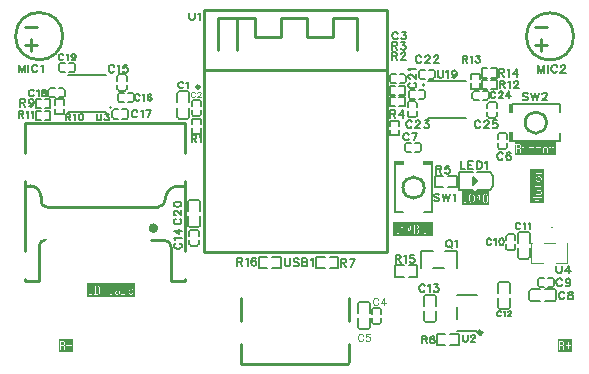
<source format=gto>
G04 Layer: TopSilkscreenLayer*
G04 EasyEDA Pro v2.2.40.8, 2025-08-10 13:50:58*
G04 Gerber Generator version 0.3*
G04 Scale: 100 percent, Rotated: No, Reflected: No*
G04 Dimensions in millimeters*
G04 Leading zeros omitted, absolute positions, 4 integers and 5 decimals*
G04 Generated by one-click*
%FSLAX45Y45*%
%MOMM*%
%ADD10C,0.1524*%
%ADD11C,0.1*%
%ADD12C,0.152*%
%ADD13C,0.15001*%
%ADD14C,0.254*%
%ADD15C,0.12499*%
%ADD16C,0.3*%
%ADD17C,0.4064*%
%ADD18C,0.4*%
G75*


G04 Text Start*
G54D10*
G01X-947754Y863578D02*
G01X-950294Y868912D01*
G01X-955628Y874246D01*
G01X-960962Y876786D01*
G01X-971376Y876786D01*
G01X-976710Y874246D01*
G01X-982044Y868912D01*
G01X-984838Y863578D01*
G01X-987378Y855704D01*
G01X-987378Y842242D01*
G01X-984838Y834368D01*
G01X-982044Y829034D01*
G01X-976710Y823700D01*
G01X-971376Y821160D01*
G01X-960962Y821160D01*
G01X-955628Y823700D01*
G01X-950294Y829034D01*
G01X-947754Y834368D01*
G01X-919814Y866118D02*
G01X-914480Y868912D01*
G01X-906606Y876786D01*
G01X-906606Y821160D01*
G54D11*
G01X-847152Y780371D02*
G01X-849438Y784689D01*
G01X-853756Y789007D01*
G01X-858074Y791293D01*
G01X-866964Y791293D01*
G01X-871282Y789007D01*
G01X-875600Y784689D01*
G01X-877886Y780371D01*
G01X-879918Y773767D01*
G01X-879918Y762845D01*
G01X-877886Y756241D01*
G01X-875600Y751923D01*
G01X-871282Y747605D01*
G01X-866964Y745319D01*
G01X-858074Y745319D01*
G01X-853756Y747605D01*
G01X-849438Y751923D01*
G01X-847152Y756241D01*
G01X-824546Y780371D02*
G01X-824546Y782403D01*
G01X-822260Y786975D01*
G01X-819974Y789007D01*
G01X-815656Y791293D01*
G01X-807020Y791293D01*
G01X-802702Y789007D01*
G01X-800416Y786975D01*
G01X-798130Y782403D01*
G01X-798130Y778085D01*
G01X-800416Y773767D01*
G01X-804734Y767163D01*
G01X-826578Y745319D01*
G01X-796098Y745319D01*
G54D10*
G01X871099Y1283934D02*
G01X868051Y1290284D01*
G01X861701Y1296380D01*
G01X855605Y1299428D01*
G01X843159Y1299428D01*
G01X837063Y1296380D01*
G01X830713Y1290284D01*
G01X827665Y1283934D01*
G01X824617Y1274790D01*
G01X824617Y1259296D01*
G01X827665Y1249898D01*
G01X830713Y1243802D01*
G01X837063Y1237452D01*
G01X843159Y1234404D01*
G01X855605Y1234404D01*
G01X861701Y1237452D01*
G01X868051Y1243802D01*
G01X871099Y1249898D01*
G01X907421Y1299428D02*
G01X941457Y1299428D01*
G01X922915Y1274790D01*
G01X932059Y1274790D01*
G01X938409Y1271742D01*
G01X941457Y1268440D01*
G01X944505Y1259296D01*
G01X944505Y1252946D01*
G01X941457Y1243802D01*
G01X935361Y1237452D01*
G01X925963Y1234404D01*
G01X916565Y1234404D01*
G01X907421Y1237452D01*
G01X904373Y1240754D01*
G01X901325Y1246850D01*
G54D11*
G01X704743Y-968908D02*
G01X701949Y-963066D01*
G01X696361Y-957478D01*
G01X690519Y-954684D01*
G01X679343Y-954684D01*
G01X673755Y-957478D01*
G01X668167Y-963066D01*
G01X665373Y-968908D01*
G01X662579Y-977290D01*
G01X662579Y-991260D01*
G01X665373Y-999642D01*
G01X668167Y-1005484D01*
G01X673755Y-1011072D01*
G01X679343Y-1013866D01*
G01X690519Y-1013866D01*
G01X696361Y-1011072D01*
G01X701949Y-1005484D01*
G01X704743Y-999642D01*
G01X756305Y-954684D02*
G01X728365Y-994054D01*
G01X770529Y-994054D01*
G01X756305Y-954684D02*
G01X756305Y-1013866D01*
G01X577243Y-1272901D02*
G01X574449Y-1267059D01*
G01X568861Y-1261471D01*
G01X563019Y-1258677D01*
G01X551843Y-1258677D01*
G01X546255Y-1261471D01*
G01X540667Y-1267059D01*
G01X537873Y-1272901D01*
G01X535079Y-1281283D01*
G01X535079Y-1295253D01*
G01X537873Y-1303635D01*
G01X540667Y-1309477D01*
G01X546255Y-1315065D01*
G01X551843Y-1317859D01*
G01X563019Y-1317859D01*
G01X568861Y-1315065D01*
G01X574449Y-1309477D01*
G01X577243Y-1303635D01*
G01X634393Y-1258677D02*
G01X606453Y-1258677D01*
G01X603659Y-1284077D01*
G01X606453Y-1281283D01*
G01X614835Y-1278489D01*
G01X623217Y-1278489D01*
G01X631599Y-1281283D01*
G01X637187Y-1286871D01*
G01X640235Y-1295253D01*
G01X640235Y-1300841D01*
G01X637187Y-1309477D01*
G01X631599Y-1315065D01*
G01X623217Y-1317859D01*
G01X614835Y-1317859D01*
G01X606453Y-1315065D01*
G01X603659Y-1312271D01*
G01X600865Y-1306683D01*
G54D10*
G01X964100Y428739D02*
G01X961052Y435089D01*
G01X954702Y441185D01*
G01X948606Y444233D01*
G01X936160Y444233D01*
G01X930064Y441185D01*
G01X923714Y435089D01*
G01X920666Y428739D01*
G01X917618Y419595D01*
G01X917618Y404101D01*
G01X920666Y394703D01*
G01X923714Y388607D01*
G01X930064Y382257D01*
G01X936160Y379209D01*
G01X948606Y379209D01*
G01X954702Y382257D01*
G01X961052Y388607D01*
G01X964100Y394703D01*
G01X1037506Y444233D02*
G01X1006518Y379209D01*
G01X994326Y444233D02*
G01X1037506Y444233D01*
G01X2281598Y-916258D02*
G01X2278550Y-909908D01*
G01X2272200Y-903812D01*
G01X2266104Y-900764D01*
G01X2253658Y-900764D01*
G01X2247562Y-903812D01*
G01X2241212Y-909908D01*
G01X2238164Y-916258D01*
G01X2235116Y-925402D01*
G01X2235116Y-940896D01*
G01X2238164Y-950294D01*
G01X2241212Y-956390D01*
G01X2247562Y-962740D01*
G01X2253658Y-965788D01*
G01X2266104Y-965788D01*
G01X2272200Y-962740D01*
G01X2278550Y-956390D01*
G01X2281598Y-950294D01*
G01X2327064Y-900764D02*
G01X2317920Y-903812D01*
G01X2314872Y-909908D01*
G01X2314872Y-916258D01*
G01X2317920Y-922354D01*
G01X2324016Y-925402D01*
G01X2336462Y-928450D01*
G01X2345860Y-931752D01*
G01X2351956Y-937848D01*
G01X2355004Y-943944D01*
G01X2355004Y-953342D01*
G01X2351956Y-959438D01*
G01X2348908Y-962740D01*
G01X2339510Y-965788D01*
G01X2327064Y-965788D01*
G01X2317920Y-962740D01*
G01X2314872Y-959438D01*
G01X2311824Y-953342D01*
G01X2311824Y-943944D01*
G01X2314872Y-937848D01*
G01X2320968Y-931752D01*
G01X2330366Y-928450D01*
G01X2342558Y-925402D01*
G01X2348908Y-922354D01*
G01X2351956Y-916258D01*
G01X2351956Y-909908D01*
G01X2348908Y-903812D01*
G01X2339510Y-900764D01*
G01X2327064Y-900764D01*
G01X2261598Y-803758D02*
G01X2258550Y-797408D01*
G01X2252200Y-791312D01*
G01X2246104Y-788264D01*
G01X2233658Y-788264D01*
G01X2227562Y-791312D01*
G01X2221212Y-797408D01*
G01X2218164Y-803758D01*
G01X2215116Y-812902D01*
G01X2215116Y-828396D01*
G01X2218164Y-837794D01*
G01X2221212Y-843890D01*
G01X2227562Y-850240D01*
G01X2233658Y-853288D01*
G01X2246104Y-853288D01*
G01X2252200Y-850240D01*
G01X2258550Y-843890D01*
G01X2261598Y-837794D01*
G01X2331956Y-809854D02*
G01X2328908Y-819252D01*
G01X2322558Y-825348D01*
G01X2313414Y-828396D01*
G01X2310366Y-828396D01*
G01X2300968Y-825348D01*
G01X2294872Y-819252D01*
G01X2291824Y-809854D01*
G01X2291824Y-806806D01*
G01X2294872Y-797408D01*
G01X2300968Y-791312D01*
G01X2310366Y-788264D01*
G01X2313414Y-788264D01*
G01X2322558Y-791312D01*
G01X2328908Y-797408D01*
G01X2331956Y-809854D01*
G01X2331956Y-825348D01*
G01X2328908Y-840842D01*
G01X2322558Y-850240D01*
G01X2313414Y-853288D01*
G01X2307064Y-853288D01*
G01X2297920Y-850240D01*
G01X2294872Y-843890D01*
G01X1662241Y-463919D02*
G01X1659701Y-458585D01*
G01X1654367Y-453251D01*
G01X1649033Y-450711D01*
G01X1638619Y-450711D01*
G01X1633285Y-453251D01*
G01X1627951Y-458585D01*
G01X1625157Y-463919D01*
G01X1622617Y-471793D01*
G01X1622617Y-485255D01*
G01X1625157Y-493129D01*
G01X1627951Y-498463D01*
G01X1633285Y-503797D01*
G01X1638619Y-506337D01*
G01X1649033Y-506337D01*
G01X1654367Y-503797D01*
G01X1659701Y-498463D01*
G01X1662241Y-493129D01*
G01X1690181Y-461379D02*
G01X1695515Y-458585D01*
G01X1703389Y-450711D01*
G01X1703389Y-506337D01*
G01X1747331Y-450711D02*
G01X1739203Y-453251D01*
G01X1733869Y-461379D01*
G01X1731329Y-474587D01*
G01X1731329Y-482461D01*
G01X1733869Y-495669D01*
G01X1739203Y-503797D01*
G01X1747331Y-506337D01*
G01X1752411Y-506337D01*
G01X1760539Y-503797D01*
G01X1765873Y-495669D01*
G01X1768413Y-482461D01*
G01X1768413Y-474587D01*
G01X1765873Y-461379D01*
G01X1760539Y-453251D01*
G01X1752411Y-450711D01*
G01X1747331Y-450711D01*
G01X1909740Y-328919D02*
G01X1907200Y-323585D01*
G01X1901866Y-318251D01*
G01X1896532Y-315711D01*
G01X1886118Y-315711D01*
G01X1880784Y-318251D01*
G01X1875450Y-323585D01*
G01X1872656Y-328919D01*
G01X1870116Y-336793D01*
G01X1870116Y-350255D01*
G01X1872656Y-358129D01*
G01X1875450Y-363463D01*
G01X1880784Y-368797D01*
G01X1886118Y-371337D01*
G01X1896532Y-371337D01*
G01X1901866Y-368797D01*
G01X1907200Y-363463D01*
G01X1909740Y-358129D01*
G01X1937680Y-326379D02*
G01X1943014Y-323585D01*
G01X1950888Y-315711D01*
G01X1950888Y-371337D01*
G01X1978828Y-326379D02*
G01X1984162Y-323585D01*
G01X1992036Y-315711D01*
G01X1992036Y-371337D01*
G01X1743097Y-1075896D02*
G01X1741065Y-1071832D01*
G01X1737001Y-1067768D01*
G01X1732937Y-1065736D01*
G01X1724809Y-1065736D01*
G01X1720745Y-1067768D01*
G01X1716681Y-1071832D01*
G01X1714649Y-1075896D01*
G01X1712617Y-1081992D01*
G01X1712617Y-1091898D01*
G01X1714649Y-1097994D01*
G01X1716681Y-1102058D01*
G01X1720745Y-1106122D01*
G01X1724809Y-1108154D01*
G01X1732937Y-1108154D01*
G01X1737001Y-1106122D01*
G01X1741065Y-1102058D01*
G01X1743097Y-1097994D01*
G01X1767989Y-1073864D02*
G01X1772053Y-1071832D01*
G01X1778149Y-1065736D01*
G01X1778149Y-1108154D01*
G01X1805073Y-1075896D02*
G01X1805073Y-1073864D01*
G01X1807105Y-1069800D01*
G01X1809137Y-1067768D01*
G01X1813201Y-1065736D01*
G01X1821329Y-1065736D01*
G01X1825393Y-1067768D01*
G01X1827425Y-1069800D01*
G01X1829457Y-1073864D01*
G01X1829457Y-1077928D01*
G01X1827425Y-1081992D01*
G01X1823361Y-1088088D01*
G01X1803041Y-1108154D01*
G01X1831489Y-1108154D01*
G01X1099100Y-853758D02*
G01X1096052Y-847408D01*
G01X1089702Y-841312D01*
G01X1083606Y-838264D01*
G01X1071160Y-838264D01*
G01X1065064Y-841312D01*
G01X1058714Y-847408D01*
G01X1055666Y-853758D01*
G01X1052618Y-862902D01*
G01X1052618Y-878396D01*
G01X1055666Y-887794D01*
G01X1058714Y-893890D01*
G01X1065064Y-900240D01*
G01X1071160Y-903288D01*
G01X1083606Y-903288D01*
G01X1089702Y-900240D01*
G01X1096052Y-893890D01*
G01X1099100Y-887794D01*
G01X1129326Y-850710D02*
G01X1135422Y-847408D01*
G01X1144566Y-838264D01*
G01X1144566Y-903288D01*
G01X1180888Y-838264D02*
G01X1214924Y-838264D01*
G01X1196382Y-862902D01*
G01X1205526Y-862902D01*
G01X1211876Y-865950D01*
G01X1214924Y-869252D01*
G01X1217972Y-878396D01*
G01X1217972Y-884746D01*
G01X1214924Y-893890D01*
G01X1208828Y-900240D01*
G01X1199430Y-903288D01*
G01X1190032Y-903288D01*
G01X1180888Y-900240D01*
G01X1177840Y-896938D01*
G01X1174792Y-890842D01*
G01X-1008738Y-490897D02*
G01X-1015088Y-493945D01*
G01X-1021184Y-500295D01*
G01X-1024232Y-506391D01*
G01X-1024232Y-518837D01*
G01X-1021184Y-524933D01*
G01X-1015088Y-531283D01*
G01X-1008738Y-534331D01*
G01X-999594Y-537379D01*
G01X-984100Y-537379D01*
G01X-974702Y-534331D01*
G01X-968606Y-531283D01*
G01X-962256Y-524933D01*
G01X-959208Y-518837D01*
G01X-959208Y-506391D01*
G01X-962256Y-500295D01*
G01X-968606Y-493945D01*
G01X-974702Y-490897D01*
G01X-1011786Y-460671D02*
G01X-1015088Y-454575D01*
G01X-1024232Y-445431D01*
G01X-959208Y-445431D01*
G01X-1024232Y-384471D02*
G01X-981052Y-415205D01*
G01X-981052Y-368977D01*
G01X-1024232Y-384471D02*
G01X-959208Y-384471D01*
G01X-1530895Y1003738D02*
G01X-1533943Y1010088D01*
G01X-1540293Y1016184D01*
G01X-1546389Y1019232D01*
G01X-1558835Y1019232D01*
G01X-1564931Y1016184D01*
G01X-1571281Y1010088D01*
G01X-1574329Y1003738D01*
G01X-1577377Y994594D01*
G01X-1577377Y979100D01*
G01X-1574329Y969702D01*
G01X-1571281Y963606D01*
G01X-1564931Y957256D01*
G01X-1558835Y954208D01*
G01X-1546389Y954208D01*
G01X-1540293Y957256D01*
G01X-1533943Y963606D01*
G01X-1530895Y969702D01*
G01X-1500669Y1006786D02*
G01X-1494573Y1010088D01*
G01X-1485429Y1019232D01*
G01X-1485429Y954208D01*
G01X-1418119Y1019232D02*
G01X-1449107Y1019232D01*
G01X-1452155Y991546D01*
G01X-1449107Y994594D01*
G01X-1439963Y997642D01*
G01X-1430565Y997642D01*
G01X-1421167Y994594D01*
G01X-1415071Y988244D01*
G01X-1412023Y979100D01*
G01X-1412023Y972750D01*
G01X-1415071Y963606D01*
G01X-1421167Y957256D01*
G01X-1430565Y954208D01*
G01X-1439963Y954208D01*
G01X-1449107Y957256D01*
G01X-1452155Y960558D01*
G01X-1455203Y966654D01*
G01X-1315253Y758579D02*
G01X-1317793Y763913D01*
G01X-1323127Y769247D01*
G01X-1328461Y771787D01*
G01X-1338875Y771787D01*
G01X-1344209Y769247D01*
G01X-1349543Y763913D01*
G01X-1352337Y758579D01*
G01X-1354877Y750705D01*
G01X-1354877Y737243D01*
G01X-1352337Y729369D01*
G01X-1349543Y724035D01*
G01X-1344209Y718701D01*
G01X-1338875Y716161D01*
G01X-1328461Y716161D01*
G01X-1323127Y718701D01*
G01X-1317793Y724035D01*
G01X-1315253Y729369D01*
G01X-1287313Y761119D02*
G01X-1281979Y763913D01*
G01X-1274105Y771787D01*
G01X-1274105Y716161D01*
G01X-1214415Y763913D02*
G01X-1216955Y769247D01*
G01X-1225083Y771787D01*
G01X-1230163Y771787D01*
G01X-1238291Y769247D01*
G01X-1243625Y761119D01*
G01X-1246165Y747911D01*
G01X-1246165Y734703D01*
G01X-1243625Y724035D01*
G01X-1238291Y718701D01*
G01X-1230163Y716161D01*
G01X-1227623Y716161D01*
G01X-1219749Y718701D01*
G01X-1214415Y724035D01*
G01X-1211621Y732163D01*
G01X-1211621Y734703D01*
G01X-1214415Y742577D01*
G01X-1219749Y747911D01*
G01X-1227623Y750705D01*
G01X-1230163Y750705D01*
G01X-1238291Y747911D01*
G01X-1243625Y742577D01*
G01X-1246165Y734703D01*
G01X-1333395Y623739D02*
G01X-1336443Y630089D01*
G01X-1342793Y636185D01*
G01X-1348889Y639233D01*
G01X-1361335Y639233D01*
G01X-1367431Y636185D01*
G01X-1373781Y630089D01*
G01X-1376829Y623739D01*
G01X-1379877Y614595D01*
G01X-1379877Y599101D01*
G01X-1376829Y589703D01*
G01X-1373781Y583607D01*
G01X-1367431Y577257D01*
G01X-1361335Y574209D01*
G01X-1348889Y574209D01*
G01X-1342793Y577257D01*
G01X-1336443Y583607D01*
G01X-1333395Y589703D01*
G01X-1303169Y626787D02*
G01X-1297073Y630089D01*
G01X-1287929Y639233D01*
G01X-1287929Y574209D01*
G01X-1214523Y639233D02*
G01X-1245511Y574209D01*
G01X-1257703Y639233D02*
G01X-1214523Y639233D01*
G01X-2211271Y797106D02*
G01X-2213811Y802440D01*
G01X-2219145Y807774D01*
G01X-2224479Y810314D01*
G01X-2234893Y810314D01*
G01X-2240227Y807774D01*
G01X-2245561Y802440D01*
G01X-2248355Y797106D01*
G01X-2250895Y789232D01*
G01X-2250895Y775770D01*
G01X-2248355Y767896D01*
G01X-2245561Y762562D01*
G01X-2240227Y757228D01*
G01X-2234893Y754688D01*
G01X-2224479Y754688D01*
G01X-2219145Y757228D01*
G01X-2213811Y762562D01*
G01X-2211271Y767896D01*
G01X-2183331Y799646D02*
G01X-2177997Y802440D01*
G01X-2170123Y810314D01*
G01X-2170123Y754688D01*
G01X-2128975Y810314D02*
G01X-2136849Y807774D01*
G01X-2139643Y802440D01*
G01X-2139643Y797106D01*
G01X-2136849Y791772D01*
G01X-2131515Y789232D01*
G01X-2121101Y786438D01*
G01X-2112973Y783898D01*
G01X-2107639Y778564D01*
G01X-2105099Y773230D01*
G01X-2105099Y765356D01*
G01X-2107639Y760022D01*
G01X-2110433Y757228D01*
G01X-2118307Y754688D01*
G01X-2128975Y754688D01*
G01X-2136849Y757228D01*
G01X-2139643Y760022D01*
G01X-2142183Y765356D01*
G01X-2142183Y773230D01*
G01X-2139643Y778564D01*
G01X-2134309Y783898D01*
G01X-2126181Y786438D01*
G01X-2115767Y789232D01*
G01X-2110433Y791772D01*
G01X-2107639Y797106D01*
G01X-2107639Y802440D01*
G01X-2110433Y807774D01*
G01X-2118307Y810314D01*
G01X-2128975Y810314D01*
G01X-1960252Y1101078D02*
G01X-1962792Y1106412D01*
G01X-1968126Y1111746D01*
G01X-1973460Y1114286D01*
G01X-1983874Y1114286D01*
G01X-1989208Y1111746D01*
G01X-1994542Y1106412D01*
G01X-1997336Y1101078D01*
G01X-1999876Y1093204D01*
G01X-1999876Y1079742D01*
G01X-1997336Y1071868D01*
G01X-1994542Y1066534D01*
G01X-1989208Y1061200D01*
G01X-1983874Y1058660D01*
G01X-1973460Y1058660D01*
G01X-1968126Y1061200D01*
G01X-1962792Y1066534D01*
G01X-1960252Y1071868D01*
G01X-1932312Y1103618D02*
G01X-1926978Y1106412D01*
G01X-1919104Y1114286D01*
G01X-1919104Y1058660D01*
G01X-1856620Y1095744D02*
G01X-1859414Y1087870D01*
G01X-1864748Y1082536D01*
G01X-1872622Y1079742D01*
G01X-1875162Y1079742D01*
G01X-1883290Y1082536D01*
G01X-1888624Y1087870D01*
G01X-1891164Y1095744D01*
G01X-1891164Y1098284D01*
G01X-1888624Y1106412D01*
G01X-1883290Y1111746D01*
G01X-1875162Y1114286D01*
G01X-1872622Y1114286D01*
G01X-1864748Y1111746D01*
G01X-1859414Y1106412D01*
G01X-1856620Y1095744D01*
G01X-1856620Y1082536D01*
G01X-1859414Y1069328D01*
G01X-1864748Y1061200D01*
G01X-1872622Y1058660D01*
G01X-1877956Y1058660D01*
G01X-1885830Y1061200D01*
G01X-1888624Y1066534D01*
G01X-1010470Y-285346D02*
G01X-1016820Y-288394D01*
G01X-1022916Y-294744D01*
G01X-1025964Y-300840D01*
G01X-1025964Y-313286D01*
G01X-1022916Y-319382D01*
G01X-1016820Y-325732D01*
G01X-1010470Y-328780D01*
G01X-1001326Y-331828D01*
G01X-985832Y-331828D01*
G01X-976434Y-328780D01*
G01X-970338Y-325732D01*
G01X-963988Y-319382D01*
G01X-960940Y-313286D01*
G01X-960940Y-300840D01*
G01X-963988Y-294744D01*
G01X-970338Y-288394D01*
G01X-976434Y-285346D01*
G01X-1010470Y-252072D02*
G01X-1013518Y-252072D01*
G01X-1019868Y-249024D01*
G01X-1022916Y-245976D01*
G01X-1025964Y-239880D01*
G01X-1025964Y-227434D01*
G01X-1022916Y-221084D01*
G01X-1019868Y-218036D01*
G01X-1013518Y-214988D01*
G01X-1007422Y-214988D01*
G01X-1001326Y-218036D01*
G01X-991928Y-224386D01*
G01X-960940Y-255120D01*
G01X-960940Y-211940D01*
G01X-1025964Y-163172D02*
G01X-1022916Y-172570D01*
G01X-1013518Y-178666D01*
G01X-998278Y-181714D01*
G01X-988880Y-181714D01*
G01X-973386Y-178666D01*
G01X-963988Y-172570D01*
G01X-960940Y-163172D01*
G01X-960940Y-157076D01*
G01X-963988Y-147678D01*
G01X-973386Y-141582D01*
G01X-988880Y-138534D01*
G01X-998278Y-138534D01*
G01X-1013518Y-141582D01*
G01X-1022916Y-147678D01*
G01X-1025964Y-157076D01*
G01X-1025964Y-163172D01*
G01X1402617Y201734D02*
G01X1402617Y136710D01*
G01X1402617Y136710D02*
G01X1439701Y136710D01*
G01X1469927Y201734D02*
G01X1469927Y136710D01*
G01X1469927Y201734D02*
G01X1510059Y201734D01*
G01X1469927Y170746D02*
G01X1494565Y170746D01*
G01X1469927Y136710D02*
G01X1510059Y136710D01*
G01X1540285Y201734D02*
G01X1540285Y136710D01*
G01X1540285Y201734D02*
G01X1561875Y201734D01*
G01X1571019Y198686D01*
G01X1577369Y192590D01*
G01X1580417Y186240D01*
G01X1583465Y177096D01*
G01X1583465Y161602D01*
G01X1580417Y152204D01*
G01X1577369Y146108D01*
G01X1571019Y139758D01*
G01X1561875Y136710D01*
G01X1540285Y136710D01*
G01X1613691Y189288D02*
G01X1619787Y192590D01*
G01X1628931Y201734D01*
G01X1628931Y136710D01*
G36*
G01X1497876Y-147064D02*
G01X1495451Y-146891D01*
G01X1494585Y-146545D01*
G01X1493373Y-146025D01*
G01X1491988Y-145159D01*
G01X1490775Y-144120D01*
G01X1489909Y-143254D01*
G01X1488870Y-142042D01*
G01X1487831Y-140483D01*
G01X1486965Y-138925D01*
G01X1485580Y-136154D01*
G01X1484887Y-134249D01*
G01X1484368Y-132344D01*
G01X1484021Y-130958D01*
G01X1483675Y-129226D01*
G01X1483329Y-127148D01*
G01X1482982Y-125416D01*
G01X1482636Y-122992D01*
G01X1482463Y-120221D01*
G01X1482289Y-118489D01*
G01X1482116Y-110350D01*
G01X1482289Y-102210D01*
G01X1482636Y-98054D01*
G01X1483329Y-94244D01*
G01X1483675Y-91819D01*
G01X1484368Y-89395D01*
G01X1484887Y-87836D01*
G01X1485580Y-85931D01*
G01X1486273Y-84372D01*
G01X1487139Y-82814D01*
G01X1488178Y-81082D01*
G01X1489216Y-79870D01*
G01X1489909Y-79004D01*
G01X1490775Y-78138D01*
G01X1491814Y-77272D01*
G01X1492854Y-76579D01*
G01X1494066Y-76060D01*
G01X1495278Y-75713D01*
G01X1496490Y-75540D01*
G01X1499261Y-75367D01*
G01X1502032Y-75540D01*
G01X1503591Y-76060D01*
G01X1504976Y-76752D01*
G01X1506189Y-77618D01*
G01X1507401Y-78657D01*
G01X1508094Y-79523D01*
G01X1508959Y-80735D01*
G01X1509999Y-82467D01*
G01X1510691Y-84026D01*
G01X1511211Y-85238D01*
G01X1511730Y-86797D01*
G01X1512769Y-90260D01*
G01X1513116Y-91819D01*
G01X1513289Y-93031D01*
G01X1513635Y-94417D01*
G01X1513981Y-96149D01*
G01X1514155Y-97707D01*
G01X1514501Y-101517D01*
G01X1514674Y-111908D01*
G01X1514501Y-122299D01*
G01X1514155Y-126455D01*
G01X1513981Y-127668D01*
G01X1513635Y-129053D01*
G01X1513289Y-130612D01*
G01X1513116Y-131997D01*
G01X1512769Y-133383D01*
G01X1511730Y-136500D01*
G01X1511211Y-137885D01*
G01X1510518Y-139271D01*
G01X1509825Y-140483D01*
G01X1509133Y-141522D01*
G01X1508266Y-142561D01*
G01X1506535Y-144293D01*
G01X1505669Y-144986D01*
G01X1504456Y-145679D01*
G01X1503071Y-146371D01*
G01X1501339Y-146891D01*
G01X1497876Y-147064D01*
G37*
G36*
G01X1641097Y-167500D02*
G01X1412497Y-167500D01*
G01X1412497Y-148623D01*
G01X1422888Y-148623D01*
G01X1427391Y-149012D01*
G01X1440899Y-149142D01*
G01X1458910Y-149142D01*
G01X1458910Y-147930D01*
G01X1458693Y-146978D01*
G01X1458044Y-146545D01*
G01X1451983Y-146371D01*
G01X1446268Y-146025D01*
G01X1445229Y-144986D01*
G01X1444536Y-142735D01*
G01X1444370Y-111389D01*
G01X1473457Y-111389D01*
G01X1473630Y-116411D01*
G01X1473976Y-120914D01*
G01X1474150Y-122126D01*
G01X1474843Y-124897D01*
G01X1475016Y-126109D01*
G01X1475709Y-128534D01*
G01X1476228Y-130265D01*
G01X1476921Y-131997D01*
G01X1477960Y-134422D01*
G01X1478653Y-135807D01*
G01X1479519Y-137366D01*
G01X1480558Y-138925D01*
G01X1481770Y-140656D01*
G01X1482809Y-142042D01*
G01X1486273Y-145505D01*
G01X1487139Y-146198D01*
G01X1488004Y-146718D01*
G01X1489044Y-147410D01*
G01X1490256Y-148103D01*
G01X1491468Y-148623D01*
G01X1492854Y-149142D01*
G01X1494239Y-149489D01*
G01X1495451Y-149662D01*
G01X1495451Y-149662D01*
G01X1496490Y-150008D01*
G01X1499088Y-150181D01*
G01X1501686Y-150008D01*
G01X1503244Y-149662D01*
G01X1504976Y-149142D01*
G01X1506535Y-148450D01*
G01X1508266Y-147584D01*
G01X1509479Y-146718D01*
G01X1510345Y-146025D01*
G01X1511730Y-144986D01*
G01X1513809Y-142908D01*
G01X1515886Y-140310D01*
G01X1516406Y-139444D01*
G01X1517099Y-138405D01*
G01X1517791Y-137193D01*
G01X1519177Y-134422D01*
G01X1520216Y-131997D01*
G01X1520736Y-130439D01*
G01X1521255Y-128707D01*
G01X1522294Y-124550D01*
G01X1522398Y-124031D01*
G01X1530607Y-124031D01*
G01X1530607Y-125416D01*
G01X1531819Y-126109D01*
G01X1546194Y-126282D01*
G01X1560048Y-126109D01*
G01X1560308Y-128101D01*
G01X1560394Y-134422D01*
G01X1560264Y-141003D01*
G01X1559875Y-143774D01*
G01X1559009Y-144986D01*
G01X1557624Y-145679D01*
G01X1555719Y-146198D01*
G01X1552081Y-146371D01*
G01X1549311Y-146371D01*
G01X1549138Y-147237D01*
G01X1549138Y-147237D01*
G01X1548964Y-148623D01*
G01X1552644Y-149012D01*
G01X1563685Y-149142D01*
G01X1578405Y-149142D01*
G01X1578579Y-148276D01*
G01X1578405Y-146891D01*
G01X1577409Y-146501D01*
G01X1575115Y-146371D01*
G01X1571651Y-146025D01*
G01X1570266Y-145505D01*
G01X1569530Y-145202D01*
G01X1569054Y-144640D01*
G01X1568361Y-143600D01*
G01X1568014Y-142561D01*
G01X1567841Y-141349D01*
G01X1567668Y-133556D01*
G01X1567798Y-128057D01*
G01X1568188Y-126109D01*
G01X1569226Y-126109D01*
G01X1574422Y-126282D01*
G01X1578016Y-126152D01*
G01X1579444Y-125763D01*
G01X1579791Y-124377D01*
G01X1579574Y-123685D01*
G01X1578925Y-123338D01*
G01X1572864Y-123165D01*
G01X1567668Y-123165D01*
G01X1567668Y-111562D01*
G01X1589143Y-111562D01*
G01X1589316Y-117796D01*
G01X1589662Y-122299D01*
G01X1590009Y-123685D01*
G01X1590355Y-125763D01*
G01X1590874Y-128187D01*
G01X1591567Y-130439D01*
G01X1592086Y-132170D01*
G01X1592606Y-133556D01*
G01X1593299Y-135288D01*
G01X1593991Y-136846D01*
G01X1595724Y-139617D01*
G01X1597109Y-141695D01*
G01X1598494Y-143427D01*
G01X1600226Y-145159D01*
G01X1601092Y-145852D01*
G01X1601958Y-146371D01*
G01X1603170Y-147237D01*
G01X1604556Y-148103D01*
G01X1606980Y-149142D01*
G01X1608193Y-149489D01*
G01X1609405Y-149662D01*
G01X1609405Y-149662D01*
G01X1610444Y-150008D01*
G01X1612695Y-150181D01*
G01X1614946Y-150008D01*
G01X1616505Y-149662D01*
G01X1618237Y-149142D01*
G01X1619796Y-148450D01*
G01X1621528Y-147410D01*
G01X1622913Y-146371D01*
G01X1625511Y-143774D01*
G01X1626896Y-142042D01*
G01X1627762Y-140830D01*
G01X1628801Y-139271D01*
G01X1631053Y-134768D01*
G01X1631745Y-133036D01*
G01X1632438Y-130958D01*
G01X1633131Y-128707D01*
G01X1633650Y-126109D01*
G01X1634170Y-123858D01*
G01X1634516Y-121780D01*
G01X1634689Y-119875D01*
G01X1635036Y-114679D01*
G01X1635209Y-110176D01*
G01X1635036Y-105674D01*
G01X1634689Y-100825D01*
G01X1634516Y-99266D01*
G01X1634170Y-97534D01*
G01X1633824Y-95975D01*
G01X1633650Y-94590D01*
G01X1633304Y-93205D01*
G01X1632784Y-91646D01*
G01X1632265Y-89914D01*
G01X1631745Y-88355D01*
G01X1630706Y-85931D01*
G01X1629321Y-83160D01*
G01X1628628Y-82121D01*
G01X1626896Y-79696D01*
G01X1625511Y-77965D01*
G01X1624645Y-77099D01*
G01X1622047Y-75020D01*
G01X1619623Y-73635D01*
G01X1618410Y-73115D01*
G01X1617025Y-72596D01*
G01X1615639Y-72250D01*
G01X1614254Y-72076D01*
G01X1611656Y-71903D01*
G01X1609059Y-72076D01*
G01X1607846Y-72423D01*
G01X1605075Y-73462D01*
G01X1604036Y-73981D01*
G01X1603170Y-74501D01*
G01X1600573Y-76579D01*
G01X1598841Y-78311D01*
G01X1597455Y-80043D01*
G01X1596416Y-81428D01*
G01X1595377Y-83160D01*
G01X1594684Y-84372D01*
G01X1593299Y-87143D01*
G01X1592779Y-88355D01*
G01X1591740Y-91473D01*
G01X1591221Y-93205D01*
G01X1590701Y-95283D01*
G01X1590355Y-97361D01*
G01X1590009Y-99266D01*
G01X1589662Y-100825D01*
G01X1589316Y-105327D01*
G01X1589143Y-111562D01*
G01X1567668Y-111562D01*
G01X1567668Y-71903D01*
G01X1565416Y-71903D01*
G01X1563642Y-72076D01*
G01X1562819Y-72596D01*
G01X1561087Y-75367D01*
G01X1560394Y-76579D01*
G01X1559009Y-78657D01*
G01X1558143Y-80043D01*
G01X1557104Y-81775D01*
G01X1556065Y-83333D01*
G01X1555199Y-84892D01*
G01X1554333Y-86104D01*
G01X1553640Y-87143D01*
G01X1553121Y-88182D01*
G01X1551735Y-90260D01*
G01X1550350Y-92685D01*
G01X1549657Y-93551D01*
G01X1548964Y-94590D01*
G01X1548271Y-95802D01*
G01X1547406Y-97188D01*
G01X1546366Y-98746D01*
G01X1545328Y-100478D01*
G01X1544461Y-101864D01*
G01X1543769Y-102903D01*
G01X1542903Y-104288D01*
G01X1541864Y-106020D01*
G01X1540825Y-107579D01*
G01X1538227Y-111735D01*
G01X1537534Y-112947D01*
G01X1536149Y-115025D01*
G01X1534417Y-117796D01*
G01X1533724Y-118835D01*
G01X1532859Y-120221D01*
G01X1531993Y-121780D01*
G01X1531300Y-122819D01*
G01X1530607Y-124031D01*
G01X1522398Y-124031D01*
G01X1522641Y-122819D01*
G01X1522814Y-121260D01*
G01X1523160Y-117796D01*
G01X1523506Y-114679D01*
G01X1523680Y-110523D01*
G01X1523506Y-106366D01*
G01X1522814Y-100132D01*
G01X1522641Y-98920D01*
G01X1521948Y-96149D01*
G01X1521775Y-94936D01*
G01X1520563Y-91300D01*
G01X1519870Y-89395D01*
G01X1518484Y-86277D01*
G01X1517791Y-84892D01*
G01X1517099Y-83680D01*
G01X1515021Y-80562D01*
G01X1514328Y-79696D01*
G01X1510864Y-76233D01*
G01X1509999Y-75540D01*
G01X1509133Y-75020D01*
G01X1507920Y-74328D01*
G01X1506535Y-73635D01*
G01X1503418Y-72596D01*
G01X1502205Y-72250D01*
G01X1500993Y-72076D01*
G01X1498049Y-71903D01*
G01X1495105Y-72076D01*
G01X1493719Y-72423D01*
G01X1492161Y-72942D01*
G01X1490775Y-73462D01*
G01X1489563Y-73981D01*
G01X1488351Y-74674D01*
G01X1486965Y-75540D01*
G01X1485753Y-76406D01*
G01X1483155Y-79004D01*
G01X1482116Y-80389D01*
G01X1480904Y-81948D01*
G01X1479865Y-83506D01*
G01X1478999Y-85065D01*
G01X1478306Y-86624D01*
G01X1477614Y-88009D01*
G01X1476574Y-90434D01*
G01X1476055Y-91992D01*
G01X1475535Y-93724D01*
G01X1475189Y-95110D01*
G01X1475016Y-96322D01*
G01X1474323Y-99093D01*
G01X1473976Y-101517D01*
G01X1473630Y-106366D01*
G01X1473457Y-111389D01*
G01X1444370Y-111389D01*
G01X1444363Y-110003D01*
G01X1444536Y-78311D01*
G01X1445055Y-77099D01*
G01X1446094Y-76233D01*
G01X1447306Y-75886D01*
G01X1453021Y-75713D01*
G01X1457005Y-75583D01*
G01X1458564Y-75194D01*
G01X1458910Y-73808D01*
G01X1458607Y-73115D01*
G01X1457698Y-72769D01*
G01X1440033Y-72596D01*
G01X1427607Y-72726D01*
G01X1423234Y-73115D01*
G01X1422888Y-74501D01*
G01X1423191Y-75194D01*
G01X1424100Y-75540D01*
G01X1429989Y-75713D01*
G01X1435184Y-75886D01*
G01X1436223Y-76406D01*
G01X1436916Y-77791D01*
G01X1437262Y-79350D01*
G01X1437435Y-111389D01*
G01X1437262Y-143427D01*
G01X1436916Y-144640D01*
G01X1435876Y-145852D01*
G01X1433755Y-146242D01*
G01X1429123Y-146371D01*
G01X1423234Y-146371D01*
G01X1423061Y-147237D01*
G01X1423061Y-147237D01*
G01X1422888Y-148623D01*
G01X1412497Y-148623D01*
G01X1412497Y-52853D01*
G01X1641097Y-52853D01*
G01X1641097Y-167500D01*
G37*
G36*
G01X1547925Y-123165D02*
G01X1535283Y-122992D01*
G01X1535283Y-122299D01*
G01X1535803Y-121433D01*
G01X1536495Y-120394D01*
G01X1537188Y-119182D01*
G01X1539786Y-115025D01*
G01X1540825Y-113467D01*
G01X1544289Y-107925D01*
G01X1545154Y-106366D01*
G01X1546020Y-105154D01*
G01X1546713Y-104288D01*
G01X1547233Y-103249D01*
G01X1547925Y-102037D01*
G01X1549311Y-99959D01*
G01X1550004Y-98746D01*
G01X1551389Y-96668D01*
G01X1552255Y-95283D01*
G01X1554333Y-91819D01*
G01X1555372Y-90260D01*
G01X1558836Y-84719D01*
G01X1559701Y-83680D01*
G01X1560005Y-83550D01*
G01X1560221Y-83853D01*
G01X1560394Y-103769D01*
G01X1560394Y-123165D01*
G01X1547925Y-123165D01*
G37*
G36*
G01X1613215Y-146198D02*
G01X1611656Y-146198D01*
G01X1610271Y-146025D01*
G01X1608885Y-145679D01*
G01X1607673Y-144986D01*
G01X1605249Y-142561D01*
G01X1604383Y-141522D01*
G01X1603690Y-140483D01*
G01X1601611Y-136327D01*
G01X1600919Y-134422D01*
G01X1600399Y-132690D01*
G01X1599880Y-131131D01*
G01X1599360Y-128880D01*
G01X1599014Y-126802D01*
G01X1598668Y-124031D01*
G01X1598321Y-122645D01*
G01X1598148Y-120740D01*
G01X1597975Y-119182D01*
G01X1597801Y-110523D01*
G01X1597975Y-101864D01*
G01X1598321Y-98400D01*
G01X1598668Y-97015D01*
G01X1599014Y-94590D01*
G01X1599360Y-92512D01*
G01X1599880Y-90953D01*
G01X1600399Y-88875D01*
G01X1600919Y-87316D01*
G01X1601611Y-85758D01*
G01X1602304Y-84026D01*
G01X1602997Y-82640D01*
G01X1603690Y-81428D01*
G01X1604383Y-80389D01*
G01X1605768Y-78657D01*
G01X1606634Y-77791D01*
G01X1607673Y-77099D01*
G01X1608885Y-76406D01*
G01X1610444Y-75886D01*
G01X1613215Y-75713D01*
G01X1614860Y-75843D01*
G01X1615986Y-76233D01*
G01X1617544Y-77099D01*
G01X1618584Y-77965D01*
G01X1619449Y-78830D01*
G01X1620315Y-79870D01*
G01X1621008Y-81082D01*
G01X1621874Y-82467D01*
G01X1622566Y-84199D01*
G01X1623086Y-85585D01*
G01X1623606Y-87143D01*
G01X1624125Y-88875D01*
G01X1624645Y-90953D01*
G01X1624991Y-92858D01*
G01X1625338Y-95283D01*
G01X1625684Y-96668D01*
G01X1625857Y-98227D01*
G01X1626030Y-99439D01*
G01X1626376Y-104981D01*
G01X1626550Y-111215D01*
G01X1626376Y-117450D01*
G01X1626030Y-123338D01*
G01X1625684Y-126109D01*
G01X1625338Y-127495D01*
G01X1624991Y-129746D01*
G01X1624645Y-131651D01*
G01X1624125Y-133210D01*
G01X1623606Y-135115D01*
G01X1623086Y-136500D01*
G01X1621701Y-139617D01*
G01X1621008Y-140830D01*
G01X1620315Y-141869D01*
G01X1619623Y-142735D01*
G01X1618756Y-143600D01*
G01X1617891Y-144293D01*
G01X1616679Y-145159D01*
G01X1614946Y-145852D01*
G01X1613215Y-146198D01*
G37*
G01X1197618Y164234D02*
G01X1197618Y99210D01*
G01X1197618Y164234D02*
G01X1225558Y164234D01*
G01X1234702Y161186D01*
G01X1237750Y158138D01*
G01X1241052Y151788D01*
G01X1241052Y145692D01*
G01X1237750Y139596D01*
G01X1234702Y136548D01*
G01X1225558Y133246D01*
G01X1197618Y133246D01*
G01X1219208Y133246D02*
G01X1241052Y99210D01*
G01X1308362Y164234D02*
G01X1277374Y164234D01*
G01X1274326Y136548D01*
G01X1277374Y139596D01*
G01X1286518Y142644D01*
G01X1295916Y142644D01*
G01X1305314Y139596D01*
G01X1311410Y133246D01*
G01X1314458Y124102D01*
G01X1314458Y117752D01*
G01X1311410Y108608D01*
G01X1305314Y102258D01*
G01X1295916Y99210D01*
G01X1286518Y99210D01*
G01X1277374Y102258D01*
G01X1274326Y105560D01*
G01X1271278Y111656D01*
G01X1080270Y-1278968D02*
G01X1080270Y-1334594D01*
G01X1080270Y-1278968D02*
G01X1104146Y-1278968D01*
G01X1112020Y-1281508D01*
G01X1114814Y-1284302D01*
G01X1117354Y-1289636D01*
G01X1117354Y-1294970D01*
G01X1114814Y-1300050D01*
G01X1112020Y-1302844D01*
G01X1104146Y-1305384D01*
G01X1080270Y-1305384D01*
G01X1098812Y-1305384D02*
G01X1117354Y-1334594D01*
G01X1158502Y-1278968D02*
G01X1150628Y-1281508D01*
G01X1147834Y-1286842D01*
G01X1147834Y-1292176D01*
G01X1150628Y-1297510D01*
G01X1155962Y-1300050D01*
G01X1166376Y-1302844D01*
G01X1174504Y-1305384D01*
G01X1179838Y-1310718D01*
G01X1182378Y-1316052D01*
G01X1182378Y-1323926D01*
G01X1179838Y-1329260D01*
G01X1177044Y-1332054D01*
G01X1169170Y-1334594D01*
G01X1158502Y-1334594D01*
G01X1150628Y-1332054D01*
G01X1147834Y-1329260D01*
G01X1145294Y-1323926D01*
G01X1145294Y-1316052D01*
G01X1147834Y-1310718D01*
G01X1153168Y-1305384D01*
G01X1161296Y-1302844D01*
G01X1171710Y-1300050D01*
G01X1177044Y-1297510D01*
G01X1179838Y-1292176D01*
G01X1179838Y-1286842D01*
G01X1177044Y-1281508D01*
G01X1169170Y-1278968D01*
G01X1158502Y-1278968D01*
G01X-2325895Y730260D02*
G01X-2325895Y665236D01*
G01X-2325895Y730260D02*
G01X-2297955Y730260D01*
G01X-2288811Y727212D01*
G01X-2285763Y724164D01*
G01X-2282461Y717814D01*
G01X-2282461Y711718D01*
G01X-2285763Y705622D01*
G01X-2288811Y702574D01*
G01X-2297955Y699272D01*
G01X-2325895Y699272D01*
G01X-2304305Y699272D02*
G01X-2282461Y665236D01*
G01X-2212103Y708670D02*
G01X-2215151Y699272D01*
G01X-2221501Y693176D01*
G01X-2230645Y690128D01*
G01X-2233693Y690128D01*
G01X-2243091Y693176D01*
G01X-2249187Y699272D01*
G01X-2252235Y708670D01*
G01X-2252235Y711718D01*
G01X-2249187Y721116D01*
G01X-2243091Y727212D01*
G01X-2233693Y730260D01*
G01X-2230645Y730260D01*
G01X-2221501Y727212D01*
G01X-2215151Y721116D01*
G01X-2212103Y708670D01*
G01X-2212103Y693176D01*
G01X-2215151Y677682D01*
G01X-2221501Y668284D01*
G01X-2230645Y665236D01*
G01X-2236995Y665236D01*
G01X-2246139Y668284D01*
G01X-2249187Y674634D01*
G54D12*
G01X-1937376Y604287D02*
G01X-1937376Y548661D01*
G01X-1937376Y604287D02*
G01X-1913500Y604287D01*
G01X-1905626Y601747D01*
G01X-1902832Y598953D01*
G01X-1900292Y593619D01*
G01X-1900292Y588285D01*
G01X-1902832Y583205D01*
G01X-1905626Y580411D01*
G01X-1913500Y577871D01*
G01X-1937376Y577871D01*
G01X-1918834Y577871D02*
G01X-1900292Y548661D01*
G01X-1872352Y593619D02*
G01X-1867018Y596413D01*
G01X-1859144Y604287D01*
G01X-1859144Y548661D01*
G01X-1815202Y604287D02*
G01X-1823330Y601747D01*
G01X-1828664Y593619D01*
G01X-1831204Y580411D01*
G01X-1831204Y572537D01*
G01X-1828664Y559329D01*
G01X-1823330Y551201D01*
G01X-1815202Y548661D01*
G01X-1810122Y548661D01*
G01X-1801994Y551201D01*
G01X-1796660Y559329D01*
G01X-1794120Y572537D01*
G01X-1794120Y580411D01*
G01X-1796660Y593619D01*
G01X-1801994Y601747D01*
G01X-1810122Y604287D01*
G01X-1815202Y604287D01*
G01X-2335895Y625314D02*
G01X-2335895Y569688D01*
G01X-2335895Y625314D02*
G01X-2312019Y625314D01*
G01X-2304145Y622774D01*
G01X-2301351Y619980D01*
G01X-2298811Y614646D01*
G01X-2298811Y609312D01*
G01X-2301351Y604232D01*
G01X-2304145Y601438D01*
G01X-2312019Y598898D01*
G01X-2335895Y598898D01*
G01X-2317353Y598898D02*
G01X-2298811Y569688D01*
G01X-2270871Y614646D02*
G01X-2265537Y617440D01*
G01X-2257663Y625314D01*
G01X-2257663Y569688D01*
G01X-2229723Y614646D02*
G01X-2224389Y617440D01*
G01X-2216515Y625314D01*
G01X-2216515Y569688D01*
G54D10*
G01X1221052Y-79910D02*
G01X1214702Y-73814D01*
G01X1205558Y-70766D01*
G01X1193112Y-70766D01*
G01X1183714Y-73814D01*
G01X1177618Y-79910D01*
G01X1177618Y-86260D01*
G01X1180666Y-92356D01*
G01X1183714Y-95404D01*
G01X1190064Y-98452D01*
G01X1208606Y-104802D01*
G01X1214702Y-107850D01*
G01X1217750Y-110898D01*
G01X1221052Y-117248D01*
G01X1221052Y-126392D01*
G01X1214702Y-132742D01*
G01X1205558Y-135790D01*
G01X1193112Y-135790D01*
G01X1183714Y-132742D01*
G01X1177618Y-126392D01*
G01X1251278Y-70766D02*
G01X1266518Y-135790D01*
G01X1282012Y-70766D02*
G01X1266518Y-135790D01*
G01X1282012Y-70766D02*
G01X1297506Y-135790D01*
G01X1313000Y-70766D02*
G01X1297506Y-135790D01*
G01X1343226Y-83212D02*
G01X1349322Y-79910D01*
G01X1358466Y-70766D01*
G01X1358466Y-135790D01*
G36*
G01X970622Y-380123D02*
G01X961443Y-379950D01*
G01X961617Y-378564D01*
G01X962136Y-376140D01*
G01X962656Y-374235D01*
G01X963002Y-372849D01*
G01X963175Y-371637D01*
G01X963695Y-370078D01*
G01X964214Y-368173D01*
G01X964561Y-366441D01*
G01X965080Y-364710D01*
G01X965600Y-362631D01*
G01X965946Y-360900D01*
G01X966466Y-359341D01*
G01X966985Y-357090D01*
G01X967505Y-355185D01*
G01X968024Y-353106D01*
G01X968371Y-351201D01*
G01X968890Y-349643D01*
G01X969410Y-347391D01*
G01X969929Y-345660D01*
G01X970449Y-344621D01*
G01X970665Y-344317D01*
G01X970968Y-344447D01*
G01X971488Y-346179D01*
G01X971834Y-348084D01*
G01X972527Y-350509D01*
G01X973220Y-353972D01*
G01X973739Y-355531D01*
G01X974259Y-357956D01*
G01X974778Y-359861D01*
G01X975125Y-361073D01*
G01X975298Y-362285D01*
G01X975644Y-363844D01*
G01X976164Y-365576D01*
G01X976683Y-367654D01*
G01X977030Y-369559D01*
G01X977549Y-371291D01*
G01X978069Y-373715D01*
G01X978588Y-375620D01*
G01X978935Y-377006D01*
G01X979108Y-378218D01*
G01X979454Y-379430D01*
G01X979627Y-380123D01*
G01X970622Y-380123D01*
G37*
G36*
G01X1172898Y-429999D02*
G01X829998Y-429999D01*
G01X829998Y-409737D01*
G01X832942Y-409737D01*
G01X832942Y-411122D01*
G01X838744Y-411512D01*
G01X855802Y-411642D01*
G01X878489Y-411642D01*
G01X878836Y-410430D01*
G01X878883Y-410256D01*
G01X887841Y-410256D01*
G01X887841Y-411642D01*
G01X905852Y-411642D01*
G01X905852Y-410430D01*
G01X905635Y-409477D01*
G01X904986Y-409044D01*
G01X902388Y-408871D01*
G01X900137Y-408525D01*
G01X899098Y-407832D01*
G01X898405Y-406273D01*
G01X898232Y-375101D01*
G01X898362Y-352673D01*
G01X898752Y-345313D01*
G01X899617Y-346179D01*
G01X900310Y-347391D01*
G01X900830Y-348604D01*
G01X901349Y-349643D01*
G01X902042Y-350855D01*
G01X910701Y-368173D01*
G01X912087Y-370598D01*
G01X912606Y-371810D01*
G01X913126Y-372849D01*
G01X913818Y-374061D01*
G01X921438Y-389301D01*
G01X922131Y-390514D01*
G01X922824Y-392072D01*
G01X923517Y-393285D01*
G01X925941Y-398134D01*
G01X926634Y-399346D01*
G01X930097Y-406273D01*
G01X931483Y-408698D01*
G01X932002Y-409910D01*
G01X932522Y-410949D01*
G01X933388Y-411469D01*
G01X934773Y-411642D01*
G01X935639Y-411642D01*
G01X935639Y-410776D01*
G01X944991Y-410776D01*
G01X944991Y-411642D01*
G01X961270Y-411642D01*
G01X961443Y-410776D01*
G01X961443Y-409391D01*
G01X961054Y-409001D01*
G01X960231Y-408871D01*
G01X958672Y-408698D01*
G01X957633Y-408351D01*
G01X956594Y-407312D01*
G01X956075Y-405754D01*
G01X955902Y-404541D01*
G01X955728Y-402983D01*
G01X955902Y-401424D01*
G01X956594Y-398307D01*
G01X957287Y-394843D01*
G01X957807Y-393285D01*
G01X958326Y-390860D01*
G01X958846Y-388782D01*
G01X959365Y-386531D01*
G01X959712Y-384452D01*
G01X960231Y-383586D01*
G01X970102Y-383240D01*
G01X979974Y-383067D01*
G01X980233Y-383110D01*
G01X980320Y-383586D01*
G01X980493Y-384799D01*
G01X981186Y-387570D01*
G01X981532Y-389301D01*
G01X982572Y-393804D01*
G01X982918Y-395536D01*
G01X983957Y-399692D01*
G01X984303Y-401424D01*
G01X984996Y-404195D01*
G01X985169Y-406100D01*
G01X984823Y-407659D01*
G01X983611Y-408525D01*
G01X981359Y-408871D01*
G01X979974Y-408871D01*
G01X979801Y-409910D01*
G01X979801Y-410776D01*
G01X980147Y-411296D01*
G01X989845Y-411642D01*
G01X999024Y-411642D01*
G01X999024Y-410256D01*
G01X1003180Y-410256D01*
G01X1003180Y-411642D01*
G01X1019632Y-411642D01*
G01X1036604Y-411469D01*
G01X1038336Y-410949D01*
G01X1040587Y-410430D01*
G01X1041107Y-410256D01*
G01X1062062Y-410256D01*
G01X1062062Y-411642D01*
G01X1108128Y-411642D01*
G01X1108302Y-410430D01*
G01X1108450Y-409737D01*
G01X1118692Y-409737D01*
G01X1118692Y-411122D01*
G01X1124494Y-411512D01*
G01X1141552Y-411642D01*
G01X1164239Y-411642D01*
G01X1164586Y-410430D01*
G01X1165105Y-408525D01*
G01X1165452Y-407312D01*
G01X1165971Y-405581D01*
G01X1166491Y-403676D01*
G01X1166837Y-402463D01*
G01X1167530Y-399692D01*
G01X1168049Y-398307D01*
G01X1168569Y-396229D01*
G01X1168915Y-394670D01*
G01X1168396Y-393977D01*
G01X1167183Y-393631D01*
G01X1166750Y-393804D01*
G01X1166491Y-394324D01*
G01X1165971Y-395709D01*
G01X1165452Y-396921D01*
G01X1164412Y-399000D01*
G01X1163720Y-400212D01*
G01X1162681Y-401771D01*
G01X1161815Y-402983D01*
G01X1160602Y-404022D01*
G01X1159390Y-405234D01*
G01X1158524Y-405927D01*
G01X1156100Y-407139D01*
G01X1154541Y-407832D01*
G01X1152636Y-408351D01*
G01X1150904Y-408698D01*
G01X1142592Y-408871D01*
G01X1134279Y-408525D01*
G01X1133413Y-407659D01*
G01X1132893Y-406273D01*
G01X1132720Y-388782D01*
G01X1132720Y-372156D01*
G01X1140340Y-372156D01*
G01X1148480Y-372330D01*
G01X1149692Y-372849D01*
G01X1151251Y-373888D01*
G01X1152463Y-375447D01*
G01X1153156Y-377525D01*
G01X1153675Y-379603D01*
G01X1153848Y-382201D01*
G01X1153848Y-383933D01*
G01X1154714Y-384106D01*
G01X1156100Y-384106D01*
G01X1156489Y-380686D01*
G01X1156619Y-370771D01*
G01X1156619Y-357609D01*
G01X1155753Y-357436D01*
G01X1154368Y-357609D01*
G01X1153978Y-358518D01*
G01X1153848Y-360553D01*
G01X1153675Y-363671D01*
G01X1153156Y-365056D01*
G01X1152117Y-366788D01*
G01X1150558Y-368000D01*
G01X1149172Y-368520D01*
G01X1147787Y-368866D01*
G01X1139647Y-369039D01*
G01X1132374Y-369039D01*
G01X1132547Y-367827D01*
G01X1132720Y-353626D01*
G01X1133067Y-339945D01*
G01X1133932Y-338906D01*
G01X1135664Y-338386D01*
G01X1143977Y-338213D01*
G01X1151597Y-338386D01*
G01X1153156Y-338732D01*
G01X1154714Y-339252D01*
G01X1155927Y-339945D01*
G01X1158005Y-341330D01*
G01X1159044Y-342196D01*
G01X1159910Y-343062D01*
G01X1161988Y-345660D01*
G01X1162507Y-346526D01*
G01X1164586Y-349643D01*
G01X1165452Y-350855D01*
G01X1166014Y-351158D01*
G01X1166664Y-351028D01*
G01X1167530Y-350162D01*
G01X1167530Y-349123D01*
G01X1167010Y-347565D01*
G01X1166317Y-345833D01*
G01X1165278Y-342369D01*
G01X1163720Y-337693D01*
G01X1163373Y-336308D01*
G01X1162681Y-335442D01*
G01X1140860Y-335096D01*
G01X1119558Y-335096D01*
G01X1119385Y-335961D01*
G01X1119385Y-337520D01*
G01X1119948Y-338040D01*
G01X1121290Y-338213D01*
G01X1123542Y-338386D01*
G01X1124407Y-338906D01*
G01X1125100Y-340464D01*
G01X1125447Y-373888D01*
G01X1125273Y-406620D01*
G01X1124754Y-407659D01*
G01X1123715Y-408525D01*
G01X1120944Y-408871D01*
G01X1118866Y-408871D01*
G01X1118692Y-409737D01*
G01X1118692Y-409737D01*
G01X1108450Y-409737D01*
G01X1108821Y-408005D01*
G01X1109687Y-404541D01*
G01X1110033Y-402636D01*
G01X1110553Y-400558D01*
G01X1111072Y-398307D01*
G01X1111419Y-396229D01*
G01X1111765Y-395016D01*
G01X1111722Y-394410D01*
G01X1111246Y-393977D01*
G01X1110033Y-393631D01*
G01X1109600Y-393847D01*
G01X1109341Y-394497D01*
G01X1108994Y-395882D01*
G01X1108475Y-397268D01*
G01X1107089Y-400039D01*
G01X1106397Y-401251D01*
G01X1105531Y-402463D01*
G01X1104492Y-403676D01*
G01X1103626Y-404541D01*
G01X1102413Y-405581D01*
G01X1099642Y-407312D01*
G01X1097737Y-408005D01*
G01X1096179Y-408351D01*
G01X1094793Y-408698D01*
G01X1086134Y-408871D01*
G01X1080116Y-408698D01*
G01X1077648Y-408178D01*
G01X1076609Y-406446D01*
G01X1076263Y-373022D01*
G01X1076609Y-340118D01*
G01X1077302Y-339252D01*
G01X1078514Y-338559D01*
G01X1081112Y-338213D01*
G01X1082497Y-338083D01*
G01X1083190Y-337693D01*
G01X1083537Y-336308D01*
G01X1083320Y-335615D01*
G01X1082671Y-335269D01*
G01X1072280Y-335096D01*
G01X1062755Y-335096D01*
G01X1062582Y-335961D01*
G01X1062582Y-337347D01*
G01X1063621Y-338040D01*
G01X1065699Y-338213D01*
G01X1067777Y-338732D01*
G01X1068426Y-339295D01*
G01X1068643Y-339945D01*
G01X1068816Y-341157D01*
G01X1068989Y-374235D01*
G01X1068643Y-407312D01*
G01X1067950Y-408178D01*
G01X1066738Y-408698D01*
G01X1063967Y-408871D01*
G01X1062062Y-408871D01*
G01X1062062Y-410256D01*
G01X1062062Y-410256D01*
G01X1041107Y-410256D01*
G01X1042146Y-409910D01*
G01X1043358Y-409391D01*
G01X1044744Y-408698D01*
G01X1046129Y-407832D01*
G01X1047168Y-406966D01*
G01X1048900Y-405581D01*
G01X1049766Y-404715D01*
G01X1050632Y-403676D01*
G01X1052017Y-401597D01*
G01X1052710Y-400212D01*
G01X1053403Y-398480D01*
G01X1053922Y-396575D01*
G01X1054269Y-394151D01*
G01X1054442Y-391033D01*
G01X1054269Y-388955D01*
G01X1054096Y-387396D01*
G01X1053749Y-385665D01*
G01X1052710Y-382547D01*
G01X1052017Y-380989D01*
G01X1051152Y-379430D01*
G01X1050286Y-378218D01*
G01X1048900Y-376486D01*
G01X1047688Y-375447D01*
G01X1045263Y-373715D01*
G01X1043705Y-372849D01*
G01X1042146Y-372156D01*
G01X1040761Y-371464D01*
G01X1039375Y-370944D01*
G01X1038336Y-370251D01*
G01X1038423Y-369775D01*
G01X1039029Y-369386D01*
G01X1040761Y-368693D01*
G01X1041973Y-368000D01*
G01X1043012Y-367481D01*
G01X1044051Y-366788D01*
G01X1045783Y-365402D01*
G01X1047515Y-363671D01*
G01X1048381Y-362458D01*
G01X1049247Y-360726D01*
G01X1049939Y-359168D01*
G01X1050286Y-357782D01*
G01X1050459Y-356397D01*
G01X1050805Y-353280D01*
G01X1050978Y-351894D01*
G01X1050459Y-347738D01*
G01X1050112Y-346352D01*
G01X1049593Y-344967D01*
G01X1048900Y-343581D01*
G01X1047861Y-341850D01*
G01X1045783Y-339771D01*
G01X1044744Y-338906D01*
G01X1043532Y-338213D01*
G01X1042146Y-337520D01*
G01X1040414Y-336827D01*
G01X1038682Y-336308D01*
G01X1036951Y-335961D01*
G01X1034872Y-335615D01*
G01X1032102Y-335269D01*
G01X1017381Y-335096D01*
G01X1004219Y-335096D01*
G01X1004046Y-335961D01*
G01X1004046Y-337347D01*
G01X1005085Y-338040D01*
G01X1007163Y-338213D01*
G01X1009242Y-338732D01*
G01X1009934Y-339512D01*
G01X1010281Y-340811D01*
G01X1010454Y-374754D01*
G01X1010281Y-399216D01*
G01X1009761Y-407832D01*
G01X1008202Y-408698D01*
G01X1005258Y-408871D01*
G01X1003180Y-408871D01*
G01X1003180Y-410256D01*
G01X1003180Y-410256D01*
G01X999024Y-410256D01*
G01X999024Y-408871D01*
G01X997985Y-408871D01*
G01X996426Y-408698D01*
G01X995387Y-408351D01*
G01X994175Y-407312D01*
G01X993136Y-405581D01*
G01X992616Y-404195D01*
G01X992097Y-402636D01*
G01X991577Y-400212D01*
G01X991057Y-398134D01*
G01X990538Y-396229D01*
G01X990192Y-394497D01*
G01X989152Y-390341D01*
G01X988806Y-388436D01*
G01X988287Y-386704D01*
G01X987940Y-385318D01*
G01X987767Y-384106D01*
G01X987074Y-381681D01*
G01X986728Y-380296D01*
G01X986382Y-378564D01*
G01X985862Y-376659D01*
G01X985342Y-374235D01*
G01X984823Y-372156D01*
G01X984303Y-370251D01*
G01X983957Y-368520D01*
G01X982918Y-364363D01*
G01X982572Y-362631D01*
G01X981879Y-359861D01*
G01X981532Y-358129D01*
G01X981013Y-356397D01*
G01X980493Y-354319D01*
G01X980147Y-352587D01*
G01X979627Y-350855D01*
G01X979108Y-348257D01*
G01X978588Y-346352D01*
G01X978242Y-345140D01*
G01X978069Y-343928D01*
G01X977722Y-342369D01*
G01X977203Y-340637D01*
G01X976857Y-339252D01*
G01X976683Y-338040D01*
G01X975644Y-334403D01*
G01X975384Y-333883D01*
G01X974952Y-333710D01*
G01X973739Y-334056D01*
G01X972007Y-334576D01*
G01X970449Y-335096D01*
G01X969237Y-335615D01*
G01X968674Y-336048D01*
G01X968371Y-337001D01*
G01X968024Y-338732D01*
G01X967505Y-340291D01*
G01X966985Y-342542D01*
G01X966639Y-344274D01*
G01X966119Y-345660D01*
G01X965600Y-347911D01*
G01X965080Y-349816D01*
G01X964734Y-351028D01*
G01X964561Y-352241D01*
G01X964214Y-353626D01*
G01X963695Y-355358D01*
G01X963175Y-357436D01*
G01X962136Y-361246D01*
G01X961790Y-362978D01*
G01X961097Y-365402D01*
G01X960751Y-367134D01*
G01X959712Y-370944D01*
G01X959365Y-372676D01*
G01X958846Y-374235D01*
G01X958326Y-376486D01*
G01X957980Y-378218D01*
G01X957460Y-379776D01*
G01X956941Y-382028D01*
G01X956421Y-383760D01*
G01X956075Y-384972D01*
G01X955902Y-386184D01*
G01X955382Y-387916D01*
G01X954343Y-392072D01*
G01X953650Y-394497D01*
G01X953131Y-396921D01*
G01X952611Y-398653D01*
G01X952265Y-399866D01*
G01X952092Y-401078D01*
G01X951399Y-403502D01*
G01X951052Y-405061D01*
G01X950187Y-406966D01*
G01X948628Y-408178D01*
G01X946550Y-408698D01*
G01X945597Y-408958D01*
G01X945164Y-409391D01*
G01X945164Y-409391D01*
G01X944991Y-410776D01*
G01X935639Y-410776D01*
G01X935639Y-376313D01*
G01X935812Y-340464D01*
G01X936332Y-339425D01*
G01X937717Y-338559D01*
G01X940835Y-338213D01*
G01X942913Y-338213D01*
G01X943086Y-337347D01*
G01X943086Y-335788D01*
G01X940835Y-335269D01*
G01X934427Y-335096D01*
G01X927976Y-335225D01*
G01X925595Y-335615D01*
G01X925248Y-337001D01*
G01X925551Y-337693D01*
G01X926461Y-338040D01*
G01X929232Y-338213D01*
G01X930574Y-338343D01*
G01X931483Y-338732D01*
G01X932522Y-340291D01*
G01X932868Y-367827D01*
G01X932739Y-387656D01*
G01X932349Y-394151D01*
G01X931483Y-393111D01*
G01X928019Y-386184D01*
G01X927327Y-384972D01*
G01X926634Y-383586D01*
G01X925941Y-382374D01*
G01X921438Y-373369D01*
G01X920572Y-371810D01*
G01X919880Y-370598D01*
G01X915204Y-361246D01*
G01X914511Y-360034D01*
G01X913818Y-358648D01*
G01X913126Y-357436D01*
G01X910355Y-351894D01*
G01X908969Y-349470D01*
G01X908450Y-348257D01*
G01X907930Y-347218D01*
G01X907237Y-346006D01*
G01X903774Y-339079D01*
G01X902388Y-336654D01*
G01X901869Y-335788D01*
G01X900830Y-335269D01*
G01X894595Y-335096D01*
G01X889227Y-335096D01*
G01X889053Y-335961D01*
G01X889053Y-337520D01*
G01X889659Y-338040D01*
G01X891132Y-338213D01*
G01X893556Y-338386D01*
G01X894422Y-338906D01*
G01X895115Y-340291D01*
G01X895461Y-373888D01*
G01X895115Y-407139D01*
G01X894422Y-408178D01*
G01X893210Y-408698D01*
G01X890092Y-408871D01*
G01X887841Y-408871D01*
G01X887841Y-410256D01*
G01X887841Y-410256D01*
G01X878883Y-410256D01*
G01X879355Y-408525D01*
G01X879702Y-407312D01*
G01X880221Y-405581D01*
G01X880741Y-403676D01*
G01X881087Y-402463D01*
G01X881780Y-399692D01*
G01X882299Y-398307D01*
G01X882819Y-396229D01*
G01X883165Y-394670D01*
G01X882646Y-393977D01*
G01X881433Y-393631D01*
G01X881000Y-393804D01*
G01X880741Y-394324D01*
G01X880221Y-395709D01*
G01X879702Y-396921D01*
G01X878662Y-399000D01*
G01X877970Y-400212D01*
G01X876931Y-401771D01*
G01X876065Y-402983D01*
G01X874852Y-404022D01*
G01X873640Y-405234D01*
G01X872774Y-405927D01*
G01X870350Y-407139D01*
G01X868791Y-407832D01*
G01X866886Y-408351D01*
G01X865154Y-408698D01*
G01X856842Y-408871D01*
G01X848529Y-408525D01*
G01X847663Y-407659D01*
G01X847143Y-406273D01*
G01X846970Y-388782D01*
G01X846970Y-372156D01*
G01X854590Y-372156D01*
G01X862730Y-372330D01*
G01X863942Y-372849D01*
G01X865501Y-373888D01*
G01X866713Y-375447D01*
G01X867406Y-377525D01*
G01X867925Y-379603D01*
G01X868098Y-382201D01*
G01X868098Y-383933D01*
G01X868964Y-384106D01*
G01X870350Y-384106D01*
G01X870739Y-380686D01*
G01X870869Y-370771D01*
G01X870869Y-357609D01*
G01X870003Y-357436D01*
G01X868618Y-357609D01*
G01X868228Y-358518D01*
G01X868098Y-360553D01*
G01X867925Y-363671D01*
G01X867406Y-365056D01*
G01X866367Y-366788D01*
G01X864808Y-368000D01*
G01X863422Y-368520D01*
G01X862037Y-368866D01*
G01X853897Y-369039D01*
G01X846624Y-369039D01*
G01X846797Y-367827D01*
G01X846970Y-353626D01*
G01X847317Y-339945D01*
G01X848182Y-338906D01*
G01X849914Y-338386D01*
G01X858227Y-338213D01*
G01X865847Y-338386D01*
G01X867406Y-338732D01*
G01X868964Y-339252D01*
G01X870177Y-339945D01*
G01X872255Y-341330D01*
G01X873294Y-342196D01*
G01X874160Y-343062D01*
G01X876238Y-345660D01*
G01X876757Y-346526D01*
G01X878836Y-349643D01*
G01X879702Y-350855D01*
G01X880264Y-351158D01*
G01X880914Y-351028D01*
G01X881780Y-350162D01*
G01X881780Y-349123D01*
G01X881260Y-347565D01*
G01X880567Y-345833D01*
G01X879528Y-342369D01*
G01X877970Y-337693D01*
G01X877623Y-336308D01*
G01X876931Y-335442D01*
G01X855110Y-335096D01*
G01X833808Y-335096D01*
G01X833635Y-335961D01*
G01X833635Y-337520D01*
G01X834198Y-338040D01*
G01X835540Y-338213D01*
G01X837792Y-338386D01*
G01X838657Y-338906D01*
G01X839350Y-340464D01*
G01X839697Y-373888D01*
G01X839523Y-406620D01*
G01X839004Y-407659D01*
G01X837965Y-408525D01*
G01X835194Y-408871D01*
G01X833116Y-408871D01*
G01X832942Y-409737D01*
G01X832942Y-409737D01*
G01X829998Y-409737D01*
G01X829998Y-315353D01*
G01X1172898Y-315353D01*
G01X1172898Y-429999D01*
G37*
G36*
G01X1025347Y-408871D02*
G01X1020325Y-408698D01*
G01X1019459Y-408351D01*
G01X1018593Y-407659D01*
G01X1018074Y-406446D01*
G01X1017727Y-388955D01*
G01X1017727Y-372156D01*
G01X1025001Y-372156D01*
G01X1032794Y-372330D01*
G01X1034353Y-372676D01*
G01X1035912Y-373196D01*
G01X1038336Y-374235D01*
G01X1039722Y-375101D01*
G01X1040934Y-376140D01*
G01X1041800Y-377006D01*
G01X1042492Y-377871D01*
G01X1043705Y-380296D01*
G01X1044397Y-381855D01*
G01X1044917Y-383760D01*
G01X1045263Y-385838D01*
G01X1045437Y-388089D01*
G01X1045610Y-389994D01*
G01X1045783Y-391553D01*
G01X1045610Y-393111D01*
G01X1045263Y-396921D01*
G01X1044917Y-398480D01*
G01X1044397Y-400039D01*
G01X1043705Y-401424D01*
G01X1042839Y-402636D01*
G01X1041453Y-404368D01*
G01X1040587Y-405234D01*
G01X1039375Y-406273D01*
G01X1037643Y-407139D01*
G01X1036258Y-407659D01*
G01X1034526Y-408178D01*
G01X1031755Y-408698D01*
G01X1025347Y-408871D01*
G37*
G36*
G01X1024308Y-369039D02*
G01X1017901Y-368866D01*
G01X1017727Y-354838D01*
G01X1018074Y-340291D01*
G01X1018767Y-339252D01*
G01X1019979Y-338559D01*
G01X1025521Y-338213D01*
G01X1030716Y-338386D01*
G01X1033141Y-338732D01*
G01X1034353Y-339079D01*
G01X1036777Y-340118D01*
G01X1037817Y-340637D01*
G01X1038682Y-341330D01*
G01X1040414Y-343062D01*
G01X1041107Y-344101D01*
G01X1041627Y-345140D01*
G01X1042319Y-346699D01*
G01X1042666Y-348777D01*
G01X1042839Y-350162D01*
G01X1043012Y-353453D01*
G01X1042839Y-356743D01*
G01X1042492Y-359168D01*
G01X1041973Y-360553D01*
G01X1041280Y-361939D01*
G01X1040587Y-363151D01*
G01X1039722Y-364190D01*
G01X1038856Y-365056D01*
G01X1037643Y-366095D01*
G01X1036258Y-366961D01*
G01X1035046Y-367654D01*
G01X1033660Y-368346D01*
G01X1031755Y-368866D01*
G01X1024308Y-369039D01*
G37*
G01X-892463Y1461744D02*
G01X-892463Y1415262D01*
G01X-889415Y1406118D01*
G01X-883065Y1399768D01*
G01X-873921Y1396720D01*
G01X-867571Y1396720D01*
G01X-858427Y1399768D01*
G01X-852331Y1406118D01*
G01X-849029Y1415262D01*
G01X-849029Y1461744D01*
G01X-818803Y1449298D02*
G01X-812707Y1452600D01*
G01X-803563Y1461744D01*
G01X-803563Y1396720D01*
G01X-1677377Y604287D02*
G01X-1677377Y564663D01*
G01X-1674837Y556535D01*
G01X-1669503Y551201D01*
G01X-1661375Y548661D01*
G01X-1656295Y548661D01*
G01X-1648167Y551201D01*
G01X-1642833Y556535D01*
G01X-1640293Y564663D01*
G01X-1640293Y604287D01*
G01X-1607019Y604287D02*
G01X-1577809Y604287D01*
G01X-1593811Y583205D01*
G01X-1585937Y583205D01*
G01X-1580603Y580411D01*
G01X-1577809Y577871D01*
G01X-1575269Y569743D01*
G01X-1575269Y564663D01*
G01X-1577809Y556535D01*
G01X-1583143Y551201D01*
G01X-1591271Y548661D01*
G01X-1599145Y548661D01*
G01X-1607019Y551201D01*
G01X-1609813Y553995D01*
G01X-1612353Y559329D01*
G01X2215116Y-680764D02*
G01X2215116Y-727246D01*
G01X2218164Y-736390D01*
G01X2224514Y-742740D01*
G01X2233658Y-745788D01*
G01X2240008Y-745788D01*
G01X2249152Y-742740D01*
G01X2255248Y-736390D01*
G01X2258550Y-727246D01*
G01X2258550Y-680764D01*
G01X2319510Y-680764D02*
G01X2288776Y-723944D01*
G01X2335004Y-723944D01*
G01X2319510Y-680764D02*
G01X2319510Y-745788D01*
G01X976258Y869100D02*
G01X969908Y866052D01*
G01X963812Y859702D01*
G01X960764Y853606D01*
G01X960764Y841160D01*
G01X963812Y835064D01*
G01X969908Y828714D01*
G01X976258Y825666D01*
G01X985402Y822618D01*
G01X1000896Y822618D01*
G01X1010294Y825666D01*
G01X1016390Y828714D01*
G01X1022740Y835064D01*
G01X1025788Y841160D01*
G01X1025788Y853606D01*
G01X1022740Y859702D01*
G01X1016390Y866052D01*
G01X1010294Y869100D01*
G01X976258Y902374D02*
G01X973210Y902374D01*
G01X966860Y905422D01*
G01X963812Y908470D01*
G01X960764Y914566D01*
G01X960764Y927012D01*
G01X963812Y933362D01*
G01X966860Y936410D01*
G01X973210Y939458D01*
G01X979306Y939458D01*
G01X985402Y936410D01*
G01X994800Y930060D01*
G01X1025788Y899326D01*
G01X1025788Y942506D01*
G01X973210Y972732D02*
G01X969908Y978828D01*
G01X960764Y987972D01*
G01X1025788Y987972D01*
G01X1071600Y1083738D02*
G01X1068552Y1090088D01*
G01X1062202Y1096184D01*
G01X1056106Y1099232D01*
G01X1043660Y1099232D01*
G01X1037564Y1096184D01*
G01X1031214Y1090088D01*
G01X1028166Y1083738D01*
G01X1025118Y1074594D01*
G01X1025118Y1059100D01*
G01X1028166Y1049702D01*
G01X1031214Y1043606D01*
G01X1037564Y1037256D01*
G01X1043660Y1034208D01*
G01X1056106Y1034208D01*
G01X1062202Y1037256D01*
G01X1068552Y1043606D01*
G01X1071600Y1049702D01*
G01X1104874Y1083738D02*
G01X1104874Y1086786D01*
G01X1107922Y1093136D01*
G01X1110970Y1096184D01*
G01X1117066Y1099232D01*
G01X1129512Y1099232D01*
G01X1135862Y1096184D01*
G01X1138910Y1093136D01*
G01X1141958Y1086786D01*
G01X1141958Y1080690D01*
G01X1138910Y1074594D01*
G01X1132560Y1065196D01*
G01X1101826Y1034208D01*
G01X1145006Y1034208D01*
G01X1178280Y1083738D02*
G01X1178280Y1086786D01*
G01X1181328Y1093136D01*
G01X1184376Y1096184D01*
G01X1190472Y1099232D01*
G01X1202918Y1099232D01*
G01X1209268Y1096184D01*
G01X1212316Y1093136D01*
G01X1215364Y1086786D01*
G01X1215364Y1080690D01*
G01X1212316Y1074594D01*
G01X1205966Y1065196D01*
G01X1175232Y1034208D01*
G01X1218412Y1034208D01*
G01X989100Y533739D02*
G01X986052Y540089D01*
G01X979702Y546185D01*
G01X973606Y549233D01*
G01X961160Y549233D01*
G01X955064Y546185D01*
G01X948714Y540089D01*
G01X945666Y533739D01*
G01X942618Y524595D01*
G01X942618Y509101D01*
G01X945666Y499703D01*
G01X948714Y493607D01*
G01X955064Y487257D01*
G01X961160Y484209D01*
G01X973606Y484209D01*
G01X979702Y487257D01*
G01X986052Y493607D01*
G01X989100Y499703D01*
G01X1022374Y533739D02*
G01X1022374Y536787D01*
G01X1025422Y543137D01*
G01X1028470Y546185D01*
G01X1034566Y549233D01*
G01X1047012Y549233D01*
G01X1053362Y546185D01*
G01X1056410Y543137D01*
G01X1059458Y536787D01*
G01X1059458Y530691D01*
G01X1056410Y524595D01*
G01X1050060Y515197D01*
G01X1019326Y484209D01*
G01X1062506Y484209D01*
G01X1098828Y549233D02*
G01X1132864Y549233D01*
G01X1114322Y524595D01*
G01X1123466Y524595D01*
G01X1129816Y521547D01*
G01X1132864Y518245D01*
G01X1135912Y509101D01*
G01X1135912Y502751D01*
G01X1132864Y493607D01*
G01X1126768Y487257D01*
G01X1117370Y484209D01*
G01X1107972Y484209D01*
G01X1098828Y487257D01*
G01X1095780Y490559D01*
G01X1092732Y496655D01*
G01X1697241Y781079D02*
G01X1694701Y786413D01*
G01X1689367Y791747D01*
G01X1684033Y794287D01*
G01X1673619Y794287D01*
G01X1668285Y791747D01*
G01X1662951Y786413D01*
G01X1660157Y781079D01*
G01X1657617Y773205D01*
G01X1657617Y759743D01*
G01X1660157Y751869D01*
G01X1662951Y746535D01*
G01X1668285Y741201D01*
G01X1673619Y738661D01*
G01X1684033Y738661D01*
G01X1689367Y741201D01*
G01X1694701Y746535D01*
G01X1697241Y751869D01*
G01X1727721Y781079D02*
G01X1727721Y783619D01*
G01X1730515Y788953D01*
G01X1733055Y791747D01*
G01X1738389Y794287D01*
G01X1749057Y794287D01*
G01X1754391Y791747D01*
G01X1756931Y788953D01*
G01X1759725Y783619D01*
G01X1759725Y778285D01*
G01X1756931Y773205D01*
G01X1751597Y765077D01*
G01X1725181Y738661D01*
G01X1762265Y738661D01*
G01X1816621Y794287D02*
G01X1790205Y757203D01*
G01X1829829Y757203D01*
G01X1816621Y794287D02*
G01X1816621Y738661D01*
G01X1570134Y533671D02*
G01X1567086Y540021D01*
G01X1560736Y546117D01*
G01X1554640Y549165D01*
G01X1542194Y549165D01*
G01X1536098Y546117D01*
G01X1529748Y540021D01*
G01X1526700Y533671D01*
G01X1523652Y524527D01*
G01X1523652Y509033D01*
G01X1526700Y499635D01*
G01X1529748Y493539D01*
G01X1536098Y487189D01*
G01X1542194Y484141D01*
G01X1554640Y484141D01*
G01X1560736Y487189D01*
G01X1567086Y493539D01*
G01X1570134Y499635D01*
G01X1603408Y533671D02*
G01X1603408Y536719D01*
G01X1606456Y543069D01*
G01X1609504Y546117D01*
G01X1615600Y549165D01*
G01X1628046Y549165D01*
G01X1634396Y546117D01*
G01X1637444Y543069D01*
G01X1640492Y536719D01*
G01X1640492Y530623D01*
G01X1637444Y524527D01*
G01X1631094Y515129D01*
G01X1600360Y484141D01*
G01X1643540Y484141D01*
G01X1710850Y549165D02*
G01X1679862Y549165D01*
G01X1676814Y521479D01*
G01X1679862Y524527D01*
G01X1689006Y527575D01*
G01X1698404Y527575D01*
G01X1707802Y524527D01*
G01X1713898Y518177D01*
G01X1716946Y509033D01*
G01X1716946Y502683D01*
G01X1713898Y493539D01*
G01X1707802Y487189D01*
G01X1698404Y484141D01*
G01X1689006Y484141D01*
G01X1679862Y487189D01*
G01X1676814Y490491D01*
G01X1673766Y496587D01*
G01X1732617Y884232D02*
G01X1732617Y819208D01*
G01X1732617Y884232D02*
G01X1760557Y884232D01*
G01X1769701Y881184D01*
G01X1772749Y878136D01*
G01X1776051Y871786D01*
G01X1776051Y865690D01*
G01X1772749Y859594D01*
G01X1769701Y856546D01*
G01X1760557Y853244D01*
G01X1732617Y853244D01*
G01X1754207Y853244D02*
G01X1776051Y819208D01*
G01X1806277Y871786D02*
G01X1812373Y875088D01*
G01X1821517Y884232D01*
G01X1821517Y819208D01*
G01X1854791Y868738D02*
G01X1854791Y871786D01*
G01X1857839Y878136D01*
G01X1860887Y881184D01*
G01X1866983Y884232D01*
G01X1879429Y884232D01*
G01X1885779Y881184D01*
G01X1888827Y878136D01*
G01X1891875Y871786D01*
G01X1891875Y865690D01*
G01X1888827Y859594D01*
G01X1882477Y850196D01*
G01X1851743Y819208D01*
G01X1894923Y819208D01*
G01X1422617Y1094286D02*
G01X1422617Y1038660D01*
G01X1422617Y1094286D02*
G01X1446493Y1094286D01*
G01X1454367Y1091746D01*
G01X1457161Y1088952D01*
G01X1459701Y1083618D01*
G01X1459701Y1078284D01*
G01X1457161Y1073204D01*
G01X1454367Y1070410D01*
G01X1446493Y1067870D01*
G01X1422617Y1067870D01*
G01X1441159Y1067870D02*
G01X1459701Y1038660D01*
G01X1487641Y1083618D02*
G01X1492975Y1086412D01*
G01X1500849Y1094286D01*
G01X1500849Y1038660D01*
G01X1534123Y1094286D02*
G01X1563333Y1094286D01*
G01X1547331Y1073204D01*
G01X1555205Y1073204D01*
G01X1560539Y1070410D01*
G01X1563333Y1067870D01*
G01X1565873Y1059742D01*
G01X1565873Y1054662D01*
G01X1563333Y1046534D01*
G01X1557999Y1041200D01*
G01X1549871Y1038660D01*
G01X1541997Y1038660D01*
G01X1534123Y1041200D01*
G01X1531329Y1043994D01*
G01X1528789Y1049328D01*
G01X1727617Y984232D02*
G01X1727617Y919208D01*
G01X1727617Y984232D02*
G01X1755557Y984232D01*
G01X1764701Y981184D01*
G01X1767749Y978136D01*
G01X1771051Y971786D01*
G01X1771051Y965690D01*
G01X1767749Y959594D01*
G01X1764701Y956546D01*
G01X1755557Y953244D01*
G01X1727617Y953244D01*
G01X1749207Y953244D02*
G01X1771051Y919208D01*
G01X1801277Y971786D02*
G01X1807373Y975088D01*
G01X1816517Y984232D01*
G01X1816517Y919208D01*
G01X1877477Y984232D02*
G01X1846743Y941052D01*
G01X1892971Y941052D01*
G01X1877477Y984232D02*
G01X1877477Y919208D01*
G01X1210118Y974232D02*
G01X1210118Y927750D01*
G01X1213166Y918606D01*
G01X1219516Y912256D01*
G01X1228660Y909208D01*
G01X1235010Y909208D01*
G01X1244154Y912256D01*
G01X1250250Y918606D01*
G01X1253552Y927750D01*
G01X1253552Y974232D01*
G01X1283778Y961786D02*
G01X1289874Y965088D01*
G01X1299018Y974232D01*
G01X1299018Y909208D01*
G01X1369376Y952642D02*
G01X1366328Y943244D01*
G01X1359978Y937148D01*
G01X1350834Y934100D01*
G01X1347786Y934100D01*
G01X1338388Y937148D01*
G01X1332292Y943244D01*
G01X1329244Y952642D01*
G01X1329244Y955690D01*
G01X1332292Y965088D01*
G01X1338388Y971184D01*
G01X1347786Y974232D01*
G01X1350834Y974232D01*
G01X1359978Y971184D01*
G01X1366328Y965088D01*
G01X1369376Y952642D01*
G01X1369376Y937148D01*
G01X1366328Y921654D01*
G01X1359978Y912256D01*
G01X1350834Y909208D01*
G01X1344484Y909208D01*
G01X1335340Y912256D01*
G01X1332292Y918606D01*
G01X-872378Y421787D02*
G01X-872378Y366161D01*
G01X-872378Y421787D02*
G01X-848502Y421787D01*
G01X-840628Y419247D01*
G01X-837834Y416453D01*
G01X-835294Y411119D01*
G01X-835294Y405785D01*
G01X-837834Y400705D01*
G01X-840628Y397911D01*
G01X-848502Y395371D01*
G01X-872378Y395371D01*
G01X-853836Y395371D02*
G01X-835294Y366161D01*
G01X-807354Y411119D02*
G01X-802020Y413913D01*
G01X-794146Y421787D01*
G01X-794146Y366161D01*
G01X822531Y1124143D02*
G01X822531Y1059119D01*
G01X822531Y1124143D02*
G01X850471Y1124143D01*
G01X859615Y1121095D01*
G01X862663Y1118047D01*
G01X865965Y1111697D01*
G01X865965Y1105601D01*
G01X862663Y1099505D01*
G01X859615Y1096457D01*
G01X850471Y1093155D01*
G01X822531Y1093155D01*
G01X844121Y1093155D02*
G01X865965Y1059119D01*
G01X899239Y1108649D02*
G01X899239Y1111697D01*
G01X902287Y1118047D01*
G01X905335Y1121095D01*
G01X911431Y1124143D01*
G01X923877Y1124143D01*
G01X930227Y1121095D01*
G01X933275Y1118047D01*
G01X936323Y1111697D01*
G01X936323Y1105601D01*
G01X933275Y1099505D01*
G01X926925Y1090107D01*
G01X896191Y1059119D01*
G01X939371Y1059119D01*
G01X822531Y1211642D02*
G01X822531Y1146618D01*
G01X822531Y1211642D02*
G01X850471Y1211642D01*
G01X859615Y1208594D01*
G01X862663Y1205546D01*
G01X865965Y1199196D01*
G01X865965Y1193100D01*
G01X862663Y1187004D01*
G01X859615Y1183956D01*
G01X850471Y1180654D01*
G01X822531Y1180654D01*
G01X844121Y1180654D02*
G01X865965Y1146618D01*
G01X902287Y1211642D02*
G01X936323Y1211642D01*
G01X917781Y1187004D01*
G01X926925Y1187004D01*
G01X933275Y1183956D01*
G01X936323Y1180654D01*
G01X939371Y1171510D01*
G01X939371Y1165160D01*
G01X936323Y1156016D01*
G01X930227Y1149666D01*
G01X920829Y1146618D01*
G01X911431Y1146618D01*
G01X902287Y1149666D01*
G01X899239Y1152968D01*
G01X896191Y1159064D01*
G01X807618Y634233D02*
G01X807618Y569209D01*
G01X807618Y634233D02*
G01X835558Y634233D01*
G01X844702Y631185D01*
G01X847750Y628137D01*
G01X851052Y621787D01*
G01X851052Y615691D01*
G01X847750Y609595D01*
G01X844702Y606547D01*
G01X835558Y603245D01*
G01X807618Y603245D01*
G01X829208Y603245D02*
G01X851052Y569209D01*
G01X912012Y634233D02*
G01X881278Y591053D01*
G01X927506Y591053D01*
G01X912012Y634233D02*
G01X912012Y569209D01*
G01X1298660Y-460765D02*
G01X1292564Y-463813D01*
G01X1286214Y-469909D01*
G01X1283166Y-476259D01*
G01X1280118Y-485403D01*
G01X1280118Y-500897D01*
G01X1283166Y-510295D01*
G01X1286214Y-516391D01*
G01X1292564Y-522741D01*
G01X1298660Y-525789D01*
G01X1311106Y-525789D01*
G01X1317202Y-522741D01*
G01X1323552Y-516391D01*
G01X1326600Y-510295D01*
G01X1329648Y-500897D01*
G01X1329648Y-485403D01*
G01X1326600Y-476259D01*
G01X1323552Y-469909D01*
G01X1317202Y-463813D01*
G01X1311106Y-460765D01*
G01X1298660Y-460765D01*
G01X1308058Y-513343D02*
G01X1326600Y-531885D01*
G01X1359874Y-473211D02*
G01X1365970Y-469909D01*
G01X1375114Y-460765D01*
G01X1375114Y-525789D01*
G01X852618Y-590765D02*
G01X852618Y-655789D01*
G01X852618Y-590765D02*
G01X880558Y-590765D01*
G01X889702Y-593813D01*
G01X892750Y-596861D01*
G01X896052Y-603211D01*
G01X896052Y-609307D01*
G01X892750Y-615403D01*
G01X889702Y-618451D01*
G01X880558Y-621753D01*
G01X852618Y-621753D01*
G01X874208Y-621753D02*
G01X896052Y-655789D01*
G01X926278Y-603211D02*
G01X932374Y-599909D01*
G01X941518Y-590765D01*
G01X941518Y-655789D01*
G01X1008828Y-590765D02*
G01X977840Y-590765D01*
G01X974792Y-618451D01*
G01X977840Y-615403D01*
G01X986984Y-612355D01*
G01X996382Y-612355D01*
G01X1005780Y-615403D01*
G01X1011876Y-621753D01*
G01X1014924Y-630897D01*
G01X1014924Y-637247D01*
G01X1011876Y-646391D01*
G01X1005780Y-652741D01*
G01X996382Y-655789D01*
G01X986984Y-655789D01*
G01X977840Y-652741D01*
G01X974792Y-649439D01*
G01X971744Y-643343D01*
G36*
G01X-1678525Y-923870D02*
G01X-1681123Y-923697D01*
G01X-1681989Y-923350D01*
G01X-1683028Y-922658D01*
G01X-1683721Y-921445D01*
G01X-1684067Y-888368D01*
G01X-1683937Y-863862D01*
G01X-1683548Y-855117D01*
G01X-1682162Y-853905D01*
G01X-1679738Y-853385D01*
G01X-1676447Y-853212D01*
G01X-1674196Y-853385D01*
G01X-1671771Y-853731D01*
G01X-1670386Y-854251D01*
G01X-1668827Y-854944D01*
G01X-1667442Y-855636D01*
G01X-1665883Y-856675D01*
G01X-1664498Y-857715D01*
G01X-1662766Y-859446D01*
G01X-1662073Y-860312D01*
G01X-1661380Y-861525D01*
G01X-1660341Y-863083D01*
G01X-1659475Y-864988D01*
G01X-1658783Y-866893D01*
G01X-1658090Y-868971D01*
G01X-1657570Y-871223D01*
G01X-1657224Y-872781D01*
G01X-1656878Y-874860D01*
G01X-1656531Y-877977D01*
G01X-1656358Y-881440D01*
G01X-1656185Y-883865D01*
G01X-1656012Y-888714D01*
G01X-1656185Y-893563D01*
G01X-1656531Y-899105D01*
G01X-1656878Y-902569D01*
G01X-1657570Y-905686D01*
G01X-1657917Y-907071D01*
G01X-1658436Y-908976D01*
G01X-1659129Y-910708D01*
G01X-1659649Y-912094D01*
G01X-1660168Y-913133D01*
G01X-1660861Y-914172D01*
G01X-1661727Y-915557D01*
G01X-1662593Y-916770D01*
G01X-1664325Y-918501D01*
G01X-1665190Y-919194D01*
G01X-1666056Y-919714D01*
G01X-1667269Y-920580D01*
G01X-1668827Y-921445D01*
G01X-1670213Y-922138D01*
G01X-1671945Y-922831D01*
G01X-1674023Y-923350D01*
G01X-1675581Y-923697D01*
G01X-1678525Y-923870D01*
G37*
G36*
G01X-1357446Y-944998D02*
G01X-1757496Y-944998D01*
G01X-1757496Y-906725D01*
G01X-1752820Y-906725D01*
G01X-1752474Y-908110D01*
G01X-1751781Y-912960D01*
G01X-1751435Y-914345D01*
G01X-1751089Y-916423D01*
G01X-1750742Y-919194D01*
G01X-1750396Y-921445D01*
G01X-1750050Y-923004D01*
G01X-1749703Y-925429D01*
G01X-1749703Y-925429D01*
G01X-1749357Y-926814D01*
G01X-1749184Y-927680D01*
G01X-1748318Y-926987D01*
G01X-1746586Y-925775D01*
G01X-1745027Y-924909D01*
G01X-1742776Y-924563D01*
G01X-1740698Y-924736D01*
G01X-1738273Y-925429D01*
G01X-1736715Y-925948D01*
G01X-1734983Y-926641D01*
G01X-1732731Y-927160D01*
G01X-1730653Y-927507D01*
G01X-1728229Y-927680D01*
G01X-1725804Y-927507D01*
G01X-1723033Y-927160D01*
G01X-1721648Y-926814D01*
G01X-1718877Y-925775D01*
G01X-1717665Y-925255D01*
G01X-1698268Y-925255D01*
G01X-1698268Y-926641D01*
G01X-1686319Y-926641D01*
G01X-1673850Y-926468D01*
G01X-1670386Y-925775D01*
G01X-1668827Y-925429D01*
G01X-1665710Y-924390D01*
G01X-1664325Y-923870D01*
G01X-1663112Y-923177D01*
G01X-1661554Y-922311D01*
G01X-1660168Y-921445D01*
G01X-1659129Y-920580D01*
G01X-1657397Y-919194D01*
G01X-1656531Y-918328D01*
G01X-1655492Y-917116D01*
G01X-1653760Y-914691D01*
G01X-1652895Y-913306D01*
G01X-1651509Y-910535D01*
G01X-1650470Y-908110D01*
G01X-1649431Y-904993D01*
G01X-1649085Y-903608D01*
G01X-1648911Y-902222D01*
G01X-1648219Y-899105D01*
G01X-1647872Y-896680D01*
G01X-1647526Y-891831D01*
G01X-1647445Y-889407D01*
G01X-1582929Y-889407D01*
G01X-1582756Y-891485D01*
G01X-1582410Y-895988D01*
G01X-1582063Y-899798D01*
G01X-1581717Y-902569D01*
G01X-1580678Y-907245D01*
G01X-1580158Y-908803D01*
G01X-1579119Y-911574D01*
G01X-1577560Y-914691D01*
G01X-1576521Y-916423D01*
G01X-1575309Y-918155D01*
G01X-1574270Y-919540D01*
G01X-1572538Y-921272D01*
G01X-1571499Y-922138D01*
G01X-1570460Y-922831D01*
G01X-1569248Y-923697D01*
G01X-1567862Y-924563D01*
G01X-1566477Y-925255D01*
G01X-1564572Y-925948D01*
G01X-1563013Y-926468D01*
G01X-1561628Y-926814D01*
G01X-1559896Y-927160D01*
G01X-1559896Y-927160D01*
G01X-1558684Y-927507D01*
G01X-1556259Y-927680D01*
G01X-1553661Y-927507D01*
G01X-1551237Y-927160D01*
G01X-1549851Y-926814D01*
G01X-1548293Y-926295D01*
G01X-1546907Y-925602D01*
G01X-1544483Y-924216D01*
G01X-1543444Y-923350D01*
G01X-1541019Y-921272D01*
G01X-1539980Y-919887D01*
G01X-1538941Y-918675D01*
G01X-1538075Y-917462D01*
G01X-1537209Y-916077D01*
G01X-1536516Y-915038D01*
G01X-1536430Y-914865D01*
G01X-1524047Y-914865D01*
G01X-1523701Y-917635D01*
G01X-1523008Y-919194D01*
G01X-1522315Y-920406D01*
G01X-1521623Y-921272D01*
G01X-1519891Y-923004D01*
G01X-1518852Y-923870D01*
G01X-1517813Y-924563D01*
G01X-1516600Y-925255D01*
G01X-1514695Y-925948D01*
G01X-1512790Y-926468D01*
G01X-1512790Y-926468D01*
G01X-1511578Y-926814D01*
G01X-1507249Y-926987D01*
G01X-1502746Y-926814D01*
G01X-1501014Y-926468D01*
G01X-1499282Y-925948D01*
G01X-1496511Y-924909D01*
G01X-1495126Y-924216D01*
G01X-1493914Y-923524D01*
G01X-1492875Y-922831D01*
G01X-1491489Y-921965D01*
G01X-1490277Y-921272D01*
G01X-1489801Y-921359D01*
G01X-1489411Y-921965D01*
G01X-1488545Y-923524D01*
G01X-1487679Y-924736D01*
G01X-1486467Y-925602D01*
G01X-1485081Y-926121D01*
G01X-1483696Y-926468D01*
G01X-1481618Y-926641D01*
G01X-1479713Y-926295D01*
G01X-1478154Y-925602D01*
G01X-1477669Y-925255D01*
G01X-1468283Y-925255D01*
G01X-1468283Y-926641D01*
G01X-1435378Y-926641D01*
G01X-1435378Y-923870D01*
G01X-1441266Y-923870D01*
G01X-1447501Y-923524D01*
G01X-1448194Y-922831D01*
G01X-1448886Y-921619D01*
G01X-1449233Y-908457D01*
G01X-1449078Y-902742D01*
G01X-1408015Y-902742D01*
G01X-1407842Y-907418D01*
G01X-1407496Y-909496D01*
G01X-1406976Y-911747D01*
G01X-1406457Y-913306D01*
G01X-1405764Y-915038D01*
G01X-1405071Y-916596D01*
G01X-1404552Y-917635D01*
G01X-1403859Y-918675D01*
G01X-1402993Y-919714D01*
G01X-1399530Y-923177D01*
G01X-1398490Y-923870D01*
G01X-1397105Y-924736D01*
G01X-1395373Y-925602D01*
G01X-1393295Y-926295D01*
G01X-1393295Y-926295D01*
G01X-1391563Y-926814D01*
G01X-1387926Y-926987D01*
G01X-1384290Y-926641D01*
G01X-1382904Y-926121D01*
G01X-1381172Y-925429D01*
G01X-1379440Y-924390D01*
G01X-1377709Y-923177D01*
G01X-1376496Y-921965D01*
G01X-1375804Y-921099D01*
G01X-1374938Y-920060D01*
G01X-1374072Y-919540D01*
G01X-1373725Y-923177D01*
G01X-1373552Y-925775D01*
G01X-1373033Y-926641D01*
G01X-1371820Y-926295D01*
G01X-1369396Y-925255D01*
G01X-1367491Y-924736D01*
G01X-1365586Y-924390D01*
G01X-1363508Y-924043D01*
G01X-1361256Y-923697D01*
G01X-1360737Y-923350D01*
G01X-1360564Y-922658D01*
G01X-1361083Y-921445D01*
G01X-1363681Y-921099D01*
G01X-1365326Y-920969D01*
G01X-1366105Y-920580D01*
G01X-1366798Y-919540D01*
G01X-1367145Y-918155D01*
G01X-1367318Y-916770D01*
G01X-1367491Y-881614D01*
G01X-1367621Y-855680D01*
G01X-1368010Y-847150D01*
G01X-1369223Y-847843D01*
G01X-1370781Y-848709D01*
G01X-1372340Y-849402D01*
G01X-1374245Y-849921D01*
G01X-1378228Y-850095D01*
G01X-1380999Y-850095D01*
G01X-1381345Y-850960D01*
G01X-1381345Y-852346D01*
G01X-1380133Y-853039D01*
G01X-1377709Y-853212D01*
G01X-1375284Y-853731D01*
G01X-1374591Y-854467D01*
G01X-1374245Y-855636D01*
G01X-1373899Y-857541D01*
G01X-1373725Y-869664D01*
G01X-1373725Y-881267D01*
G01X-1374418Y-881094D01*
G01X-1375457Y-880401D01*
G01X-1376496Y-879535D01*
G01X-1378921Y-878150D01*
G01X-1380826Y-877457D01*
G01X-1382558Y-876938D01*
G01X-1383943Y-876591D01*
G01X-1385675Y-876418D01*
G01X-1387060Y-876245D01*
G01X-1388446Y-876245D01*
G01X-1390351Y-876418D01*
G01X-1392083Y-876765D01*
G01X-1393815Y-877457D01*
G01X-1395720Y-878323D01*
G01X-1397451Y-879362D01*
G01X-1398837Y-880228D01*
G01X-1402300Y-883692D01*
G01X-1402993Y-884558D01*
G01X-1403513Y-885424D01*
G01X-1404205Y-886463D01*
G01X-1404898Y-887675D01*
G01X-1405591Y-889060D01*
G01X-1406630Y-891831D01*
G01X-1407150Y-893563D01*
G01X-1407842Y-897720D01*
G01X-1408015Y-902742D01*
G01X-1449078Y-902742D01*
G01X-1448886Y-895641D01*
G01X-1448194Y-894256D01*
G01X-1447501Y-893044D01*
G01X-1446808Y-892005D01*
G01X-1445942Y-890619D01*
G01X-1445076Y-889407D01*
G01X-1442998Y-886636D01*
G01X-1440400Y-884038D01*
G01X-1439015Y-882999D01*
G01X-1437283Y-881787D01*
G01X-1435898Y-880921D01*
G01X-1434512Y-880228D01*
G01X-1433127Y-879709D01*
G01X-1431741Y-879362D01*
G01X-1430356Y-879362D01*
G01X-1429317Y-879709D01*
G01X-1428451Y-880921D01*
G01X-1428105Y-883692D01*
G01X-1427975Y-885077D01*
G01X-1427585Y-885770D01*
G01X-1426719Y-886463D01*
G01X-1425334Y-887155D01*
G01X-1423255Y-887329D01*
G01X-1421350Y-886463D01*
G01X-1420311Y-885077D01*
G01X-1419965Y-883865D01*
G01X-1419792Y-882133D01*
G01X-1420138Y-880401D01*
G01X-1420831Y-879189D01*
G01X-1421870Y-878150D01*
G01X-1422909Y-877457D01*
G01X-1424121Y-876765D01*
G01X-1426200Y-876072D01*
G01X-1428970Y-875725D01*
G01X-1431049Y-875899D01*
G01X-1432780Y-876245D01*
G01X-1434512Y-876765D01*
G01X-1436937Y-877804D01*
G01X-1438322Y-878670D01*
G01X-1439535Y-879535D01*
G01X-1442132Y-881614D01*
G01X-1442998Y-882480D01*
G01X-1444037Y-883865D01*
G01X-1445250Y-885077D01*
G01X-1445942Y-885943D01*
G01X-1446462Y-886809D01*
G01X-1448194Y-889234D01*
G01X-1448886Y-889753D01*
G01X-1449146Y-887935D01*
G01X-1449233Y-882133D01*
G01X-1449406Y-876288D01*
G01X-1449925Y-874340D01*
G01X-1451311Y-874686D01*
G01X-1453216Y-875206D01*
G01X-1456680Y-875899D01*
G01X-1459450Y-876245D01*
G01X-1461702Y-876418D01*
G01X-1462914Y-876591D01*
G01X-1465685Y-876765D01*
G01X-1467936Y-876765D01*
G01X-1467936Y-879189D01*
G01X-1463434Y-879189D01*
G01X-1458411Y-879362D01*
G01X-1457199Y-879709D01*
G01X-1456593Y-880055D01*
G01X-1456160Y-880748D01*
G01X-1455640Y-882133D01*
G01X-1455467Y-902395D01*
G01X-1455640Y-917376D01*
G01X-1456160Y-922831D01*
G01X-1457719Y-923697D01*
G01X-1463434Y-923870D01*
G01X-1468283Y-923870D01*
G01X-1468283Y-925255D01*
G01X-1468283Y-925255D01*
G01X-1477669Y-925255D01*
G01X-1476942Y-924736D01*
G01X-1476076Y-923524D01*
G01X-1475210Y-921965D01*
G01X-1474690Y-919887D01*
G01X-1474344Y-918155D01*
G01X-1474171Y-916596D01*
G01X-1474171Y-915557D01*
G01X-1475210Y-915557D01*
G01X-1475989Y-915730D01*
G01X-1476249Y-916250D01*
G01X-1476769Y-919887D01*
G01X-1477288Y-921272D01*
G01X-1478154Y-922311D01*
G01X-1479193Y-922831D01*
G01X-1480579Y-923177D01*
G01X-1482310Y-922658D01*
G01X-1483003Y-921878D01*
G01X-1483350Y-920580D01*
G01X-1483523Y-902915D01*
G01X-1483696Y-886290D01*
G01X-1484042Y-884904D01*
G01X-1484562Y-883345D01*
G01X-1485428Y-881787D01*
G01X-1486467Y-880575D01*
G01X-1487333Y-879709D01*
G01X-1488199Y-879016D01*
G01X-1489065Y-878496D01*
G01X-1490277Y-877804D01*
G01X-1492182Y-877111D01*
G01X-1494087Y-876591D01*
G01X-1495819Y-876245D01*
G01X-1498243Y-875899D01*
G01X-1501707Y-875725D01*
G01X-1504131Y-875899D01*
G01X-1507249Y-876245D01*
G01X-1508461Y-876418D01*
G01X-1509846Y-876765D01*
G01X-1511405Y-877284D01*
G01X-1512790Y-877804D01*
G01X-1514176Y-878496D01*
G01X-1515388Y-879189D01*
G01X-1517466Y-880575D01*
G01X-1518332Y-881267D01*
G01X-1519198Y-882133D01*
G01X-1519891Y-882999D01*
G01X-1520584Y-884211D01*
G01X-1521103Y-885597D01*
G01X-1521276Y-887502D01*
G01X-1520930Y-889407D01*
G01X-1520237Y-890273D01*
G01X-1519025Y-890965D01*
G01X-1516947Y-891312D01*
G01X-1515821Y-891139D01*
G01X-1514869Y-890619D01*
G01X-1514176Y-889840D01*
G01X-1513830Y-888887D01*
G01X-1513656Y-887155D01*
G01X-1513830Y-885943D01*
G01X-1514003Y-884385D01*
G01X-1513656Y-882999D01*
G01X-1512964Y-882133D01*
G01X-1512098Y-881267D01*
G01X-1510885Y-880401D01*
G01X-1509154Y-879535D01*
G01X-1506902Y-879016D01*
G01X-1505170Y-878670D01*
G01X-1500841Y-878496D01*
G01X-1496511Y-878670D01*
G01X-1495126Y-879016D01*
G01X-1493740Y-879535D01*
G01X-1492701Y-880228D01*
G01X-1491835Y-881267D01*
G01X-1491143Y-882480D01*
G01X-1490623Y-883865D01*
G01X-1490277Y-885250D01*
G01X-1489930Y-886982D01*
G01X-1489757Y-891139D01*
G01X-1489757Y-894083D01*
G01X-1494433Y-894602D01*
G01X-1496511Y-894949D01*
G01X-1498936Y-895295D01*
G01X-1502746Y-895988D01*
G01X-1505863Y-896680D01*
G01X-1507422Y-897200D01*
G01X-1509327Y-897720D01*
G01X-1510885Y-898239D01*
G01X-1512617Y-898932D01*
G01X-1514176Y-899625D01*
G01X-1515388Y-900317D01*
G01X-1516774Y-901183D01*
G01X-1517986Y-902049D01*
G01X-1520584Y-904647D01*
G01X-1521450Y-905859D01*
G01X-1522315Y-907418D01*
G01X-1523008Y-908803D01*
G01X-1523528Y-910535D01*
G01X-1523874Y-912267D01*
G01X-1524047Y-914865D01*
G01X-1536430Y-914865D01*
G01X-1535477Y-912960D01*
G01X-1534438Y-910535D01*
G01X-1533399Y-907071D01*
G01X-1533399Y-906205D01*
G01X-1534438Y-905513D01*
G01X-1535477Y-904993D01*
G01X-1535780Y-905080D01*
G01X-1535997Y-905686D01*
G01X-1536690Y-908457D01*
G01X-1537729Y-910881D01*
G01X-1538248Y-912267D01*
G01X-1538941Y-913479D01*
G01X-1539807Y-914865D01*
G01X-1540673Y-916077D01*
G01X-1542058Y-917809D01*
G01X-1542924Y-918675D01*
G01X-1545695Y-920753D01*
G01X-1546907Y-921445D01*
G01X-1550371Y-922831D01*
G01X-1552449Y-923177D01*
G01X-1554354Y-923350D01*
G01X-1556432Y-923524D01*
G01X-1558510Y-923350D01*
G01X-1559896Y-923004D01*
G01X-1561281Y-922485D01*
G01X-1562494Y-921965D01*
G01X-1563533Y-921445D01*
G01X-1564745Y-920580D01*
G01X-1565957Y-919540D01*
G01X-1566823Y-918675D01*
G01X-1567516Y-917809D01*
G01X-1568035Y-916943D01*
G01X-1568728Y-915904D01*
G01X-1569421Y-914518D01*
G01X-1570806Y-911401D01*
G01X-1571326Y-909842D01*
G01X-1572538Y-904993D01*
G01X-1573058Y-902222D01*
G01X-1573404Y-899798D01*
G01X-1573577Y-897200D01*
G01X-1573750Y-894949D01*
G01X-1574097Y-889407D01*
G01X-1574270Y-887848D01*
G01X-1574097Y-886290D01*
G01X-1573750Y-881787D01*
G01X-1573404Y-877630D01*
G01X-1573058Y-874860D01*
G01X-1572365Y-872089D01*
G01X-1572019Y-870530D01*
G01X-1571499Y-868971D01*
G01X-1570980Y-867586D01*
G01X-1570460Y-866027D01*
G01X-1569767Y-864295D01*
G01X-1569075Y-862737D01*
G01X-1567343Y-859966D01*
G01X-1566650Y-858927D01*
G01X-1565265Y-857195D01*
G01X-1564052Y-856156D01*
G01X-1562840Y-855290D01*
G01X-1560415Y-853905D01*
G01X-1558857Y-853385D01*
G01X-1557125Y-853039D01*
G01X-1553661Y-852865D01*
G01X-1550198Y-853039D01*
G01X-1548466Y-853558D01*
G01X-1546907Y-854251D01*
G01X-1545868Y-854770D01*
G01X-1544829Y-855463D01*
G01X-1543617Y-856502D01*
G01X-1542405Y-857715D01*
G01X-1540673Y-859793D01*
G01X-1539807Y-861178D01*
G01X-1538941Y-862737D01*
G01X-1537555Y-865508D01*
G01X-1536863Y-867066D01*
G01X-1536343Y-868625D01*
G01X-1536040Y-869318D01*
G01X-1535477Y-869664D01*
G01X-1534265Y-869664D01*
G01X-1533399Y-869145D01*
G01X-1533226Y-867759D01*
G01X-1533572Y-866200D01*
G01X-1533919Y-864469D01*
G01X-1534265Y-862390D01*
G01X-1534785Y-860312D01*
G01X-1535131Y-858407D01*
G01X-1535304Y-857195D01*
G01X-1535997Y-854424D01*
G01X-1536343Y-852519D01*
G01X-1537036Y-850441D01*
G01X-1537512Y-850051D01*
G01X-1539114Y-850960D01*
G01X-1540500Y-851307D01*
G01X-1542058Y-851480D01*
G01X-1543617Y-851307D01*
G01X-1545349Y-850960D01*
G01X-1549159Y-849921D01*
G01X-1551930Y-849575D01*
G01X-1555220Y-849402D01*
G01X-1557471Y-849575D01*
G01X-1558684Y-849748D01*
G01X-1559896Y-850095D01*
G01X-1563360Y-851134D01*
G01X-1564918Y-851826D01*
G01X-1566304Y-852519D01*
G01X-1568382Y-853905D01*
G01X-1570114Y-855290D01*
G01X-1571845Y-857022D01*
G01X-1572538Y-857888D01*
G01X-1573404Y-858754D01*
G01X-1574270Y-859793D01*
G01X-1575136Y-861178D01*
G01X-1576175Y-862737D01*
G01X-1577907Y-865854D01*
G01X-1578600Y-867413D01*
G01X-1579119Y-868625D01*
G01X-1580158Y-871396D01*
G01X-1580678Y-873301D01*
G01X-1581197Y-875379D01*
G01X-1581717Y-877630D01*
G01X-1582063Y-880401D01*
G01X-1582236Y-882306D01*
G01X-1582410Y-883519D01*
G01X-1582756Y-887329D01*
G01X-1582929Y-889407D01*
G01X-1647445Y-889407D01*
G01X-1647353Y-886636D01*
G01X-1647526Y-881440D01*
G01X-1647872Y-877284D01*
G01X-1648045Y-876072D01*
G01X-1648738Y-873301D01*
G01X-1648911Y-872089D01*
G01X-1649258Y-870876D01*
G01X-1649777Y-869491D01*
G01X-1650297Y-867932D01*
G01X-1650816Y-866720D01*
G01X-1652029Y-864295D01*
G01X-1652895Y-862910D01*
G01X-1653934Y-861351D01*
G01X-1654973Y-859966D01*
G01X-1657570Y-857368D01*
G01X-1659302Y-855983D01*
G01X-1660515Y-855117D01*
G01X-1661900Y-854251D01*
G01X-1663285Y-853558D01*
G01X-1664844Y-852865D01*
G01X-1668654Y-851480D01*
G01X-1670213Y-851134D01*
G01X-1672637Y-850787D01*
G01X-1674023Y-850441D01*
G01X-1686145Y-850095D01*
G01X-1697575Y-850095D01*
G01X-1697749Y-850960D01*
G01X-1697749Y-852346D01*
G01X-1696710Y-853039D01*
G01X-1694631Y-853212D01*
G01X-1692553Y-853731D01*
G01X-1691860Y-854424D01*
G01X-1691514Y-855463D01*
G01X-1691341Y-889407D01*
G01X-1691514Y-914128D01*
G01X-1692034Y-922831D01*
G01X-1693592Y-923697D01*
G01X-1696363Y-923870D01*
G01X-1698268Y-923870D01*
G01X-1698268Y-925255D01*
G01X-1698268Y-925255D01*
G01X-1717665Y-925255D01*
G01X-1715586Y-923870D01*
G01X-1714720Y-923177D01*
G01X-1712989Y-921445D01*
G01X-1711950Y-920233D01*
G01X-1711084Y-918848D01*
G01X-1710391Y-917982D01*
G01X-1709871Y-917116D01*
G01X-1709352Y-916077D01*
G01X-1708313Y-913652D01*
G01X-1707966Y-912440D01*
G01X-1707793Y-911228D01*
G01X-1707100Y-907418D01*
G01X-1707100Y-905686D01*
G01X-1707447Y-903261D01*
G01X-1707793Y-901530D01*
G01X-1708140Y-900317D01*
G01X-1709179Y-897893D01*
G01X-1709698Y-896854D01*
G01X-1711084Y-894775D01*
G01X-1711776Y-893910D01*
G01X-1714374Y-891312D01*
G01X-1715760Y-890273D01*
G01X-1717491Y-889060D01*
G01X-1719050Y-888021D01*
G01X-1720435Y-887155D01*
G01X-1721648Y-886463D01*
G01X-1723726Y-885424D01*
G01X-1726150Y-884385D01*
G01X-1729268Y-882999D01*
G01X-1730480Y-882480D01*
G01X-1732558Y-881440D01*
G01X-1733770Y-880921D01*
G01X-1735156Y-880228D01*
G01X-1736368Y-879535D01*
G01X-1738446Y-878496D01*
G01X-1739485Y-877804D01*
G01X-1740698Y-877111D01*
G01X-1742083Y-876072D01*
G01X-1743295Y-874860D01*
G01X-1743988Y-873994D01*
G01X-1744681Y-872781D01*
G01X-1745374Y-871223D01*
G01X-1745720Y-869837D01*
G01X-1745893Y-868625D01*
G01X-1746066Y-866547D01*
G01X-1745893Y-864469D01*
G01X-1745547Y-863083D01*
G01X-1745027Y-861525D01*
G01X-1744508Y-860139D01*
G01X-1743988Y-858927D01*
G01X-1743295Y-857715D01*
G01X-1742430Y-856675D01*
G01X-1741564Y-855810D01*
G01X-1740351Y-854770D01*
G01X-1738966Y-854078D01*
G01X-1737754Y-853558D01*
G01X-1736368Y-853212D01*
G01X-1735156Y-853039D01*
G01X-1731173Y-852865D01*
G01X-1727190Y-853039D01*
G01X-1725631Y-853385D01*
G01X-1724072Y-853905D01*
G01X-1722514Y-854597D01*
G01X-1721128Y-855290D01*
G01X-1720262Y-855983D01*
G01X-1718530Y-857715D01*
G01X-1717665Y-858754D01*
G01X-1716972Y-859793D01*
G01X-1716106Y-861005D01*
G01X-1715240Y-862564D01*
G01X-1714547Y-863776D01*
G01X-1712642Y-867586D01*
G01X-1711776Y-868279D01*
G01X-1711127Y-868279D01*
G01X-1710564Y-867932D01*
G01X-1710174Y-867153D01*
G01X-1710045Y-865854D01*
G01X-1710218Y-863776D01*
G01X-1710564Y-859273D01*
G01X-1710910Y-855117D01*
G01X-1711257Y-853039D01*
G01X-1711430Y-850787D01*
G01X-1711776Y-850095D01*
G01X-1712469Y-850614D01*
G01X-1713335Y-851480D01*
G01X-1714374Y-852000D01*
G01X-1715933Y-852346D01*
G01X-1717491Y-852346D01*
G01X-1718877Y-852000D01*
G01X-1721648Y-850960D01*
G01X-1725804Y-849921D01*
G01X-1729268Y-849575D01*
G01X-1731519Y-849402D01*
G01X-1733770Y-849575D01*
G01X-1735329Y-849748D01*
G01X-1737061Y-850095D01*
G01X-1738793Y-850614D01*
G01X-1740178Y-851134D01*
G01X-1741390Y-851826D01*
G01X-1742949Y-852692D01*
G01X-1744161Y-853558D01*
G01X-1745374Y-854597D01*
G01X-1746413Y-855810D01*
G01X-1748491Y-858407D01*
G01X-1749357Y-859620D01*
G01X-1750223Y-861351D01*
G01X-1750742Y-862737D01*
G01X-1751262Y-864295D01*
G01X-1751781Y-866547D01*
G01X-1751955Y-869664D01*
G01X-1751608Y-872262D01*
G01X-1750915Y-875033D01*
G01X-1749876Y-877457D01*
G01X-1749184Y-878670D01*
G01X-1747798Y-880401D01*
G01X-1746759Y-881267D01*
G01X-1745720Y-881960D01*
G01X-1743295Y-883692D01*
G01X-1739659Y-885770D01*
G01X-1732731Y-889234D01*
G01X-1729614Y-890619D01*
G01X-1726843Y-892005D01*
G01X-1723206Y-894083D01*
G01X-1722167Y-894775D01*
G01X-1719743Y-896507D01*
G01X-1718877Y-897200D01*
G01X-1717145Y-898932D01*
G01X-1716106Y-900144D01*
G01X-1715240Y-901530D01*
G01X-1714547Y-902915D01*
G01X-1714028Y-904647D01*
G01X-1713681Y-906725D01*
G01X-1713681Y-908457D01*
G01X-1714028Y-912960D01*
G01X-1714374Y-914345D01*
G01X-1714894Y-915730D01*
G01X-1715413Y-916943D01*
G01X-1716106Y-918328D01*
G01X-1716972Y-919540D01*
G01X-1718704Y-921272D01*
G01X-1719743Y-922138D01*
G01X-1720955Y-922831D01*
G01X-1722514Y-923350D01*
G01X-1724245Y-923870D01*
G01X-1726497Y-924216D01*
G01X-1728575Y-924390D01*
G01X-1729614Y-924390D01*
G01X-1731173Y-924216D01*
G01X-1732905Y-923870D01*
G01X-1736715Y-922831D01*
G01X-1738273Y-922138D01*
G01X-1739485Y-921445D01*
G01X-1740698Y-920580D01*
G01X-1742430Y-919367D01*
G01X-1743815Y-917809D01*
G01X-1745547Y-915384D01*
G01X-1746413Y-913999D01*
G01X-1747105Y-912613D01*
G01X-1747798Y-911055D01*
G01X-1749184Y-907591D01*
G01X-1749703Y-906032D01*
G01X-1750396Y-904993D01*
G01X-1751608Y-905166D01*
G01X-1752647Y-905859D01*
G01X-1752820Y-906725D01*
G01X-1757496Y-906725D01*
G01X-1757496Y-830352D01*
G01X-1357446Y-830352D01*
G01X-1357446Y-944998D01*
G37*
G36*
G01X-1506383Y-923870D02*
G01X-1509327Y-923697D01*
G01X-1510193Y-923524D01*
G01X-1511232Y-923177D01*
G01X-1512444Y-922311D01*
G01X-1513656Y-921272D01*
G01X-1514349Y-920233D01*
G01X-1515042Y-919021D01*
G01X-1515735Y-917462D01*
G01X-1516254Y-915384D01*
G01X-1516427Y-912267D01*
G01X-1516081Y-909669D01*
G01X-1515561Y-908284D01*
G01X-1514869Y-906898D01*
G01X-1514003Y-905686D01*
G01X-1512271Y-903954D01*
G01X-1511232Y-903088D01*
G01X-1509846Y-902222D01*
G01X-1508288Y-901356D01*
G01X-1506729Y-900664D01*
G01X-1504997Y-899971D01*
G01X-1502919Y-899278D01*
G01X-1500841Y-898759D01*
G01X-1499282Y-898412D01*
G01X-1495819Y-897720D01*
G01X-1493394Y-897373D01*
G01X-1491316Y-897027D01*
G01X-1489757Y-896854D01*
G01X-1489757Y-907418D01*
G01X-1489887Y-915384D01*
G01X-1490277Y-918155D01*
G01X-1491489Y-918848D01*
G01X-1492875Y-919714D01*
G01X-1494087Y-920406D01*
G01X-1496858Y-921792D01*
G01X-1498070Y-922311D01*
G01X-1499455Y-922831D01*
G01X-1501360Y-923350D01*
G01X-1503092Y-923697D01*
G01X-1506383Y-923870D01*
G37*
G36*
G01X-1385675Y-923350D02*
G01X-1387753Y-923350D01*
G01X-1389831Y-923177D01*
G01X-1391563Y-922831D01*
G01X-1392775Y-922311D01*
G01X-1393815Y-921792D01*
G01X-1394854Y-921099D01*
G01X-1395893Y-920233D01*
G01X-1396759Y-919021D01*
G01X-1397798Y-917462D01*
G01X-1398664Y-915730D01*
G01X-1399356Y-913652D01*
G01X-1399876Y-911920D01*
G01X-1400222Y-910189D01*
G01X-1400569Y-907418D01*
G01X-1400742Y-901703D01*
G01X-1400569Y-897027D01*
G01X-1400222Y-894256D01*
G01X-1399530Y-891831D01*
G01X-1399010Y-890100D01*
G01X-1398317Y-888368D01*
G01X-1397625Y-886982D01*
G01X-1396585Y-885250D01*
G01X-1395200Y-883519D01*
G01X-1393988Y-882480D01*
G01X-1393122Y-881787D01*
G01X-1391910Y-881094D01*
G01X-1390524Y-880575D01*
G01X-1389139Y-880228D01*
G01X-1387753Y-880055D01*
G01X-1386021Y-879882D01*
G01X-1384290Y-880055D01*
G01X-1383077Y-880228D01*
G01X-1381865Y-880575D01*
G01X-1380133Y-881094D01*
G01X-1378575Y-881614D01*
G01X-1375977Y-883345D01*
G01X-1374938Y-884558D01*
G01X-1374418Y-885424D01*
G01X-1373899Y-886982D01*
G01X-1373725Y-899798D01*
G01X-1373899Y-911920D01*
G01X-1374418Y-913306D01*
G01X-1375111Y-914865D01*
G01X-1375804Y-916250D01*
G01X-1376496Y-917462D01*
G01X-1377189Y-918501D01*
G01X-1378228Y-919887D01*
G01X-1379440Y-920926D01*
G01X-1380653Y-921619D01*
G01X-1382385Y-922485D01*
G01X-1383943Y-923004D01*
G01X-1385675Y-923350D01*
G37*
G01X-2337375Y1021732D02*
G01X-2337375Y956708D01*
G01X-2337375Y1021732D02*
G01X-2312483Y956708D01*
G01X-2287845Y1021732D02*
G01X-2312483Y956708D01*
G01X-2287845Y1021732D02*
G01X-2287845Y956708D01*
G01X-2257619Y1021732D02*
G01X-2257619Y956708D01*
G01X-2181165Y1006238D02*
G01X-2184213Y1012588D01*
G01X-2190309Y1018684D01*
G01X-2196659Y1021732D01*
G01X-2208851Y1021732D01*
G01X-2215201Y1018684D01*
G01X-2221297Y1012588D01*
G01X-2224345Y1006238D01*
G01X-2227393Y997094D01*
G01X-2227393Y981600D01*
G01X-2224345Y972202D01*
G01X-2221297Y966106D01*
G01X-2215201Y959756D01*
G01X-2208851Y956708D01*
G01X-2196659Y956708D01*
G01X-2190309Y959756D01*
G01X-2184213Y966106D01*
G01X-2181165Y972202D01*
G01X-2150939Y1009286D02*
G01X-2144843Y1012588D01*
G01X-2135699Y1021732D01*
G01X-2135699Y956708D01*
G01X2062616Y1019232D02*
G01X2062616Y954208D01*
G01X2062616Y1019232D02*
G01X2087508Y954208D01*
G01X2112146Y1019232D02*
G01X2087508Y954208D01*
G01X2112146Y1019232D02*
G01X2112146Y954208D01*
G01X2142372Y1019232D02*
G01X2142372Y954208D01*
G01X2218826Y1003738D02*
G01X2215778Y1010088D01*
G01X2209682Y1016184D01*
G01X2203332Y1019232D01*
G01X2191140Y1019232D01*
G01X2184790Y1016184D01*
G01X2178694Y1010088D01*
G01X2175646Y1003738D01*
G01X2172598Y994594D01*
G01X2172598Y979100D01*
G01X2175646Y969702D01*
G01X2178694Y963606D01*
G01X2184790Y957256D01*
G01X2191140Y954208D01*
G01X2203332Y954208D01*
G01X2209682Y957256D01*
G01X2215778Y963606D01*
G01X2218826Y969702D01*
G01X2252100Y1003738D02*
G01X2252100Y1006786D01*
G01X2255148Y1013136D01*
G01X2258196Y1016184D01*
G01X2264292Y1019232D01*
G01X2276738Y1019232D01*
G01X2283088Y1016184D01*
G01X2286136Y1013136D01*
G01X2289184Y1006786D01*
G01X2289184Y1000690D01*
G01X2286136Y994594D01*
G01X2279786Y985196D01*
G01X2249052Y954208D01*
G01X2292232Y954208D01*
G36*
G01X2107496Y138250D02*
G01X2107496Y-147500D01*
G01X1992849Y-147500D01*
G01X1992849Y-100048D01*
G01X2012592Y-100048D01*
G01X2012592Y-105936D01*
G01X2013631Y-106282D01*
G01X2015882Y-106802D01*
G01X2017787Y-107321D01*
G01X2019173Y-107668D01*
G01X2020385Y-107841D01*
G01X2024542Y-108880D01*
G01X2026447Y-109226D01*
G01X2028178Y-109746D01*
G01X2030430Y-110265D01*
G01X2032508Y-110612D01*
G01X2034932Y-111305D01*
G01X2038396Y-111997D01*
G01X2039955Y-112517D01*
G01X2041687Y-112863D01*
G01X2042899Y-113036D01*
G01X2044631Y-113556D01*
G01X2047055Y-114075D01*
G01X2048787Y-114422D01*
G01X2052943Y-115461D01*
G01X2054675Y-115807D01*
G01X2056580Y-116327D01*
G01X2059005Y-116846D01*
G01X2060910Y-117193D01*
G01X2062468Y-117712D01*
G01X2064893Y-118232D01*
G01X2066798Y-118578D01*
G01X2068357Y-119098D01*
G01X2070781Y-119617D01*
G01X2071777Y-119877D01*
G01X2071993Y-120310D01*
G01X2070954Y-121003D01*
G01X2069049Y-121522D01*
G01X2066452Y-122042D01*
G01X2064373Y-122388D01*
G01X2062815Y-122908D01*
G01X2061083Y-123254D01*
G01X2059871Y-123427D01*
G01X2056753Y-124120D01*
G01X2055368Y-124466D01*
G01X2051904Y-125159D01*
G01X2049133Y-125852D01*
G01X2045670Y-126545D01*
G01X2044284Y-126891D01*
G01X2040821Y-127584D01*
G01X2037703Y-128276D01*
G01X2036318Y-128623D01*
G01X2034240Y-128969D01*
G01X2032335Y-129489D01*
G01X2030949Y-129835D01*
G01X2029737Y-130008D01*
G01X2026620Y-130701D01*
G01X2023156Y-131394D01*
G01X2020385Y-132086D01*
G01X2018653Y-132433D01*
G01X2016575Y-132779D01*
G01X2014670Y-133299D01*
G01X2013285Y-133818D01*
G01X2012765Y-134857D01*
G01X2012592Y-141092D01*
G01X2012592Y-146460D01*
G01X2013458Y-146634D01*
G01X2015017Y-146634D01*
G01X2015536Y-146071D01*
G01X2015709Y-144729D01*
G01X2016056Y-142477D01*
G01X2017268Y-141611D01*
G01X2018653Y-141092D01*
G01X2019692Y-141092D01*
G01X2052424Y-141265D01*
G01X2076756Y-141438D01*
G01X2085328Y-141958D01*
G01X2086194Y-143516D01*
G01X2086367Y-145248D01*
G01X2086584Y-145941D01*
G01X2087233Y-146287D01*
G01X2087233Y-146287D01*
G01X2088619Y-146460D01*
G01X2089009Y-144772D01*
G01X2089138Y-139706D01*
G01X2089138Y-132952D01*
G01X2086367Y-132952D01*
G01X2086367Y-134511D01*
G01X2086194Y-135896D01*
G01X2085675Y-136935D01*
G01X2084852Y-137628D01*
G01X2083770Y-137975D01*
G01X2054156Y-138148D01*
G01X2032898Y-138061D01*
G01X2025927Y-137801D01*
G01X2026966Y-137282D01*
G01X2028352Y-136935D01*
G01X2032162Y-136243D01*
G01X2033893Y-135723D01*
G01X2036664Y-135204D01*
G01X2038742Y-134684D01*
G01X2039955Y-134338D01*
G01X2041167Y-134165D01*
G01X2043072Y-133818D01*
G01X2045150Y-133299D01*
G01X2047402Y-132779D01*
G01X2049480Y-132433D01*
G01X2052251Y-131740D01*
G01X2053982Y-131394D01*
G01X2056407Y-130874D01*
G01X2058485Y-130355D01*
G01X2060563Y-130008D01*
G01X2062295Y-129662D01*
G01X2064027Y-129142D01*
G01X2066798Y-128623D01*
G01X2068876Y-128103D01*
G01X2070088Y-127757D01*
G01X2071301Y-127584D01*
G01X2073206Y-127237D01*
G01X2076669Y-126371D01*
G01X2077882Y-126198D01*
G01X2080999Y-125505D01*
G01X2082384Y-125159D01*
G01X2085848Y-124466D01*
G01X2087233Y-124120D01*
G01X2088446Y-123600D01*
G01X2088965Y-123038D01*
G01X2089138Y-122042D01*
G01X2089138Y-120830D01*
G01X2087926Y-120656D01*
G01X2086021Y-120137D01*
G01X2084636Y-119790D01*
G01X2083423Y-119617D01*
G01X2079267Y-118578D01*
G01X2077535Y-118232D01*
G01X2075630Y-117712D01*
G01X2073379Y-117193D01*
G01X2071647Y-116846D01*
G01X2069222Y-116154D01*
G01X2065759Y-115461D01*
G01X2063334Y-114768D01*
G01X2059871Y-114075D01*
G01X2058312Y-113556D01*
G01X2056580Y-113210D01*
G01X2055368Y-113036D01*
G01X2051212Y-111997D01*
G01X2049480Y-111651D01*
G01X2047748Y-111131D01*
G01X2045497Y-110612D01*
G01X2043592Y-110265D01*
G01X2042033Y-109746D01*
G01X2039608Y-109226D01*
G01X2037703Y-108880D01*
G01X2036145Y-108360D01*
G01X2033720Y-107841D01*
G01X2031815Y-107495D01*
G01X2030257Y-106975D01*
G01X2027832Y-106455D01*
G01X2025927Y-106109D01*
G01X2025234Y-105416D01*
G01X2032508Y-105027D01*
G01X2054675Y-104897D01*
G01X2084809Y-105243D01*
G01X2085848Y-106282D01*
G01X2086238Y-107321D01*
G01X2086367Y-109053D01*
G01X2086367Y-111131D01*
G01X2089138Y-111131D01*
G01X2089138Y-91735D01*
G01X2087926Y-91735D01*
G01X2086974Y-91952D01*
G01X2086541Y-92601D01*
G01X2086367Y-94506D01*
G01X2086194Y-95459D01*
G01X2085675Y-96238D01*
G01X2083943Y-97277D01*
G01X2050519Y-97623D01*
G01X2026014Y-97493D01*
G01X2017268Y-97104D01*
G01X2016532Y-96454D01*
G01X2016056Y-95545D01*
G01X2015709Y-93467D01*
G01X2015579Y-92601D01*
G01X2015190Y-92081D01*
G01X2013804Y-91735D01*
G01X2013112Y-92038D01*
G01X2012765Y-92947D01*
G01X2012592Y-100048D01*
G01X1992849Y-100048D01*
G01X1992849Y-62987D01*
G01X2038223Y-62987D01*
G01X2038396Y-65238D01*
G01X2038742Y-66970D01*
G01X2039262Y-68875D01*
G01X2039782Y-70260D01*
G01X2040301Y-71473D01*
G01X2042033Y-74244D01*
G01X2043072Y-75629D01*
G01X2045150Y-77707D01*
G01X2046189Y-78573D01*
G01X2047228Y-79266D01*
G01X2048094Y-79959D01*
G01X2049133Y-80651D01*
G01X2050519Y-81517D01*
G01X2052251Y-82383D01*
G01X2053809Y-83076D01*
G01X2055714Y-83769D01*
G01X2057792Y-84288D01*
G01X2059524Y-84635D01*
G01X2061602Y-84981D01*
G01X2065066Y-85154D01*
G01X2067837Y-84981D01*
G01X2070262Y-84635D01*
G01X2071820Y-84288D01*
G01X2073552Y-83769D01*
G01X2074937Y-83249D01*
G01X2076150Y-82730D01*
G01X2077535Y-82037D01*
G01X2079094Y-81171D01*
G01X2080652Y-80132D01*
G01X2081865Y-79093D01*
G01X2083597Y-77707D01*
G01X2084982Y-75975D01*
G01X2085848Y-75110D01*
G01X2086541Y-74070D01*
G01X2087060Y-73031D01*
G01X2087753Y-71819D01*
G01X2088446Y-70260D01*
G01X2089138Y-68355D01*
G01X2089658Y-65585D01*
G01X2089658Y-65585D01*
G01X2090004Y-63506D01*
G01X2090177Y-62121D01*
G01X2090004Y-60735D01*
G01X2089658Y-57618D01*
G01X2089312Y-56060D01*
G01X2088792Y-54328D01*
G01X2088099Y-52769D01*
G01X2087407Y-51384D01*
G01X2086541Y-49998D01*
G01X2085328Y-48266D01*
G01X2081518Y-44456D01*
G01X2080652Y-43764D01*
G01X2079787Y-43244D01*
G01X2078747Y-42551D01*
G01X2077535Y-41859D01*
G01X2075977Y-41166D01*
G01X2074245Y-40473D01*
G01X2072513Y-39954D01*
G01X2070954Y-39607D01*
G01X2069569Y-39261D01*
G01X2068010Y-39088D01*
G01X2066798Y-38915D01*
G01X2063681Y-38741D01*
G01X2060563Y-38915D01*
G01X2058139Y-39261D01*
G01X2056407Y-39780D01*
G01X2054156Y-40473D01*
G01X2052597Y-41166D01*
G01X2049826Y-42551D01*
G01X2048441Y-43417D01*
G01X2047228Y-44283D01*
G01X2044631Y-46361D01*
G01X2043765Y-47227D01*
G01X2043072Y-48093D01*
G01X2042206Y-49305D01*
G01X2041167Y-50864D01*
G01X2040301Y-52423D01*
G01X2039608Y-54155D01*
G01X2039089Y-56060D01*
G01X2038742Y-57618D01*
G01X2038396Y-59696D01*
G01X2038223Y-62987D01*
G01X1992849Y-62987D01*
G01X1992849Y-7395D01*
G01X2021771Y-7395D01*
G01X2021771Y-8781D01*
G01X2022810Y-9474D01*
G01X2024368Y-9647D01*
G01X2028005Y-10166D01*
G01X2029391Y-10513D01*
G01X2030949Y-11032D01*
G01X2032508Y-11725D01*
G01X2034067Y-12591D01*
G01X2035279Y-13457D01*
G01X2036145Y-14323D01*
G01X2037011Y-15535D01*
G01X2037877Y-17094D01*
G01X2038569Y-19172D01*
G01X2038916Y-23155D01*
G01X2038916Y-25926D01*
G01X2039782Y-26099D01*
G01X2041340Y-26099D01*
G01X2041860Y-24324D01*
G01X2042033Y-19345D01*
G01X2042033Y-12764D01*
G01X2059697Y-12764D01*
G01X2077882Y-12591D01*
G01X2079613Y-12245D01*
G01X2081518Y-11725D01*
G01X2083077Y-11032D01*
G01X2084809Y-9993D01*
G01X2086194Y-8954D01*
G01X2086887Y-8088D01*
G01X2087407Y-7222D01*
G01X2088099Y-6183D01*
G01X2088792Y-4278D01*
G01X2088792Y-4278D01*
G01X2089485Y-2200D01*
G01X2089831Y571D01*
G01X2089658Y2995D01*
G01X2089138Y4554D01*
G01X2088619Y6286D01*
G01X2087926Y7671D01*
G01X2087060Y8884D01*
G01X2084636Y11308D01*
G01X2083597Y12174D01*
G01X2082384Y12867D01*
G01X2080999Y13560D01*
G01X2079267Y14252D01*
G01X2077189Y14945D01*
G01X2075457Y15118D01*
G01X2075024Y14728D01*
G01X2074764Y13906D01*
G01X2074808Y13126D01*
G01X2075284Y12867D01*
G01X2076669Y12520D01*
G01X2078228Y12001D01*
G01X2079613Y11481D01*
G01X2080826Y10789D01*
G01X2082384Y9750D01*
G01X2083770Y8191D01*
G01X2084636Y6286D01*
G01X2085155Y4381D01*
G01X2085328Y1437D01*
G01X2085155Y-1161D01*
G01X2084636Y-2546D01*
G01X2083770Y-3759D01*
G01X2082904Y-4625D01*
G01X2081518Y-5490D01*
G01X2079613Y-6010D01*
G01X2077535Y-6356D01*
G01X2059178Y-6530D01*
G01X2042033Y-6530D01*
G01X2042033Y11135D01*
G01X2041167Y11308D01*
G01X2039608Y11308D01*
G01X2039089Y8970D01*
G01X2038916Y2303D01*
G01X2038916Y-6530D01*
G01X2021944Y-6530D01*
G01X2021771Y-7395D01*
G01X1992849Y-7395D01*
G01X1992849Y51313D01*
G01X2038223Y51313D01*
G01X2038396Y49062D01*
G01X2038742Y47330D01*
G01X2039262Y45425D01*
G01X2039782Y44040D01*
G01X2040301Y42827D01*
G01X2042033Y40056D01*
G01X2043072Y38671D01*
G01X2045150Y36593D01*
G01X2046189Y35727D01*
G01X2047228Y35034D01*
G01X2048094Y34341D01*
G01X2049133Y33649D01*
G01X2050519Y32783D01*
G01X2052251Y31917D01*
G01X2053809Y31224D01*
G01X2055714Y30531D01*
G01X2057792Y30012D01*
G01X2059524Y29665D01*
G01X2061602Y29319D01*
G01X2065066Y29146D01*
G01X2067837Y29319D01*
G01X2070262Y29665D01*
G01X2071820Y30012D01*
G01X2073552Y30531D01*
G01X2074937Y31051D01*
G01X2076150Y31570D01*
G01X2077535Y32263D01*
G01X2079094Y33129D01*
G01X2080652Y34168D01*
G01X2081865Y35207D01*
G01X2083597Y36593D01*
G01X2084982Y38325D01*
G01X2085848Y39190D01*
G01X2086541Y40230D01*
G01X2087060Y41269D01*
G01X2087753Y42481D01*
G01X2088446Y44040D01*
G01X2089138Y45945D01*
G01X2089658Y48715D01*
G01X2089658Y48715D01*
G01X2090004Y50794D01*
G01X2090177Y52179D01*
G01X2090004Y53565D01*
G01X2089658Y56682D01*
G01X2089312Y58240D01*
G01X2088792Y59972D01*
G01X2088099Y61531D01*
G01X2087407Y62916D01*
G01X2086541Y64302D01*
G01X2085328Y66034D01*
G01X2081518Y69844D01*
G01X2080652Y70536D01*
G01X2079787Y71056D01*
G01X2078747Y71749D01*
G01X2077535Y72441D01*
G01X2075977Y73134D01*
G01X2074245Y73827D01*
G01X2072513Y74346D01*
G01X2070954Y74693D01*
G01X2069569Y75039D01*
G01X2068010Y75212D01*
G01X2066798Y75385D01*
G01X2063681Y75559D01*
G01X2060563Y75385D01*
G01X2058139Y75039D01*
G01X2056407Y74520D01*
G01X2054156Y73827D01*
G01X2052597Y73134D01*
G01X2049826Y71749D01*
G01X2048441Y70883D01*
G01X2047228Y70017D01*
G01X2044631Y67939D01*
G01X2043765Y67073D01*
G01X2043072Y66207D01*
G01X2042206Y64995D01*
G01X2041167Y63436D01*
G01X2040301Y61877D01*
G01X2039608Y60145D01*
G01X2039089Y58240D01*
G01X2038742Y56682D01*
G01X2038396Y54604D01*
G01X2038223Y51313D01*
G01X1992849Y51313D01*
G01X1992849Y102921D01*
G01X2036837Y102921D01*
G01X2037184Y101536D01*
G01X2037703Y99631D01*
G01X2038396Y96167D01*
G01X2038742Y93396D01*
G01X2038916Y91145D01*
G01X2039089Y89933D01*
G01X2039262Y87162D01*
G01X2039262Y84910D01*
G01X2041687Y84910D01*
G01X2041687Y89413D01*
G01X2041860Y94435D01*
G01X2042206Y95648D01*
G01X2042552Y96254D01*
G01X2043245Y96687D01*
G01X2044631Y97206D01*
G01X2064893Y97380D01*
G01X2079873Y97206D01*
G01X2085328Y96687D01*
G01X2086194Y95128D01*
G01X2086367Y89413D01*
G01X2086367Y84564D01*
G01X2087753Y84564D01*
G01X2087753Y84564D01*
G01X2089138Y84564D01*
G01X2089138Y117469D01*
G01X2086367Y117469D01*
G01X2086367Y111580D01*
G01X2086021Y105346D01*
G01X2085328Y104653D01*
G01X2084116Y103960D01*
G01X2070954Y103614D01*
G01X2058139Y103960D01*
G01X2056753Y104653D01*
G01X2055541Y105346D01*
G01X2054502Y106039D01*
G01X2053117Y106905D01*
G01X2051904Y107770D01*
G01X2049133Y109849D01*
G01X2046536Y112446D01*
G01X2045497Y113832D01*
G01X2044284Y115564D01*
G01X2043418Y116949D01*
G01X2042726Y118335D01*
G01X2042206Y119720D01*
G01X2041860Y121105D01*
G01X2041860Y122491D01*
G01X2042206Y123530D01*
G01X2043418Y124396D01*
G01X2046189Y124742D01*
G01X2047575Y124872D01*
G01X2048267Y125262D01*
G01X2048960Y126128D01*
G01X2049653Y127513D01*
G01X2049826Y129591D01*
G01X2048960Y131496D01*
G01X2047575Y132535D01*
G01X2046362Y132882D01*
G01X2044631Y133055D01*
G01X2042899Y132709D01*
G01X2041687Y132016D01*
G01X2040647Y130977D01*
G01X2039955Y129938D01*
G01X2039262Y128725D01*
G01X2038569Y126647D01*
G01X2038223Y123876D01*
G01X2038396Y121798D01*
G01X2038742Y120066D01*
G01X2039262Y118335D01*
G01X2040301Y115910D01*
G01X2041167Y114525D01*
G01X2042033Y113312D01*
G01X2044111Y110715D01*
G01X2044977Y109849D01*
G01X2046362Y108810D01*
G01X2047575Y107597D01*
G01X2048441Y106905D01*
G01X2049307Y106385D01*
G01X2051731Y104653D01*
G01X2052251Y103960D01*
G01X2050432Y103701D01*
G01X2044631Y103614D01*
G01X2038786Y103441D01*
G01X2036837Y102921D01*
G01X1992849Y102921D01*
G01X1992849Y138250D01*
G01X2107496Y138250D01*
G37*
G36*
G01X2087407Y-61948D02*
G01X2087233Y-63506D01*
G01X2087060Y-64545D01*
G01X2086887Y-65931D01*
G01X2086367Y-67316D01*
G01X2085502Y-69048D01*
G01X2084289Y-70780D01*
G01X2083077Y-72165D01*
G01X2082038Y-73031D01*
G01X2081172Y-73724D01*
G01X2079960Y-74590D01*
G01X2078228Y-75456D01*
G01X2076669Y-76149D01*
G01X2075111Y-76668D01*
G01X2073725Y-77015D01*
G01X2071993Y-77361D01*
G01X2069915Y-77707D01*
G01X2064027Y-77880D01*
G01X2058485Y-77707D01*
G01X2056061Y-77361D01*
G01X2054329Y-76841D01*
G01X2052251Y-76149D01*
G01X2050519Y-75456D01*
G01X2048960Y-74590D01*
G01X2047402Y-73551D01*
G01X2046189Y-72512D01*
G01X2044457Y-70780D01*
G01X2043418Y-69395D01*
G01X2042379Y-67663D01*
G01X2041687Y-66104D01*
G01X2041167Y-64199D01*
G01X2040994Y-61082D01*
G01X2041167Y-58657D01*
G01X2041687Y-57272D01*
G01X2042379Y-55713D01*
G01X2043245Y-54328D01*
G01X2044111Y-53115D01*
G01X2045843Y-51384D01*
G01X2046709Y-50691D01*
G01X2047575Y-50171D01*
G01X2048614Y-49479D01*
G01X2049826Y-48786D01*
G01X2051038Y-48266D01*
G01X2052424Y-47747D01*
G01X2054156Y-47227D01*
G01X2055714Y-46881D01*
G01X2057100Y-46535D01*
G01X2059524Y-46188D01*
G01X2065586Y-46015D01*
G01X2070608Y-46188D01*
G01X2073032Y-46535D01*
G01X2074764Y-47054D01*
G01X2077016Y-47747D01*
G01X2078574Y-48440D01*
G01X2079960Y-49132D01*
G01X2081172Y-49998D01*
G01X2082904Y-51384D01*
G01X2083770Y-52250D01*
G01X2084809Y-53462D01*
G01X2085675Y-55020D01*
G01X2086367Y-56579D01*
G01X2086887Y-58484D01*
G01X2087233Y-60043D01*
G01X2087407Y-61948D01*
G37*
G36*
G01X2087407Y52352D02*
G01X2087233Y50794D01*
G01X2087060Y49755D01*
G01X2086887Y48369D01*
G01X2086367Y46984D01*
G01X2085502Y45252D01*
G01X2084289Y43520D01*
G01X2083077Y42135D01*
G01X2082038Y41269D01*
G01X2081172Y40576D01*
G01X2079960Y39710D01*
G01X2078228Y38844D01*
G01X2076669Y38151D01*
G01X2075111Y37632D01*
G01X2073725Y37285D01*
G01X2071993Y36939D01*
G01X2069915Y36593D01*
G01X2064027Y36420D01*
G01X2058485Y36593D01*
G01X2056061Y36939D01*
G01X2054329Y37459D01*
G01X2052251Y38151D01*
G01X2050519Y38844D01*
G01X2048960Y39710D01*
G01X2047402Y40749D01*
G01X2046189Y41788D01*
G01X2044457Y43520D01*
G01X2043418Y44905D01*
G01X2042379Y46637D01*
G01X2041687Y48196D01*
G01X2041167Y50101D01*
G01X2040994Y53218D01*
G01X2041167Y55643D01*
G01X2041687Y57028D01*
G01X2042379Y58587D01*
G01X2043245Y59972D01*
G01X2044111Y61185D01*
G01X2045843Y62916D01*
G01X2046709Y63609D01*
G01X2047575Y64129D01*
G01X2048614Y64821D01*
G01X2049826Y65514D01*
G01X2051038Y66034D01*
G01X2052424Y66553D01*
G01X2054156Y67073D01*
G01X2055714Y67419D01*
G01X2057100Y67765D01*
G01X2059524Y68112D01*
G01X2065586Y68285D01*
G01X2070608Y68112D01*
G01X2073032Y67765D01*
G01X2074764Y67246D01*
G01X2077016Y66553D01*
G01X2078574Y65860D01*
G01X2079960Y65168D01*
G01X2081172Y64302D01*
G01X2082904Y62916D01*
G01X2083770Y62050D01*
G01X2084809Y60838D01*
G01X2085675Y59280D01*
G01X2086367Y57721D01*
G01X2086887Y55816D01*
G01X2087233Y54257D01*
G01X2087407Y52352D01*
G37*
G36*
G01X2344642Y-1414997D02*
G01X2229996Y-1414997D01*
G01X2229996Y-1395255D01*
G01X2231727Y-1395255D01*
G01X2231727Y-1396640D01*
G01X2248180Y-1396640D01*
G01X2265151Y-1396467D01*
G01X2266883Y-1395947D01*
G01X2269135Y-1395428D01*
G01X2270693Y-1394908D01*
G01X2271906Y-1394389D01*
G01X2273291Y-1393696D01*
G01X2274676Y-1392830D01*
G01X2275716Y-1391964D01*
G01X2277447Y-1390579D01*
G01X2278313Y-1389713D01*
G01X2279179Y-1388674D01*
G01X2280565Y-1386595D01*
G01X2281257Y-1385210D01*
G01X2281950Y-1383478D01*
G01X2282470Y-1381573D01*
G01X2282816Y-1379149D01*
G01X2282989Y-1376031D01*
G01X2282816Y-1373953D01*
G01X2282643Y-1372395D01*
G01X2282296Y-1370663D01*
G01X2281257Y-1367545D01*
G01X2280565Y-1365987D01*
G01X2279699Y-1364428D01*
G01X2278833Y-1363216D01*
G01X2277447Y-1361484D01*
G01X2276235Y-1360445D01*
G01X2273811Y-1358713D01*
G01X2272252Y-1357847D01*
G01X2270693Y-1357155D01*
G01X2269308Y-1356462D01*
G01X2267922Y-1355942D01*
G01X2266883Y-1355250D01*
G01X2266970Y-1354773D01*
G01X2267037Y-1354730D01*
G01X2291995Y-1354730D01*
G01X2291995Y-1358540D01*
G01X2314162Y-1358540D01*
G01X2314162Y-1371355D01*
G01X2314162Y-1371355D01*
G01X2314162Y-1384171D01*
G01X2318318Y-1384171D01*
G01X2318318Y-1358540D01*
G01X2340486Y-1358540D01*
G01X2340486Y-1354730D01*
G01X2318318Y-1354730D01*
G01X2318318Y-1329445D01*
G01X2314162Y-1329445D01*
G01X2314162Y-1354730D01*
G01X2291995Y-1354730D01*
G01X2267037Y-1354730D01*
G01X2267576Y-1354384D01*
G01X2269308Y-1353691D01*
G01X2270520Y-1352998D01*
G01X2271559Y-1352479D01*
G01X2272598Y-1351786D01*
G01X2274330Y-1350400D01*
G01X2276062Y-1348669D01*
G01X2276928Y-1347456D01*
G01X2277794Y-1345725D01*
G01X2278486Y-1344166D01*
G01X2278833Y-1342780D01*
G01X2279006Y-1341395D01*
G01X2279352Y-1338278D01*
G01X2279526Y-1336892D01*
G01X2279006Y-1332736D01*
G01X2278660Y-1331350D01*
G01X2278140Y-1329965D01*
G01X2277447Y-1328580D01*
G01X2276408Y-1326848D01*
G01X2274330Y-1324770D01*
G01X2273291Y-1323904D01*
G01X2272079Y-1323211D01*
G01X2270693Y-1322518D01*
G01X2268961Y-1321825D01*
G01X2267230Y-1321306D01*
G01X2265498Y-1320960D01*
G01X2263420Y-1320613D01*
G01X2260649Y-1320267D01*
G01X2245928Y-1320094D01*
G01X2232766Y-1320094D01*
G01X2232593Y-1320960D01*
G01X2232593Y-1322345D01*
G01X2233632Y-1323038D01*
G01X2235711Y-1323211D01*
G01X2237789Y-1323730D01*
G01X2238481Y-1324510D01*
G01X2238828Y-1325809D01*
G01X2239001Y-1359752D01*
G01X2238828Y-1384214D01*
G01X2238308Y-1392830D01*
G01X2236750Y-1393696D01*
G01X2233806Y-1393869D01*
G01X2231727Y-1393869D01*
G01X2231727Y-1395255D01*
G01X2231727Y-1395255D01*
G01X2229996Y-1395255D01*
G01X2229996Y-1300351D01*
G01X2344642Y-1300351D01*
G01X2344642Y-1414997D01*
G37*
G36*
G01X2253895Y-1393869D02*
G01X2248872Y-1393696D01*
G01X2248006Y-1393350D01*
G01X2247141Y-1392657D01*
G01X2246621Y-1391445D01*
G01X2246275Y-1373953D01*
G01X2246275Y-1357155D01*
G01X2253548Y-1357155D01*
G01X2261341Y-1357328D01*
G01X2262900Y-1357674D01*
G01X2264459Y-1358194D01*
G01X2266883Y-1359233D01*
G01X2268269Y-1360099D01*
G01X2269481Y-1361138D01*
G01X2270347Y-1362004D01*
G01X2271040Y-1362870D01*
G01X2272252Y-1365294D01*
G01X2272945Y-1366853D01*
G01X2273464Y-1368758D01*
G01X2273811Y-1370836D01*
G01X2273984Y-1373087D01*
G01X2274157Y-1374992D01*
G01X2274330Y-1376551D01*
G01X2274157Y-1378110D01*
G01X2273811Y-1381920D01*
G01X2273464Y-1383478D01*
G01X2272945Y-1385037D01*
G01X2272252Y-1386422D01*
G01X2271386Y-1387635D01*
G01X2270001Y-1389366D01*
G01X2269135Y-1390232D01*
G01X2267922Y-1391271D01*
G01X2266191Y-1392137D01*
G01X2264805Y-1392657D01*
G01X2263073Y-1393176D01*
G01X2260302Y-1393696D01*
G01X2253895Y-1393869D01*
G37*
G36*
G01X2252856Y-1354037D02*
G01X2246448Y-1353864D01*
G01X2246275Y-1339836D01*
G01X2246621Y-1325289D01*
G01X2247314Y-1324250D01*
G01X2248526Y-1323557D01*
G01X2254068Y-1323211D01*
G01X2259263Y-1323384D01*
G01X2261688Y-1323730D01*
G01X2262900Y-1324077D01*
G01X2265325Y-1325116D01*
G01X2266364Y-1325635D01*
G01X2267230Y-1326328D01*
G01X2268961Y-1328060D01*
G01X2269654Y-1329099D01*
G01X2270174Y-1330138D01*
G01X2270866Y-1331697D01*
G01X2271213Y-1333775D01*
G01X2271386Y-1335160D01*
G01X2271559Y-1338451D01*
G01X2271386Y-1341741D01*
G01X2271040Y-1344166D01*
G01X2270520Y-1345551D01*
G01X2269827Y-1346937D01*
G01X2269135Y-1348149D01*
G01X2268269Y-1349188D01*
G01X2267403Y-1350054D01*
G01X2266191Y-1351093D01*
G01X2264805Y-1351959D01*
G01X2263593Y-1352652D01*
G01X2262207Y-1353345D01*
G01X2260302Y-1353864D01*
G01X2252856Y-1354037D01*
G37*
G36*
G01X-1880350Y-1414997D02*
G01X-1994996Y-1414997D01*
G01X-1994996Y-1395255D01*
G01X-1993264Y-1395255D01*
G01X-1993264Y-1396640D01*
G01X-1976812Y-1396640D01*
G01X-1959840Y-1396467D01*
G01X-1958108Y-1395947D01*
G01X-1955857Y-1395428D01*
G01X-1954298Y-1394908D01*
G01X-1953086Y-1394389D01*
G01X-1951700Y-1393696D01*
G01X-1950315Y-1392830D01*
G01X-1949276Y-1391964D01*
G01X-1947544Y-1390579D01*
G01X-1946678Y-1389713D01*
G01X-1945812Y-1388674D01*
G01X-1944427Y-1386595D01*
G01X-1943734Y-1385210D01*
G01X-1943042Y-1383478D01*
G01X-1942522Y-1381573D01*
G01X-1942175Y-1379149D01*
G01X-1942002Y-1376031D01*
G01X-1942175Y-1373953D01*
G01X-1942349Y-1372395D01*
G01X-1942695Y-1370663D01*
G01X-1943734Y-1367545D01*
G01X-1944427Y-1365987D01*
G01X-1945293Y-1364428D01*
G01X-1946159Y-1363216D01*
G01X-1947544Y-1361484D01*
G01X-1948757Y-1360445D01*
G01X-1951181Y-1358713D01*
G01X-1952740Y-1357847D01*
G01X-1954298Y-1357155D01*
G01X-1955337Y-1356635D01*
G01X-1934382Y-1356635D01*
G01X-1934382Y-1358540D01*
G01X-1884852Y-1358540D01*
G01X-1884852Y-1354730D01*
G01X-1934382Y-1354730D01*
G01X-1934382Y-1356635D01*
G01X-1934382Y-1356635D01*
G01X-1955337Y-1356635D01*
G01X-1955684Y-1356462D01*
G01X-1957069Y-1355942D01*
G01X-1958108Y-1355250D01*
G01X-1958022Y-1354773D01*
G01X-1957415Y-1354384D01*
G01X-1955684Y-1353691D01*
G01X-1954472Y-1352998D01*
G01X-1953432Y-1352479D01*
G01X-1952393Y-1351786D01*
G01X-1950662Y-1350400D01*
G01X-1948930Y-1348669D01*
G01X-1948064Y-1347456D01*
G01X-1947198Y-1345725D01*
G01X-1946505Y-1344166D01*
G01X-1946159Y-1342780D01*
G01X-1945985Y-1341395D01*
G01X-1945639Y-1338278D01*
G01X-1945466Y-1336892D01*
G01X-1945985Y-1332736D01*
G01X-1946332Y-1331350D01*
G01X-1946852Y-1329965D01*
G01X-1947544Y-1328580D01*
G01X-1948583Y-1326848D01*
G01X-1950662Y-1324770D01*
G01X-1951700Y-1323904D01*
G01X-1952913Y-1323211D01*
G01X-1954298Y-1322518D01*
G01X-1956030Y-1321825D01*
G01X-1957762Y-1321306D01*
G01X-1959494Y-1320960D01*
G01X-1961572Y-1320613D01*
G01X-1964343Y-1320267D01*
G01X-1979063Y-1320094D01*
G01X-1992225Y-1320094D01*
G01X-1992398Y-1320960D01*
G01X-1992398Y-1322345D01*
G01X-1991359Y-1323038D01*
G01X-1989281Y-1323211D01*
G01X-1987203Y-1323730D01*
G01X-1986510Y-1324510D01*
G01X-1986164Y-1325809D01*
G01X-1985990Y-1359752D01*
G01X-1986164Y-1384214D01*
G01X-1986683Y-1392830D01*
G01X-1988242Y-1393696D01*
G01X-1991186Y-1393869D01*
G01X-1993264Y-1393869D01*
G01X-1993264Y-1395255D01*
G01X-1993264Y-1395255D01*
G01X-1994996Y-1395255D01*
G01X-1994996Y-1300351D01*
G01X-1880350Y-1300351D01*
G01X-1880350Y-1414997D01*
G37*
G36*
G01X-1971097Y-1393869D02*
G01X-1976119Y-1393696D01*
G01X-1976985Y-1393350D01*
G01X-1977851Y-1392657D01*
G01X-1978370Y-1391445D01*
G01X-1978717Y-1373953D01*
G01X-1978717Y-1357155D01*
G01X-1971443Y-1357155D01*
G01X-1963650Y-1357328D01*
G01X-1962092Y-1357674D01*
G01X-1960533Y-1358194D01*
G01X-1958108Y-1359233D01*
G01X-1956723Y-1360099D01*
G01X-1955510Y-1361138D01*
G01X-1954645Y-1362004D01*
G01X-1953952Y-1362870D01*
G01X-1952740Y-1365294D01*
G01X-1952047Y-1366853D01*
G01X-1951527Y-1368758D01*
G01X-1951181Y-1370836D01*
G01X-1951008Y-1373087D01*
G01X-1950835Y-1374992D01*
G01X-1950662Y-1376551D01*
G01X-1950835Y-1378110D01*
G01X-1951181Y-1381920D01*
G01X-1951527Y-1383478D01*
G01X-1952047Y-1385037D01*
G01X-1952740Y-1386422D01*
G01X-1953605Y-1387635D01*
G01X-1954991Y-1389366D01*
G01X-1955857Y-1390232D01*
G01X-1957069Y-1391271D01*
G01X-1958801Y-1392137D01*
G01X-1960187Y-1392657D01*
G01X-1961918Y-1393176D01*
G01X-1964689Y-1393696D01*
G01X-1971097Y-1393869D01*
G37*
G36*
G01X-1972136Y-1354037D02*
G01X-1978544Y-1353864D01*
G01X-1978717Y-1339836D01*
G01X-1978370Y-1325289D01*
G01X-1977678Y-1324250D01*
G01X-1976465Y-1323557D01*
G01X-1970924Y-1323211D01*
G01X-1965728Y-1323384D01*
G01X-1963304Y-1323730D01*
G01X-1962092Y-1324077D01*
G01X-1959667Y-1325116D01*
G01X-1958628Y-1325635D01*
G01X-1957762Y-1326328D01*
G01X-1956030Y-1328060D01*
G01X-1955337Y-1329099D01*
G01X-1954818Y-1330138D01*
G01X-1954125Y-1331697D01*
G01X-1953779Y-1333775D01*
G01X-1953605Y-1335160D01*
G01X-1953432Y-1338451D01*
G01X-1953605Y-1341741D01*
G01X-1953952Y-1344166D01*
G01X-1954472Y-1345551D01*
G01X-1955164Y-1346937D01*
G01X-1955857Y-1348149D01*
G01X-1956723Y-1349188D01*
G01X-1957589Y-1350054D01*
G01X-1958801Y-1351093D01*
G01X-1960187Y-1351959D01*
G01X-1961399Y-1352652D01*
G01X-1962784Y-1353345D01*
G01X-1964689Y-1353864D01*
G01X-1972136Y-1354037D01*
G37*
G01X1759099Y263740D02*
G01X1756051Y270090D01*
G01X1749701Y276186D01*
G01X1743605Y279234D01*
G01X1731159Y279234D01*
G01X1725063Y276186D01*
G01X1718713Y270090D01*
G01X1715665Y263740D01*
G01X1712617Y254596D01*
G01X1712617Y239102D01*
G01X1715665Y229704D01*
G01X1718713Y223608D01*
G01X1725063Y217258D01*
G01X1731159Y214210D01*
G01X1743605Y214210D01*
G01X1749701Y217258D01*
G01X1756051Y223608D01*
G01X1759099Y229704D01*
G01X1826409Y270090D02*
G01X1823361Y276186D01*
G01X1813963Y279234D01*
G01X1807867Y279234D01*
G01X1798469Y276186D01*
G01X1792373Y266788D01*
G01X1789325Y251548D01*
G01X1789325Y236054D01*
G01X1792373Y223608D01*
G01X1798469Y217258D01*
G01X1807867Y214210D01*
G01X1810915Y214210D01*
G01X1820059Y217258D01*
G01X1826409Y223608D01*
G01X1829457Y232752D01*
G01X1829457Y236054D01*
G01X1826409Y245198D01*
G01X1820059Y251548D01*
G01X1810915Y254596D01*
G01X1807867Y254596D01*
G01X1798469Y251548D01*
G01X1792373Y245198D01*
G01X1789325Y236054D01*
G01X1971050Y775089D02*
G01X1964700Y781185D01*
G01X1955556Y784233D01*
G01X1943110Y784233D01*
G01X1933712Y781185D01*
G01X1927616Y775089D01*
G01X1927616Y768739D01*
G01X1930664Y762643D01*
G01X1933712Y759595D01*
G01X1940062Y756547D01*
G01X1958604Y750197D01*
G01X1964700Y747149D01*
G01X1967748Y744101D01*
G01X1971050Y737751D01*
G01X1971050Y728607D01*
G01X1964700Y722257D01*
G01X1955556Y719209D01*
G01X1943110Y719209D01*
G01X1933712Y722257D01*
G01X1927616Y728607D01*
G01X2001276Y784233D02*
G01X2016516Y719209D01*
G01X2032010Y784233D02*
G01X2016516Y719209D01*
G01X2032010Y784233D02*
G01X2047504Y719209D01*
G01X2062998Y784233D02*
G01X2047504Y719209D01*
G01X2096272Y768739D02*
G01X2096272Y771787D01*
G01X2099320Y778137D01*
G01X2102368Y781185D01*
G01X2108464Y784233D01*
G01X2120910Y784233D01*
G01X2127260Y781185D01*
G01X2130308Y778137D01*
G01X2133356Y771787D01*
G01X2133356Y765691D01*
G01X2130308Y759595D01*
G01X2123958Y750197D01*
G01X2093224Y719209D01*
G01X2136404Y719209D01*
G36*
G01X2207896Y252500D02*
G01X1864996Y252500D01*
G01X1864996Y272242D01*
G01X1866728Y272242D01*
G01X1866728Y270857D01*
G01X1883180Y270857D01*
G01X1900152Y271030D01*
G01X1901884Y271550D01*
G01X1904135Y272069D01*
G01X1905694Y272589D01*
G01X1906906Y273108D01*
G01X1908292Y273801D01*
G01X1909677Y274667D01*
G01X1910716Y275533D01*
G01X1912448Y276918D01*
G01X1913314Y277784D01*
G01X1914180Y278823D01*
G01X1915565Y280901D01*
G01X1916258Y282287D01*
G01X1916951Y284019D01*
G01X1917470Y285924D01*
G01X1917817Y288348D01*
G01X1917990Y291466D01*
G01X1917817Y293544D01*
G01X1917644Y295102D01*
G01X1917297Y296834D01*
G01X1916258Y299951D01*
G01X1915565Y301510D01*
G01X1914699Y303069D01*
G01X1913834Y304281D01*
G01X1912448Y306013D01*
G01X1911236Y307052D01*
G01X1908811Y308784D01*
G01X1907253Y309650D01*
G01X1905694Y310342D01*
G01X1904309Y311035D01*
G01X1902923Y311555D01*
G01X1901884Y312247D01*
G01X1901971Y312724D01*
G01X1902577Y313113D01*
G01X1904309Y313806D01*
G01X1905521Y314499D01*
G01X1906560Y315018D01*
G01X1907599Y315711D01*
G01X1909331Y317096D01*
G01X1911063Y318828D01*
G01X1911929Y320041D01*
G01X1912275Y320733D01*
G01X1924571Y320733D01*
G01X1924571Y318309D01*
G01X1926129Y318309D01*
G01X1928208Y318136D01*
G01X1929420Y317789D01*
G01X1930459Y316923D01*
G01X1930979Y315711D01*
G01X1931325Y313979D01*
G01X1931498Y297700D01*
G01X1931671Y282114D01*
G01X1932018Y280555D01*
G01X1932537Y278823D01*
G01X1933057Y277438D01*
G01X1933749Y276052D01*
G01X1934615Y274840D01*
G01X1936347Y273108D01*
G01X1937386Y272416D01*
G01X1938599Y271896D01*
G01X1940157Y271203D01*
G01X1940157Y271203D01*
G01X1941716Y270684D01*
G01X1945699Y270511D01*
G01X1949682Y270684D01*
G01X1951241Y271030D01*
G01X1952973Y271550D01*
G01X1954704Y272242D01*
G01X1956090Y272935D01*
G01X1957302Y273801D01*
G01X1958514Y274840D01*
G01X1959380Y275706D01*
G01X1960419Y276918D01*
G01X1961285Y278131D01*
G01X1961978Y278996D01*
G01X1962281Y279256D01*
G01X1962498Y278996D01*
G01X1962671Y274667D01*
G01X1962671Y270857D01*
G01X1963710Y271030D01*
G01X1965269Y271550D01*
G01X1966827Y272242D01*
G01X1968905Y272935D01*
G01X1970637Y273281D01*
G01X1971849Y273455D01*
G01X1973928Y273628D01*
G01X1975486Y273628D01*
G01X1975486Y276052D01*
G01X1974101Y276052D01*
G01X1972196Y276226D01*
G01X1970984Y276572D01*
G01X1969771Y277438D01*
G01X1969079Y278996D01*
G01X1968905Y301683D01*
G01X1968905Y320214D01*
G01X1986397Y320214D01*
G01X1986397Y318655D01*
G01X1988172Y318136D01*
G01X1993151Y317962D01*
G01X1999732Y317962D01*
G01X1999732Y300298D01*
G01X1999905Y282114D01*
G01X2000251Y280382D01*
G01X2000771Y278477D01*
G01X2001464Y276918D01*
G01X2002503Y275186D01*
G01X2003542Y273801D01*
G01X2004408Y273108D01*
G01X2005274Y272589D01*
G01X2006313Y271896D01*
G01X2008218Y271203D01*
G01X2008218Y271203D01*
G01X2010296Y270511D01*
G01X2013067Y270164D01*
G01X2015491Y270337D01*
G01X2017050Y270857D01*
G01X2018782Y271376D01*
G01X2020167Y272069D01*
G01X2021379Y272935D01*
G01X2023804Y275360D01*
G01X2024670Y276399D01*
G01X2025363Y277611D01*
G01X2026055Y278996D01*
G01X2026748Y280728D01*
G01X2027441Y282806D01*
G01X2027614Y284538D01*
G01X2027224Y284971D01*
G01X2026402Y285231D01*
G01X2025622Y285188D01*
G01X2025363Y284711D01*
G01X2025016Y283326D01*
G01X2024497Y281767D01*
G01X2023977Y280382D01*
G01X2023284Y279170D01*
G01X2022245Y277611D01*
G01X2020687Y276226D01*
G01X2018782Y275360D01*
G01X2016877Y274840D01*
G01X2013933Y274667D01*
G01X2011335Y274840D01*
G01X2009949Y275360D01*
G01X2008737Y276226D01*
G01X2007871Y277091D01*
G01X2007005Y278477D01*
G01X2006486Y280382D01*
G01X2006139Y282460D01*
G01X2005966Y300817D01*
G01X2005966Y317962D01*
G01X2023631Y317962D01*
G01X2023804Y318828D01*
G01X2023804Y320214D01*
G01X2043547Y320214D01*
G01X2043547Y318655D01*
G01X2045322Y318136D01*
G01X2050301Y317962D01*
G01X2056882Y317962D01*
G01X2056882Y300298D01*
G01X2057055Y282114D01*
G01X2057401Y280382D01*
G01X2057921Y278477D01*
G01X2058614Y276918D01*
G01X2059653Y275186D01*
G01X2060692Y273801D01*
G01X2061558Y273108D01*
G01X2062424Y272589D01*
G01X2063463Y271896D01*
G01X2065368Y271203D01*
G01X2065368Y271203D01*
G01X2067446Y270511D01*
G01X2070217Y270164D01*
G01X2072641Y270337D01*
G01X2074200Y270857D01*
G01X2075932Y271376D01*
G01X2077317Y272069D01*
G01X2078529Y272935D01*
G01X2080954Y275360D01*
G01X2081820Y276399D01*
G01X2082513Y277611D01*
G01X2083205Y278996D01*
G01X2083898Y280728D01*
G01X2084591Y282806D01*
G01X2084764Y284538D01*
G01X2084374Y284971D01*
G01X2083552Y285231D01*
G01X2082772Y285188D01*
G01X2082513Y284711D01*
G01X2082166Y283326D01*
G01X2081647Y281767D01*
G01X2081127Y280382D01*
G01X2080434Y279170D01*
G01X2079395Y277611D01*
G01X2077837Y276226D01*
G01X2075932Y275360D01*
G01X2074027Y274840D01*
G01X2071083Y274667D01*
G01X2068485Y274840D01*
G01X2067099Y275360D01*
G01X2065887Y276226D01*
G01X2065021Y277091D01*
G01X2064155Y278477D01*
G01X2063636Y280382D01*
G01X2063289Y282460D01*
G01X2063172Y294929D01*
G01X2098792Y294929D01*
G01X2098965Y292158D01*
G01X2099311Y289734D01*
G01X2099658Y288175D01*
G01X2100177Y286443D01*
G01X2100697Y285058D01*
G01X2101216Y283846D01*
G01X2101909Y282460D01*
G01X2102775Y280901D01*
G01X2103814Y279343D01*
G01X2104853Y278131D01*
G01X2106239Y276399D01*
G01X2107970Y275013D01*
G01X2108836Y274147D01*
G01X2109875Y273455D01*
G01X2110914Y272935D01*
G01X2112127Y272242D01*
G01X2113685Y271550D01*
G01X2115590Y270857D01*
G01X2118361Y270337D01*
G01X2118361Y270337D01*
G01X2120439Y269991D01*
G01X2121825Y269818D01*
G01X2123210Y269991D01*
G01X2126328Y270337D01*
G01X2127886Y270684D01*
G01X2129618Y271203D01*
G01X2131177Y271896D01*
G01X2131869Y272242D01*
G01X2154210Y272242D01*
G01X2154210Y270857D01*
G01X2172914Y270857D01*
G01X2172914Y273628D01*
G01X2170835Y273628D01*
G01X2169060Y273801D01*
G01X2167891Y274321D01*
G01X2167199Y275143D01*
G01X2166852Y276226D01*
G01X2166679Y292851D01*
G01X2166809Y304497D01*
G01X2167199Y308611D01*
G01X2168584Y310342D01*
G01X2171182Y312940D01*
G01X2172394Y313979D01*
G01X2173953Y315018D01*
G01X2175338Y315884D01*
G01X2176550Y316577D01*
G01X2177763Y317096D01*
G01X2178975Y317443D01*
G01X2180360Y317789D01*
G01X2182092Y318136D01*
G01X2183478Y318136D01*
G01X2184863Y317962D01*
G01X2186595Y317443D01*
G01X2188154Y316577D01*
G01X2189366Y315365D01*
G01X2190232Y313806D01*
G01X2190924Y312074D01*
G01X2191444Y309476D01*
G01X2191617Y291639D01*
G01X2191444Y279256D01*
G01X2190924Y274667D01*
G01X2189366Y273801D01*
G01X2186941Y273628D01*
G01X2185383Y273628D01*
G01X2185383Y270857D01*
G01X2204086Y270857D01*
G01X2204086Y273628D01*
G01X2202008Y273628D01*
G01X2200233Y273801D01*
G01X2199064Y274321D01*
G01X2198371Y275230D01*
G01X2198025Y276572D01*
G01X2197852Y293717D01*
G01X2197679Y309823D01*
G01X2196986Y312940D01*
G01X2196466Y314326D01*
G01X2195774Y315711D01*
G01X2195081Y316750D01*
G01X2193349Y318482D01*
G01X2192137Y319521D01*
G01X2190232Y320387D01*
G01X2188154Y321080D01*
G01X2186422Y321426D01*
G01X2185209Y321599D01*
G01X2182958Y321772D01*
G01X2180707Y321599D01*
G01X2179148Y321253D01*
G01X2177416Y320733D01*
G01X2176031Y320214D01*
G01X2174645Y319521D01*
G01X2173260Y318655D01*
G01X2172221Y317962D01*
G01X2169623Y315884D01*
G01X2167891Y314152D01*
G01X2167025Y313633D01*
G01X2166766Y314715D01*
G01X2166679Y318309D01*
G01X2166679Y323158D01*
G01X2165813Y322985D01*
G01X2164601Y322465D01*
G01X2163389Y321772D01*
G01X2161657Y321253D01*
G01X2159579Y320906D01*
G01X2156461Y320733D01*
G01X2154556Y320733D01*
G01X2154556Y318309D01*
G01X2156461Y318309D01*
G01X2158886Y318136D01*
G01X2159752Y317616D01*
G01X2160271Y316057D01*
G01X2160444Y295276D01*
G01X2160098Y275186D01*
G01X2159405Y274321D01*
G01X2158193Y273801D01*
G01X2155769Y273628D01*
G01X2154210Y273628D01*
G01X2154210Y272242D01*
G01X2154210Y272242D01*
G01X2131869Y272242D01*
G01X2132562Y272589D01*
G01X2133948Y273455D01*
G01X2135679Y274667D01*
G01X2139489Y278477D01*
G01X2140182Y279343D01*
G01X2140702Y280209D01*
G01X2141394Y281248D01*
G01X2142087Y282460D01*
G01X2142780Y284019D01*
G01X2143473Y285751D01*
G01X2143992Y287482D01*
G01X2144339Y289041D01*
G01X2144685Y290426D01*
G01X2144858Y291985D01*
G01X2145031Y293197D01*
G01X2145204Y296315D01*
G01X2145031Y299432D01*
G01X2144685Y301856D01*
G01X2144165Y303588D01*
G01X2143473Y305840D01*
G01X2142780Y307398D01*
G01X2141394Y310169D01*
G01X2140529Y311555D01*
G01X2139663Y312767D01*
G01X2137584Y315365D01*
G01X2136719Y316231D01*
G01X2135853Y316923D01*
G01X2134640Y317789D01*
G01X2133082Y318828D01*
G01X2131523Y319694D01*
G01X2129791Y320387D01*
G01X2127886Y320906D01*
G01X2126328Y321253D01*
G01X2124249Y321599D01*
G01X2120959Y321772D01*
G01X2118708Y321599D01*
G01X2116976Y321253D01*
G01X2115071Y320733D01*
G01X2113685Y320214D01*
G01X2112473Y319694D01*
G01X2109702Y317962D01*
G01X2108317Y316923D01*
G01X2106239Y314845D01*
G01X2105373Y313806D01*
G01X2104680Y312767D01*
G01X2103987Y311901D01*
G01X2103294Y310862D01*
G01X2102429Y309476D01*
G01X2101563Y307745D01*
G01X2100870Y306186D01*
G01X2100177Y304281D01*
G01X2099658Y302203D01*
G01X2099311Y300471D01*
G01X2098965Y298393D01*
G01X2098792Y294929D01*
G01X2063172Y294929D01*
G01X2063116Y300817D01*
G01X2063116Y317962D01*
G01X2080781Y317962D01*
G01X2080954Y318828D01*
G01X2080954Y320387D01*
G01X2078616Y320906D01*
G01X2071949Y321080D01*
G01X2063116Y321080D01*
G01X2063116Y338051D01*
G01X2062250Y338225D01*
G01X2060865Y338225D01*
G01X2060172Y337186D01*
G01X2059999Y335627D01*
G01X2059479Y331990D01*
G01X2059133Y330605D01*
G01X2058614Y329046D01*
G01X2057921Y327487D01*
G01X2057055Y325929D01*
G01X2056189Y324716D01*
G01X2055323Y323851D01*
G01X2054111Y322985D01*
G01X2052552Y322119D01*
G01X2050474Y321426D01*
G01X2046491Y321080D01*
G01X2043720Y321080D01*
G01X2043547Y320214D01*
G01X2023804Y320214D01*
G01X2023804Y320387D01*
G01X2021466Y320906D01*
G01X2014799Y321080D01*
G01X2005966Y321080D01*
G01X2005966Y338051D01*
G01X2005100Y338225D01*
G01X2003715Y338225D01*
G01X2003022Y337186D01*
G01X2002849Y335627D01*
G01X2002329Y331990D01*
G01X2001983Y330605D01*
G01X2001464Y329046D01*
G01X2000771Y327487D01*
G01X1999905Y325929D01*
G01X1999039Y324716D01*
G01X1998173Y323851D01*
G01X1996961Y322985D01*
G01X1995402Y322119D01*
G01X1993324Y321426D01*
G01X1989341Y321080D01*
G01X1986570Y321080D01*
G01X1986397Y320214D01*
G01X1968905Y320214D01*
G01X1968905Y323504D01*
G01X1968039Y323331D01*
G01X1966827Y322811D01*
G01X1965788Y322119D01*
G01X1964056Y321426D01*
G01X1962151Y321080D01*
G01X1960766Y320906D01*
G01X1958168Y320733D01*
G01X1956090Y320733D01*
G01X1955917Y319867D01*
G01X1955917Y318655D01*
G01X1957475Y318309D01*
G01X1959380Y318136D01*
G01X1960593Y317789D01*
G01X1961805Y316750D01*
G01X1962498Y314326D01*
G01X1962671Y299259D01*
G01X1962324Y285058D01*
G01X1961805Y283672D01*
G01X1961285Y282460D01*
G01X1960419Y281075D01*
G01X1959554Y279862D01*
G01X1958861Y278996D01*
G01X1957129Y277611D01*
G01X1956090Y276918D01*
G01X1955051Y276399D01*
G01X1953839Y275879D01*
G01X1952453Y275533D01*
G01X1950721Y275186D01*
G01X1948816Y275013D01*
G01X1947777Y274840D01*
G01X1946911Y274840D01*
G01X1944140Y275186D01*
G01X1942755Y275706D01*
G01X1941543Y276399D01*
G01X1940677Y277091D01*
G01X1939811Y278131D01*
G01X1939118Y279343D01*
G01X1938425Y280728D01*
G01X1937906Y283153D01*
G01X1937733Y304108D01*
G01X1937733Y323504D01*
G01X1936867Y323331D01*
G01X1935654Y322811D01*
G01X1934442Y322119D01*
G01X1933057Y321599D01*
G01X1931671Y321253D01*
G01X1929593Y320906D01*
G01X1926476Y320733D01*
G01X1924571Y320733D01*
G01X1912275Y320733D01*
G01X1912794Y321772D01*
G01X1913487Y323331D01*
G01X1913834Y324716D01*
G01X1914007Y326102D01*
G01X1914353Y329219D01*
G01X1914526Y330605D01*
G01X1914007Y334761D01*
G01X1913660Y336146D01*
G01X1913141Y337532D01*
G01X1912448Y338917D01*
G01X1911409Y340649D01*
G01X1909331Y342727D01*
G01X1908292Y343593D01*
G01X1907079Y344286D01*
G01X1905694Y344979D01*
G01X1903962Y345671D01*
G01X1902230Y346191D01*
G01X1900499Y346537D01*
G01X1898420Y346884D01*
G01X1895649Y347230D01*
G01X1880929Y347403D01*
G01X1867767Y347403D01*
G01X1867594Y346537D01*
G01X1867594Y345152D01*
G01X1868633Y344459D01*
G01X1870711Y344286D01*
G01X1872789Y343766D01*
G01X1873482Y342987D01*
G01X1873829Y341688D01*
G01X1874002Y307745D01*
G01X1873829Y283283D01*
G01X1873309Y274667D01*
G01X1871750Y273801D01*
G01X1868806Y273628D01*
G01X1866728Y273628D01*
G01X1866728Y272242D01*
G01X1866728Y272242D01*
G01X1864996Y272242D01*
G01X1864996Y367146D01*
G01X2207896Y367146D01*
G01X2207896Y252500D01*
G37*
G36*
G01X1888895Y273628D02*
G01X1883873Y273801D01*
G01X1883007Y274147D01*
G01X1882141Y274840D01*
G01X1881622Y276052D01*
G01X1881275Y293544D01*
G01X1881275Y310342D01*
G01X1888549Y310342D01*
G01X1896342Y310169D01*
G01X1897901Y309823D01*
G01X1899459Y309303D01*
G01X1901884Y308264D01*
G01X1903269Y307398D01*
G01X1904482Y306359D01*
G01X1905348Y305493D01*
G01X1906040Y304627D01*
G01X1907253Y302203D01*
G01X1907945Y300644D01*
G01X1908465Y298739D01*
G01X1908811Y296661D01*
G01X1908984Y294410D01*
G01X1909158Y292505D01*
G01X1909331Y290946D01*
G01X1909158Y289387D01*
G01X1908811Y285577D01*
G01X1908465Y284019D01*
G01X1907945Y282460D01*
G01X1907253Y281075D01*
G01X1906387Y279862D01*
G01X1905001Y278131D01*
G01X1904135Y277265D01*
G01X1902923Y276226D01*
G01X1901191Y275360D01*
G01X1899806Y274840D01*
G01X1898074Y274321D01*
G01X1895303Y273801D01*
G01X1888895Y273628D01*
G37*
G36*
G01X1887856Y313460D02*
G01X1881449Y313633D01*
G01X1881275Y327661D01*
G01X1881622Y342208D01*
G01X1882314Y343247D01*
G01X1883527Y343940D01*
G01X1889069Y344286D01*
G01X1894264Y344113D01*
G01X1896689Y343766D01*
G01X1897901Y343420D01*
G01X1900325Y342381D01*
G01X1901364Y341861D01*
G01X1902230Y341169D01*
G01X1903962Y339437D01*
G01X1904655Y338398D01*
G01X1905174Y337359D01*
G01X1905867Y335800D01*
G01X1906214Y333722D01*
G01X1906387Y332336D01*
G01X1906560Y329046D01*
G01X1906387Y325756D01*
G01X1906040Y323331D01*
G01X1905521Y321946D01*
G01X1904828Y320560D01*
G01X1904135Y319348D01*
G01X1903269Y318309D01*
G01X1902404Y317443D01*
G01X1901191Y316404D01*
G01X1899806Y315538D01*
G01X1898594Y314845D01*
G01X1897208Y314152D01*
G01X1895303Y313633D01*
G01X1887856Y313460D01*
G37*
G36*
G01X2121998Y272589D02*
G01X2120439Y272762D01*
G01X2119400Y272935D01*
G01X2118015Y273108D01*
G01X2116629Y273628D01*
G01X2114898Y274494D01*
G01X2113166Y275706D01*
G01X2111780Y276918D01*
G01X2110914Y277957D01*
G01X2110222Y278823D01*
G01X2109356Y280036D01*
G01X2108490Y281767D01*
G01X2107797Y283326D01*
G01X2107278Y284885D01*
G01X2106931Y286270D01*
G01X2106585Y288002D01*
G01X2106239Y290080D01*
G01X2106065Y295968D01*
G01X2106239Y301510D01*
G01X2106585Y303935D01*
G01X2107104Y305666D01*
G01X2107797Y307745D01*
G01X2108490Y309476D01*
G01X2109356Y311035D01*
G01X2110395Y312594D01*
G01X2111434Y313806D01*
G01X2113166Y315538D01*
G01X2114551Y316577D01*
G01X2116283Y317616D01*
G01X2117842Y318309D01*
G01X2119747Y318828D01*
G01X2122864Y319001D01*
G01X2125289Y318828D01*
G01X2126674Y318309D01*
G01X2128233Y317616D01*
G01X2129618Y316750D01*
G01X2130830Y315884D01*
G01X2132562Y314152D01*
G01X2133255Y313286D01*
G01X2133774Y312421D01*
G01X2134467Y311381D01*
G01X2135160Y310169D01*
G01X2135679Y308957D01*
G01X2136199Y307571D01*
G01X2136719Y305840D01*
G01X2137065Y304281D01*
G01X2137411Y302896D01*
G01X2137758Y300471D01*
G01X2137931Y294410D01*
G01X2137758Y289387D01*
G01X2137411Y286963D01*
G01X2136892Y285231D01*
G01X2136199Y282980D01*
G01X2135506Y281421D01*
G01X2134814Y280036D01*
G01X2133948Y278823D01*
G01X2132562Y277091D01*
G01X2131696Y276226D01*
G01X2130484Y275186D01*
G01X2128925Y274321D01*
G01X2127367Y273628D01*
G01X2125462Y273108D01*
G01X2123903Y272762D01*
G01X2121998Y272589D01*
G37*
G01X390119Y-623265D02*
G01X390119Y-688289D01*
G01X390119Y-623265D02*
G01X418059Y-623265D01*
G01X427203Y-626313D01*
G01X430251Y-629361D01*
G01X433553Y-635711D01*
G01X433553Y-641807D01*
G01X430251Y-647903D01*
G01X427203Y-650951D01*
G01X418059Y-654253D01*
G01X390119Y-654253D01*
G01X411709Y-654253D02*
G01X433553Y-688289D01*
G01X506959Y-623265D02*
G01X475971Y-688289D01*
G01X463779Y-623265D02*
G01X506959Y-623265D01*
G01X-487379Y-615765D02*
G01X-487379Y-680789D01*
G01X-487379Y-615765D02*
G01X-459439Y-615765D01*
G01X-450295Y-618813D01*
G01X-447247Y-621861D01*
G01X-443945Y-628211D01*
G01X-443945Y-634307D01*
G01X-447247Y-640403D01*
G01X-450295Y-643451D01*
G01X-459439Y-646753D01*
G01X-487379Y-646753D01*
G01X-465789Y-646753D02*
G01X-443945Y-680789D01*
G01X-413719Y-628211D02*
G01X-407623Y-624909D01*
G01X-398479Y-615765D01*
G01X-398479Y-680789D01*
G01X-331169Y-624909D02*
G01X-334217Y-618813D01*
G01X-343615Y-615765D01*
G01X-349711Y-615765D01*
G01X-359109Y-618813D01*
G01X-365205Y-628211D01*
G01X-368253Y-643451D01*
G01X-368253Y-658945D01*
G01X-365205Y-671391D01*
G01X-359109Y-677741D01*
G01X-349711Y-680789D01*
G01X-346663Y-680789D01*
G01X-337519Y-677741D01*
G01X-331169Y-671391D01*
G01X-328121Y-662247D01*
G01X-328121Y-658945D01*
G01X-331169Y-649801D01*
G01X-337519Y-643451D01*
G01X-346663Y-640403D01*
G01X-349711Y-640403D01*
G01X-359109Y-643451D01*
G01X-365205Y-649801D01*
G01X-368253Y-658945D01*
G01X-84880Y-618265D02*
G01X-84880Y-664747D01*
G01X-81832Y-673891D01*
G01X-75482Y-680241D01*
G01X-66338Y-683289D01*
G01X-59988Y-683289D01*
G01X-50844Y-680241D01*
G01X-44748Y-673891D01*
G01X-41446Y-664747D01*
G01X-41446Y-618265D01*
G01X31960Y-627409D02*
G01X25864Y-621313D01*
G01X16466Y-618265D01*
G01X4020Y-618265D01*
G01X-5124Y-621313D01*
G01X-11220Y-627409D01*
G01X-11220Y-633759D01*
G01X-8172Y-639855D01*
G01X-5124Y-642903D01*
G01X972Y-645951D01*
G01X19514Y-652301D01*
G01X25864Y-655349D01*
G01X28912Y-658397D01*
G01X31960Y-664747D01*
G01X31960Y-673891D01*
G01X25864Y-680241D01*
G01X16466Y-683289D01*
G01X4020Y-683289D01*
G01X-5124Y-680241D01*
G01X-11220Y-673891D01*
G01X62186Y-618265D02*
G01X62186Y-683289D01*
G01X62186Y-618265D02*
G01X89872Y-618265D01*
G01X99270Y-621313D01*
G01X102318Y-624361D01*
G01X105366Y-630711D01*
G01X105366Y-636807D01*
G01X102318Y-642903D01*
G01X99270Y-645951D01*
G01X89872Y-649253D01*
G01X62186Y-649253D02*
G01X89872Y-649253D01*
G01X99270Y-652301D01*
G01X102318Y-655349D01*
G01X105366Y-661445D01*
G01X105366Y-670843D01*
G01X102318Y-676939D01*
G01X99270Y-680241D01*
G01X89872Y-683289D01*
G01X62186Y-683289D01*
G01X135592Y-630711D02*
G01X141688Y-627409D01*
G01X150832Y-618265D01*
G01X150832Y-683289D01*
G01X1425117Y-1268209D02*
G01X1425117Y-1307833D01*
G01X1427657Y-1315961D01*
G01X1432991Y-1321295D01*
G01X1441119Y-1323835D01*
G01X1446199Y-1323835D01*
G01X1454327Y-1321295D01*
G01X1459661Y-1315961D01*
G01X1462201Y-1307833D01*
G01X1462201Y-1268209D01*
G01X1492681Y-1281417D02*
G01X1492681Y-1278877D01*
G01X1495475Y-1273543D01*
G01X1498015Y-1270749D01*
G01X1503349Y-1268209D01*
G01X1514017Y-1268209D01*
G01X1519351Y-1270749D01*
G01X1521891Y-1273543D01*
G01X1524685Y-1278877D01*
G01X1524685Y-1284211D01*
G01X1521891Y-1289291D01*
G01X1516557Y-1297419D01*
G01X1490141Y-1323835D01*
G01X1527225Y-1323835D01*
G04 Text End*

G04 PolygonModel Start*
G01X-895138Y578368D02*
G01X-895138Y657377D01*
G01X-994858Y657377D02*
G01X-994858Y578368D01*
G01X-979618Y563128D02*
G01X-910378Y563128D01*
G01X-895138Y781629D02*
G01X-895138Y702620D01*
G01X-994858Y702620D02*
G01X-994858Y781629D01*
G01X-979618Y796869D02*
G01X-910378Y796869D01*
G01X-994858Y578368D02*
G03X-979618Y563128I15240J0D01*
G01X-910378Y563128D02*
G03X-895138Y578368I0J15240D01*
G01X-994858Y781629D02*
G02X-979618Y796869I15240J0D01*
G01X-910378Y796869D02*
G02X-895138Y781629I0J-15240D01*
G01X-795938Y601534D02*
G01X-795938Y638379D01*
G01X-874058Y638379D02*
G01X-874058Y601534D01*
G01X-858818Y586294D02*
G01X-811178Y586294D01*
G01X-795938Y708463D02*
G01X-795938Y671618D01*
G01X-874058Y671618D02*
G01X-874058Y708463D01*
G01X-858818Y723703D02*
G01X-811178Y723703D01*
G01X-874058Y601534D02*
G03X-858818Y586294I15240J0D01*
G01X-811178Y586294D02*
G03X-795938Y601534I0J15240D01*
G01X-874058Y708463D02*
G02X-858818Y723703I15240J0D01*
G01X-811178Y723703D02*
G02X-795938Y708463I0J-15240D01*
G01X816534Y863438D02*
G01X853379Y863438D01*
G01X853379Y941558D02*
G01X816534Y941558D01*
G01X801294Y926318D02*
G01X801294Y878678D01*
G01X923463Y863438D02*
G01X886617Y863438D01*
G01X886617Y941558D02*
G01X923463Y941558D01*
G01X938703Y926318D02*
G01X938703Y878678D01*
G01X816534Y941558D02*
G03X801294Y926318I0J-15240D01*
G01X801294Y878678D02*
G03X816534Y863438I15240J0D01*
G01X923463Y941558D02*
G02X938703Y926318I0J-15240D01*
G01X938703Y878678D02*
G02X923463Y863438I-15240J0D01*
G01X653439Y-1051533D02*
G01X653439Y-1088379D01*
G01X731559Y-1088379D02*
G01X731559Y-1051533D01*
G01X716319Y-1036293D02*
G01X668679Y-1036293D01*
G01X653439Y-1158462D02*
G01X653439Y-1121617D01*
G01X731559Y-1121617D02*
G01X731559Y-1158462D01*
G01X716319Y-1173702D02*
G01X668679Y-1173702D01*
G01X731559Y-1051533D02*
G03X716319Y-1036293I-15240J0D01*
G01X668679Y-1036293D02*
G03X653439Y-1051533I0J-15240D01*
G01X731559Y-1158462D02*
G02X716319Y-1173702I-15240J0D01*
G01X668679Y-1173702D02*
G02X653439Y-1158462I0J15240D01*
G01X537638Y-1000296D02*
G01X537638Y-1079305D01*
G01X637359Y-1079305D02*
G01X637359Y-1000296D01*
G01X622119Y-985056D02*
G01X552878Y-985056D01*
G01X537638Y-1203557D02*
G01X537638Y-1124547D01*
G01X637359Y-1124547D02*
G01X637359Y-1203557D01*
G01X622119Y-1218797D02*
G01X552878Y-1218797D01*
G01X637359Y-1000296D02*
G03X622119Y-985056I-15240J0D01*
G01X552878Y-985056D02*
G03X537638Y-1000296I0J-15240D01*
G01X637359Y-1203557D02*
G02X622119Y-1218797I-15240J0D01*
G01X552878Y-1218797D02*
G02X537638Y-1203557I0J15240D01*
G01X946534Y280939D02*
G01X983379Y280939D01*
G01X983379Y359059D02*
G01X946534Y359059D01*
G01X931294Y343819D02*
G01X931294Y296179D01*
G01X1053462Y280939D02*
G01X1016617Y280939D01*
G01X1016617Y359059D02*
G01X1053462Y359059D01*
G01X1068702Y343819D02*
G01X1068702Y296179D01*
G01X946534Y359059D02*
G03X931294Y343819I0J-15240D01*
G01X931294Y296179D02*
G03X946534Y280939I15240J0D01*
G01X1053462Y359059D02*
G02X1068702Y343819I0J-15240D01*
G01X1068702Y296179D02*
G02X1053462Y280939I-15240J0D01*
G01X2199126Y-882638D02*
G01X2120117Y-882638D01*
G01X2120117Y-982358D02*
G01X2199126Y-982358D01*
G01X2214366Y-967118D02*
G01X2214366Y-897878D01*
G01X1995865Y-882638D02*
G01X2074874Y-882638D01*
G01X2074874Y-982358D02*
G01X1995865Y-982358D01*
G01X1980625Y-967118D02*
G01X1980625Y-897878D01*
G01X2199126Y-982358D02*
G03X2214366Y-967118I0J15240D01*
G01X2214366Y-897878D02*
G03X2199126Y-882638I-15240J0D01*
G01X1995865Y-982358D02*
G02X1980625Y-967118I0J15240D01*
G01X1980625Y-897878D02*
G02X1995865Y-882638I15240J0D01*
G01X2178460Y-783438D02*
G01X2141615Y-783438D01*
G01X2141615Y-861558D02*
G01X2178460Y-861558D01*
G01X2193700Y-846318D02*
G01X2193700Y-798678D01*
G01X2071531Y-783438D02*
G01X2108377Y-783438D01*
G01X2108377Y-861558D02*
G01X2071531Y-861558D01*
G01X2056291Y-846318D02*
G01X2056291Y-798678D01*
G01X2178460Y-861558D02*
G03X2193700Y-846318I0J15240D01*
G01X2193700Y-798678D02*
G03X2178460Y-783438I-15240J0D01*
G01X2071531Y-861558D02*
G02X2056291Y-846318I0J15240D01*
G01X2056291Y-798678D02*
G02X2071531Y-783438I15240J0D01*
G01X1788436Y-429034D02*
G01X1788436Y-465880D01*
G01X1866557Y-465880D02*
G01X1866557Y-429034D01*
G01X1851317Y-413794D02*
G01X1803676Y-413794D01*
G01X1788436Y-535963D02*
G01X1788436Y-499118D01*
G01X1866557Y-499118D02*
G01X1866557Y-535963D01*
G01X1851317Y-551203D02*
G01X1803676Y-551203D01*
G01X1866557Y-429034D02*
G03X1851317Y-413794I-15240J0D01*
G01X1803676Y-413794D02*
G03X1788436Y-429034I0J-15240D01*
G01X1866557Y-535963D02*
G02X1851317Y-551203I-15240J0D01*
G01X1803676Y-551203D02*
G02X1788436Y-535963I0J15240D01*
G01X1887133Y-407865D02*
G01X1887133Y-486875D01*
G01X1986854Y-486875D02*
G01X1986854Y-407865D01*
G01X1971614Y-392625D02*
G01X1902373Y-392625D01*
G01X1887133Y-611126D02*
G01X1887133Y-532117D01*
G01X1986854Y-532117D02*
G01X1986854Y-611126D01*
G01X1971614Y-626366D02*
G01X1902373Y-626366D01*
G01X1986854Y-407865D02*
G03X1971614Y-392625I-15240J0D01*
G01X1902373Y-392625D02*
G03X1887133Y-407865I0J-15240D01*
G01X1986854Y-611126D02*
G02X1971614Y-626366I-15240J0D01*
G01X1902373Y-626366D02*
G02X1887133Y-611126I0J15240D01*
G01X1819857Y-1034128D02*
G01X1819857Y-955119D01*
G01X1720136Y-955119D02*
G01X1720136Y-1034128D01*
G01X1735376Y-1049368D02*
G01X1804617Y-1049368D01*
G01X1819857Y-830868D02*
G01X1819857Y-909877D01*
G01X1720136Y-909877D02*
G01X1720136Y-830868D01*
G01X1735376Y-815628D02*
G01X1804617Y-815628D01*
G01X1720136Y-1034128D02*
G03X1735376Y-1049368I15240J0D01*
G01X1804617Y-1049368D02*
G03X1819857Y-1034128I0J15240D01*
G01X1720136Y-830868D02*
G02X1735376Y-815628I15240J0D01*
G01X1804617Y-815628D02*
G02X1819857Y-830868I0J-15240D01*
G01X1092637Y-941626D02*
G01X1092637Y-1020635D01*
G01X1192358Y-1020635D02*
G01X1192358Y-941626D01*
G01X1177118Y-926386D02*
G01X1107877Y-926386D01*
G01X1092637Y-1144887D02*
G01X1092637Y-1065877D01*
G01X1192358Y-1065877D02*
G01X1192358Y-1144887D01*
G01X1177118Y-1160127D02*
G01X1107877Y-1160127D01*
G01X1192358Y-941626D02*
G03X1177118Y-926386I-15240J0D01*
G01X1107877Y-926386D02*
G03X1092637Y-941626I0J-15240D01*
G01X1192358Y-1144887D02*
G02X1177118Y-1160127I-15240J0D01*
G01X1107877Y-1160127D02*
G02X1092637Y-1144887I0J15240D01*
G01X-814983Y-497121D02*
G01X-814983Y-460276D01*
G01X-893103Y-460276D02*
G01X-893103Y-497121D01*
G01X-877863Y-512361D02*
G01X-830223Y-512361D01*
G01X-814983Y-390192D02*
G01X-814983Y-427037D01*
G01X-893103Y-427037D02*
G01X-893103Y-390192D01*
G01X-877863Y-374952D02*
G01X-830223Y-374952D01*
G01X-893103Y-497121D02*
G03X-877863Y-512361I15240J0D01*
G01X-830223Y-512361D02*
G03X-814983Y-497121I0J15240D01*
G01X-893103Y-390192D02*
G02X-877863Y-374952I15240J0D01*
G01X-830223Y-374952D02*
G02X-814983Y-390192I0J-15240D01*
G01X-1503037Y922435D02*
G01X-1503037Y885590D01*
G01X-1424917Y885590D02*
G01X-1424917Y922435D01*
G01X-1440157Y937675D02*
G01X-1487797Y937675D01*
G01X-1503037Y815506D02*
G01X-1503037Y852352D01*
G01X-1424917Y852352D02*
G01X-1424917Y815506D01*
G01X-1440157Y800266D02*
G01X-1487797Y800266D01*
G01X-1424917Y922435D02*
G03X-1440157Y937675I-15240J0D01*
G01X-1487797Y937675D02*
G03X-1503037Y922435I0J-15240D01*
G01X-1424917Y815506D02*
G02X-1440157Y800266I-15240J0D01*
G01X-1487797Y800266D02*
G02X-1503037Y815506I0J15240D01*
G01X-1485961Y703439D02*
G01X-1449116Y703439D01*
G01X-1449116Y781559D02*
G01X-1485961Y781559D01*
G01X-1501201Y766319D02*
G01X-1501201Y718679D01*
G01X-1379033Y703439D02*
G01X-1415878Y703439D01*
G01X-1415878Y781559D02*
G01X-1379033Y781559D01*
G01X-1363793Y766319D02*
G01X-1363793Y718679D01*
G01X-1485961Y781559D02*
G03X-1501201Y766319I0J-15240D01*
G01X-1501201Y718679D02*
G03X-1485961Y703439I15240J0D01*
G01X-1379033Y781559D02*
G02X-1363793Y766319I0J-15240D01*
G01X-1363793Y718679D02*
G02X-1379033Y703439I-15240J0D01*
G01X-1530961Y563439D02*
G01X-1494116Y563439D01*
G01X-1494116Y641559D02*
G01X-1530961Y641559D01*
G01X-1546201Y626319D02*
G01X-1546201Y578679D01*
G01X-1424032Y563439D02*
G01X-1460878Y563439D01*
G01X-1460878Y641559D02*
G01X-1424032Y641559D01*
G01X-1408792Y626319D02*
G01X-1408792Y578679D01*
G01X-1530961Y641559D02*
G03X-1546201Y626319I0J-15240D01*
G01X-1546201Y578679D02*
G03X-1530961Y563439I15240J0D01*
G01X-1424032Y641559D02*
G02X-1408792Y626319I0J-15240D01*
G01X-1408792Y578679D02*
G02X-1424032Y563439I-15240J0D01*
G01X-1964031Y821559D02*
G01X-2000877Y821559D01*
G01X-2000877Y743438D02*
G01X-1964031Y743438D01*
G01X-1948791Y758678D02*
G01X-1948791Y806319D01*
G01X-2070960Y821559D02*
G01X-2034115Y821559D01*
G01X-2034115Y743438D02*
G01X-2070960Y743438D01*
G01X-2086200Y758678D02*
G01X-2086200Y806319D01*
G01X-1964031Y743438D02*
G03X-1948791Y758678I0J15240D01*
G01X-1948791Y806319D02*
G03X-1964031Y821559I-15240J0D01*
G01X-2070960Y743438D02*
G02X-2086200Y758678I0J15240D01*
G01X-2086200Y806319D02*
G02X-2070960Y821559I15240J0D01*
G01X-1874032Y1036558D02*
G01X-1910877Y1036558D01*
G01X-1910877Y958438D02*
G01X-1874032Y958438D01*
G01X-1858792Y973678D02*
G01X-1858792Y1021318D01*
G01X-1980960Y1036558D02*
G01X-1944115Y1036558D01*
G01X-1944115Y958438D02*
G01X-1980960Y958438D01*
G01X-1996200Y973678D02*
G01X-1996200Y1021318D01*
G01X-1874032Y958438D02*
G03X-1858792Y973678I0J15240D01*
G01X-1858792Y1021318D02*
G03X-1874032Y1036558I-15240J0D01*
G01X-1980960Y958438D02*
G02X-1996200Y973678I0J15240D01*
G01X-1996200Y1021318D02*
G02X-1980960Y1036558I15240J0D01*
G01X-904858Y-138369D02*
G01X-904858Y-217378D01*
G01X-805138Y-217378D02*
G01X-805138Y-138369D01*
G01X-820378Y-123129D02*
G01X-889618Y-123129D01*
G01X-904858Y-341630D02*
G01X-904858Y-262621D01*
G01X-805138Y-262621D02*
G01X-805138Y-341630D01*
G01X-820378Y-356870D02*
G01X-889618Y-356870D01*
G01X-805138Y-138369D02*
G03X-820378Y-123129I-15240J0D01*
G01X-889618Y-123129D02*
G03X-904858Y-138369I0J-15240D01*
G01X-805138Y-341630D02*
G02X-820378Y-356870I-15240J0D01*
G01X-889618Y-356870D02*
G02X-904858Y-341630I0J15240D01*
G54D13*
G01X1507955Y67352D02*
G01X1508951Y67352D01*
G01X1508951Y67352D02*
G01X1541955Y34347D01*
G01X1507955Y-652D02*
G01X1507955Y347D01*
G01X1507955Y347D02*
G01X1541955Y34347D01*
G01X1507955Y-652D02*
G01X1507955Y67352D01*
G01X1505951Y-40659D02*
G01X1390950Y-40659D01*
G01X1505951Y109353D02*
G01X1390950Y109353D01*
G01X1390950Y-40649D02*
G01X1390950Y107344D01*
G01X1543952Y109584D02*
G01X1648963Y109584D01*
G01X1678958Y69577D02*
G01X1678958Y79579D01*
G01X1678958Y79579D02*
G01X1648963Y109584D01*
G01X1678958Y-418D02*
G01X1678958Y69577D01*
G01X1678958Y-418D02*
G01X1678958Y-10433D01*
G01X1678958Y-10433D02*
G01X1648963Y-40428D01*
G01X1543952Y-40428D02*
G01X1648963Y-40428D01*
G01X1507955Y34347D02*
G01X1541955Y34347D01*
G54D10*
G01X1299578Y81733D02*
G01X1371381Y81733D01*
G01X1371381Y81733D02*
G01X1371381Y-17988D01*
G01X1371381Y-17988D02*
G01X1299578Y-17988D01*
G01X1254335Y81733D02*
G01X1182532Y81733D01*
G01X1182532Y81733D02*
G01X1182532Y-17988D01*
G01X1182532Y-17988D02*
G01X1254335Y-17988D01*
G01X1317619Y-1255895D02*
G01X1389422Y-1255895D01*
G01X1389422Y-1255895D02*
G01X1389422Y-1355616D01*
G01X1389422Y-1355616D02*
G01X1317619Y-1355616D01*
G01X1272376Y-1255895D02*
G01X1200573Y-1255895D01*
G01X1200573Y-1255895D02*
G01X1200573Y-1355616D01*
G01X1200573Y-1355616D02*
G01X1272376Y-1355616D01*
G01X-2115876Y650939D02*
G01X-2070324Y650939D01*
G01X-2070324Y650939D02*
G01X-2070324Y729059D01*
G01X-2070324Y729059D02*
G01X-2115876Y729059D01*
G01X-2149115Y650939D02*
G01X-2194667Y650939D01*
G01X-2194667Y650939D02*
G01X-2194667Y729059D01*
G01X-2194667Y729059D02*
G01X-2149115Y729059D01*
G01X-2033036Y647352D02*
G01X-2033036Y601800D01*
G01X-2033036Y601800D02*
G01X-1954916Y601800D01*
G01X-1954916Y601800D02*
G01X-1954916Y647352D01*
G01X-2033036Y680590D02*
G01X-2033036Y726143D01*
G01X-2033036Y726143D02*
G01X-1954916Y726143D01*
G01X-1954916Y726143D02*
G01X-1954916Y680590D01*
G01X-2149115Y631559D02*
G01X-2194667Y631559D01*
G01X-2194667Y631559D02*
G01X-2194667Y553439D01*
G01X-2194667Y553439D02*
G01X-2149115Y553439D01*
G01X-2115876Y631559D02*
G01X-2070324Y631559D01*
G01X-2070324Y631559D02*
G01X-2070324Y553439D01*
G01X-2070324Y553439D02*
G01X-2115876Y553439D01*
G01X1159118Y182621D02*
G01X1159118Y-222621D01*
G01X1159118Y-222621D02*
G01X1093319Y-222621D01*
G01X850878Y182621D02*
G01X850878Y-222621D01*
G01X850878Y-222621D02*
G01X916677Y-222621D01*
G36*
G01X1166738Y175001D02*
G01X1088239Y175001D01*
G01X1088239Y205481D01*
G01X1166738Y205481D01*
G01X1166738Y175001D01*
G37*
G36*
G01X843258Y175001D02*
G01X921757Y175001D01*
G01X921757Y205481D01*
G01X843258Y205481D01*
G01X843258Y175001D01*
G37*
G54D14*
G01X-489999Y1412513D02*
G01X-339999Y1412513D01*
G01X-339999Y1412513D02*
G01X-339999Y1252513D01*
G01X-339999Y1252513D02*
G01X-120000Y1252513D01*
G01X-120000Y1252513D02*
G01X-120000Y1412513D01*
G01X-120000Y1412513D02*
G01X100000Y1412513D01*
G01X100000Y1412513D02*
G01X100000Y1252513D01*
G01X100000Y1252513D02*
G01X319999Y1252513D01*
G01X319999Y1252513D02*
G01X319999Y1412513D01*
G01X319999Y1412513D02*
G01X530001Y1412513D01*
G01X530001Y1412513D02*
G01X530001Y1142513D01*
G01X-650001Y1142513D02*
G01X-650001Y1412513D01*
G01X-650001Y1412513D02*
G01X-489999Y1412513D01*
G01X-489999Y1412513D02*
G01X-489999Y1142513D01*
G01X-770001Y977474D02*
G01X780001Y977474D01*
G01X780001Y977474D02*
G01X780001Y981101D01*
G01X-770001Y1482512D02*
G01X780001Y1482512D01*
G01X780001Y1482512D02*
G01X780001Y-567489D01*
G01X780001Y-567489D02*
G01X-770001Y-567489D01*
G01X-770001Y-567489D02*
G01X-770001Y1482512D01*
G54D10*
G01X1539862Y-1235375D02*
G01X1369621Y-1235375D01*
G01X1539862Y-930133D02*
G01X1369621Y-930133D01*
G01X1369621Y-1035114D02*
G01X1369621Y-1130394D01*
G01X-1601357Y621351D02*
G01X-1916596Y621351D01*
G01X-1601357Y936591D02*
G01X-1916596Y936591D01*
G54D15*
G01X2302510Y-490408D02*
G01X2308248Y-490408D01*
G01X2308248Y-490408D02*
G01X2308248Y-655508D01*
G01X2112515Y-490408D02*
G01X2199180Y-490408D01*
G01X2104182Y-655508D02*
G01X2003448Y-655508D01*
G01X2003448Y-655508D02*
G01X2003448Y-490408D01*
G01X2003448Y-490408D02*
G01X2009188Y-490408D01*
G01X2308248Y-655508D02*
G01X2207514Y-655508D01*
G54D10*
G01X1085963Y806558D02*
G01X1049117Y806558D01*
G01X1049117Y728438D02*
G01X1085963Y728438D01*
G01X1101203Y743678D02*
G01X1101203Y791318D01*
G01X979034Y806558D02*
G01X1015879Y806558D01*
G01X1015879Y728438D02*
G01X979034Y728438D01*
G01X963794Y743678D02*
G01X963794Y791318D01*
G01X1085963Y728438D02*
G03X1101203Y743678I0J15240D01*
G01X1101203Y791318D02*
G03X1085963Y806558I-15240J0D01*
G01X979034Y728438D02*
G02X963794Y743678I0J15240D01*
G01X963794Y791318D02*
G02X979034Y806558I15240J0D01*
G01X1170962Y979058D02*
G01X1134117Y979058D01*
G01X1134117Y900938D02*
G01X1170962Y900938D01*
G01X1186202Y916178D02*
G01X1186202Y963818D01*
G01X1064033Y979058D02*
G01X1100879Y979058D01*
G01X1100879Y900938D02*
G01X1064033Y900938D01*
G01X1048793Y916178D02*
G01X1048793Y963818D01*
G01X1170962Y900938D02*
G03X1186202Y916178I0J15240D01*
G01X1186202Y963818D02*
G03X1170962Y979058I-15240J0D01*
G01X1064033Y900938D02*
G02X1048793Y916178I0J15240D01*
G01X1048793Y963818D02*
G02X1064033Y979058I15240J0D01*
G01X1033159Y589102D02*
G01X1033159Y625947D01*
G01X955039Y625947D02*
G01X955039Y589102D01*
G01X970279Y573862D02*
G01X1017919Y573862D01*
G01X1033159Y696031D02*
G01X1033159Y659186D01*
G01X955039Y659186D02*
G01X955039Y696031D01*
G01X970279Y711271D02*
G01X1017919Y711271D01*
G01X955039Y589102D02*
G03X970279Y573862I15240J0D01*
G01X1017919Y573862D02*
G03X1033159Y589102I0J15240D01*
G01X955039Y696031D02*
G02X970279Y711271I15240J0D01*
G01X1017919Y711271D02*
G02X1033159Y696031I0J-15240D01*
G01X1519033Y720938D02*
G01X1555878Y720938D01*
G01X1555878Y799059D02*
G01X1519033Y799059D01*
G01X1503793Y783819D02*
G01X1503793Y736178D01*
G01X1625961Y720938D02*
G01X1589116Y720938D01*
G01X1589116Y799059D02*
G01X1625961Y799059D01*
G01X1641201Y783819D02*
G01X1641201Y736178D01*
G01X1519033Y799059D02*
G03X1503793Y783819I0J-15240D01*
G01X1503793Y736178D02*
G03X1519033Y720938I15240J0D01*
G01X1625961Y799059D02*
G02X1641201Y783819I0J-15240D01*
G01X1641201Y736178D02*
G02X1625961Y720938I-15240J0D01*
G01X1709057Y584034D02*
G01X1709057Y620880D01*
G01X1630937Y620880D02*
G01X1630937Y584034D01*
G01X1646177Y568794D02*
G01X1693817Y568794D01*
G01X1709057Y690963D02*
G01X1709057Y654118D01*
G01X1630937Y654118D02*
G01X1630937Y690963D01*
G01X1646177Y706203D02*
G01X1693817Y706203D01*
G01X1630937Y584034D02*
G03X1646177Y568794I15240J0D01*
G01X1693817Y568794D02*
G03X1709057Y584034I0J15240D01*
G01X1630937Y690963D02*
G02X1646177Y706203I15240J0D01*
G01X1693817Y706203D02*
G02X1709057Y690963I0J-15240D01*
G01X1629910Y894058D02*
G01X1584358Y894058D01*
G01X1584358Y894058D02*
G01X1584358Y815938D01*
G01X1584358Y815938D02*
G01X1629910Y815938D01*
G01X1663149Y894058D02*
G01X1708701Y894058D01*
G01X1708701Y894058D02*
G01X1708701Y815938D01*
G01X1708701Y815938D02*
G01X1663149Y815938D01*
G01X1566435Y895773D02*
G01X1566435Y941325D01*
G01X1566435Y941325D02*
G01X1488314Y941325D01*
G01X1488314Y941325D02*
G01X1488314Y895773D01*
G01X1566435Y862534D02*
G01X1566435Y816982D01*
G01X1566435Y816982D02*
G01X1488314Y816982D01*
G01X1488314Y816982D02*
G01X1488314Y862534D01*
G01X1663149Y910938D02*
G01X1708701Y910938D01*
G01X1708701Y910938D02*
G01X1708701Y989058D01*
G01X1708701Y989058D02*
G01X1663149Y989058D01*
G01X1629910Y910938D02*
G01X1584358Y910938D01*
G01X1584358Y910938D02*
G01X1584358Y989058D01*
G01X1584358Y989058D02*
G01X1629910Y989058D01*
G01X1129485Y886080D02*
G01X1444725Y886080D01*
G01X1129485Y570841D02*
G01X1444725Y570841D01*
G01X-795855Y516707D02*
G01X-795855Y562259D01*
G01X-795855Y562259D02*
G01X-873976Y562259D01*
G01X-873976Y562259D02*
G01X-873976Y516707D01*
G01X-795855Y483468D02*
G01X-795855Y437916D01*
G01X-795855Y437916D02*
G01X-873976Y437916D01*
G01X-873976Y437916D02*
G01X-873976Y483468D01*
G01X884118Y668439D02*
G01X929670Y668439D01*
G01X929670Y668439D02*
G01X929670Y746559D01*
G01X929670Y746559D02*
G01X884118Y746559D01*
G01X850879Y668439D02*
G01X805327Y668439D01*
G01X805327Y668439D02*
G01X805327Y746559D01*
G01X805327Y746559D02*
G01X850879Y746559D01*
G01X884118Y765938D02*
G01X929670Y765938D01*
G01X929670Y765938D02*
G01X929670Y844059D01*
G01X929670Y844059D02*
G01X884118Y844059D01*
G01X850879Y765938D02*
G01X805327Y765938D01*
G01X805327Y765938D02*
G01X805327Y844059D01*
G01X805327Y844059D02*
G01X850879Y844059D01*
G01X884058Y501618D02*
G01X884058Y547171D01*
G01X884058Y547171D02*
G01X805938Y547171D01*
G01X805938Y547171D02*
G01X805938Y501618D01*
G01X884058Y468380D02*
G01X884058Y422827D01*
G01X884058Y422827D02*
G01X805938Y422827D01*
G01X805938Y422827D02*
G01X805938Y468380D01*
G01X1370119Y-700120D02*
G01X1370119Y-554877D01*
G01X1370119Y-554877D02*
G01X1266957Y-554877D01*
G01X1064877Y-700120D02*
G01X1064877Y-554877D01*
G01X1064877Y-554877D02*
G01X1168039Y-554877D01*
G01X1263037Y-700120D02*
G01X1171958Y-700120D01*
G01X965119Y-677638D02*
G01X1036923Y-677638D01*
G01X1036923Y-677638D02*
G01X1036923Y-777359D01*
G01X1036923Y-777359D02*
G01X965119Y-777359D01*
G01X919877Y-677638D02*
G01X848074Y-677638D01*
G01X848074Y-677638D02*
G01X848074Y-777359D01*
G01X848074Y-777359D02*
G01X919877Y-777359D01*
G54D14*
G01X-927005Y-809978D02*
G01X-1046164Y-809978D01*
G01X-1046166Y-809976D02*
G01X-1046126Y-529999D01*
G01X-1114998Y-463199D02*
G01X-1221884Y-463199D01*
G01X-927000Y-789998D02*
G01X-927000Y-809978D01*
G01X-2163797Y-809978D02*
G01X-2163837Y-513999D01*
G01X-2282996Y-789998D02*
G01X-2282996Y-809978D01*
G01X-2282996Y-809978D02*
G01X-2163837Y-809978D01*
G01X-2282996Y40000D02*
G01X-2282996Y-559999D01*
G01X-926997Y40000D02*
G01X-926997Y-559999D01*
G01X-982697Y-5999D02*
G01X-926997Y-5999D01*
G01X-2283075Y-5898D02*
G01X-2239895Y-5898D01*
G01X-2282996Y530042D02*
G01X-2282996Y269999D01*
G01X-926997Y530042D02*
G01X-926997Y269999D01*
G01X-2282996Y530012D02*
G01X-926997Y530042D01*
G01X-2100297Y-183799D02*
G01X-1173197Y-183799D01*
G01X-1173197Y-183799D02*
G01X-1160497Y-183799D01*
G01X-2151097Y-94899D02*
G01X-2151097Y-132999D01*
G01X-1109666Y-463172D02*
G02X-1046166Y-526672I0J-63500D01*
G01X-2163797Y-513999D02*
G02X-2112997Y-463199I50800J0D01*
G01X-1096997Y-120299D02*
G02X-982697Y-5999I114300J0D01*
G01X-1160497Y-183799D02*
G03X-1096997Y-120299I0J63500D01*
G01X-2151097Y-132999D02*
G03X-2100297Y-183799I50800J0D01*
G01X-2239997Y-5999D02*
G02X-2151097Y-94899I0J-88900D01*
G01X-2236983Y1237098D02*
G01X-2236983Y1135498D01*
G01X-2287788Y1186298D02*
G01X-2186188Y1186298D01*
G01X-2287788Y1338698D02*
G01X-2186188Y1338698D01*
G01X2088008Y1234597D02*
G01X2088008Y1132997D01*
G01X2037203Y1183797D02*
G01X2138803Y1183797D01*
G01X2037203Y1336197D02*
G01X2138803Y1336197D01*
G54D10*
G01X1715936Y428464D02*
G01X1715936Y391618D01*
G01X1794057Y391618D02*
G01X1794057Y428464D01*
G01X1778817Y443704D02*
G01X1731176Y443704D01*
G01X1715936Y321535D02*
G01X1715936Y358380D01*
G01X1794057Y358380D02*
G01X1794057Y321535D01*
G01X1778817Y306295D02*
G01X1731176Y306295D01*
G01X1794057Y428464D02*
G03X1778817Y443704I-15240J0D01*
G01X1731176Y443704D02*
G03X1715936Y428464I0J-15240D01*
G01X1794057Y321535D02*
G02X1778817Y306295I-15240J0D01*
G01X1731176Y306295D02*
G02X1715936Y321535I0J15240D01*
G01X1837375Y684119D02*
G01X2242617Y684119D01*
G01X2242617Y684119D02*
G01X2242617Y618320D01*
G01X1837375Y375879D02*
G01X2242617Y375879D01*
G01X2242617Y375879D02*
G01X2242617Y441678D01*
G36*
G01X1844995Y691739D02*
G01X1844995Y613240D01*
G01X1814515Y613240D01*
G01X1814515Y691739D01*
G01X1844995Y691739D01*
G37*
G36*
G01X1844995Y368259D02*
G01X1844995Y446758D01*
G01X1814515Y446758D01*
G01X1814515Y368259D01*
G01X1844995Y368259D01*
G37*
G01X297621Y-605138D02*
G01X369424Y-605138D01*
G01X369424Y-605138D02*
G01X369424Y-704859D01*
G01X369424Y-704859D02*
G01X297621Y-704859D01*
G01X252378Y-605138D02*
G01X180575Y-605138D01*
G01X180575Y-605138D02*
G01X180575Y-704859D01*
G01X180575Y-704859D02*
G01X252378Y-704859D01*
G01X-235121Y-704859D02*
G01X-306924Y-704859D01*
G01X-306924Y-704859D02*
G01X-306924Y-605138D01*
G01X-306924Y-605138D02*
G01X-235121Y-605138D01*
G01X-189878Y-704859D02*
G01X-118075Y-704859D01*
G01X-118075Y-704859D02*
G01X-118075Y-605138D01*
G01X-118075Y-605138D02*
G01X-189878Y-605138D01*
G54D14*
G01X454708Y-1152193D02*
G01X454708Y-952798D01*
G01X454708Y-1495095D02*
G01X454708Y-1347798D01*
G01X-452491Y-1151880D02*
G01X-452491Y-953108D01*
G01X-452491Y-1509995D02*
G01X-452491Y-1348111D01*
G01X447507Y-1509995D02*
G01X-452491Y-1509995D01*

G04 Circle Start*
G01X914996Y-20002D02*
G03X1094995Y-20002I90000J0D01*
G03X914996Y-20002I-90000J0D01*
G01X-834136Y832509D02*
G03X-805840Y832509I14148J0D01*
G03X-834136Y832509I-14148J0D01*
G54D16*
G01X1554030Y-1247854D02*
G03X1584052Y-1247854I15011J0D01*
G03X1554030Y-1247854I-15011J0D01*
G54D13*
G01X-1568477Y658981D02*
G03X-1553491Y658981I7493J0D01*
G03X-1568477Y658981I-7493J0D01*
G54D15*
G01X2170834Y-356296D02*
G03X2180841Y-356296I5004J0D01*
G03X2170834Y-356296I-5004J0D01*
G54D13*
G01X1081619Y848450D02*
G03X1096605Y848450I7493J0D01*
G03X1081619Y848450I-7493J0D01*
G54D18*
G01X-1217977Y-364012D02*
G03X-1177997Y-364012I19990J0D01*
G03X-1217977Y-364012I-19990J0D01*
G54D14*
G01X-2364986Y1262498D02*
G03X-1964987Y1262498I200000J0D01*
G03X-2364986Y1262498I-200000J0D01*
G01X1960005Y1259997D02*
G03X2360004Y1259997I200000J0D01*
G03X1960005Y1259997I-200000J0D01*
G01X1949999Y529996D02*
G03X2129998Y529996I90000J0D01*
G03X1949999Y529996I-90000J0D01*
G04 Circle End*

M02*


</source>
